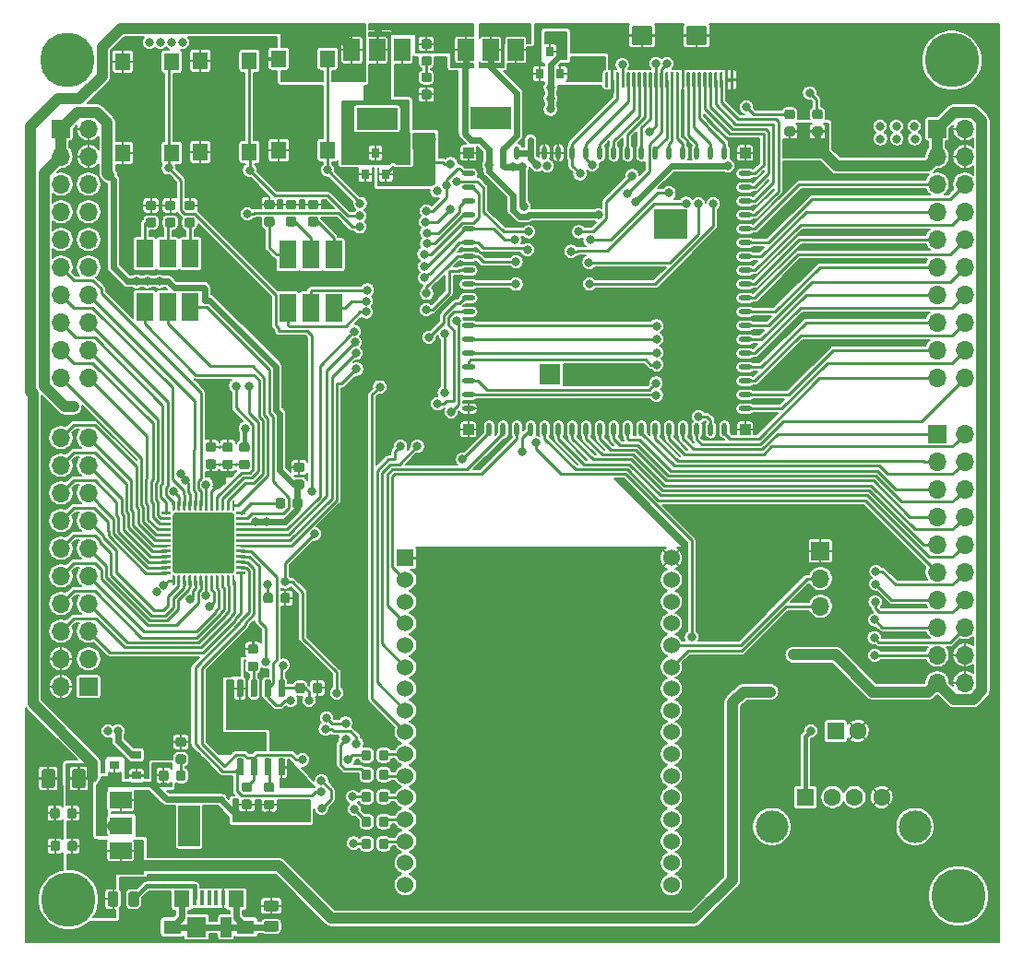
<source format=gbr>
G04 #@! TF.GenerationSoftware,KiCad,Pcbnew,5.1.5-52549c5~86~ubuntu18.04.1*
G04 #@! TF.CreationDate,2020-05-19T23:49:33-05:00*
G04 #@! TF.ProjectId,AICE,41494345-2e6b-4696-9361-645f70636258,rev?*
G04 #@! TF.SameCoordinates,Original*
G04 #@! TF.FileFunction,Copper,L1,Top*
G04 #@! TF.FilePolarity,Positive*
%FSLAX46Y46*%
G04 Gerber Fmt 4.6, Leading zero omitted, Abs format (unit mm)*
G04 Created by KiCad (PCBNEW 5.1.5-52549c5~86~ubuntu18.04.1) date 2020-05-19 23:49:33*
%MOMM*%
%LPD*%
G04 APERTURE LIST*
%ADD10C,1.600000*%
%ADD11R,1.600000X1.600000*%
%ADD12R,0.900000X0.800000*%
%ADD13C,0.100000*%
%ADD14R,1.600000X2.600000*%
%ADD15C,5.000000*%
%ADD16O,1.700000X1.700000*%
%ADD17R,1.700000X1.700000*%
%ADD18C,3.000000*%
%ADD19R,0.450000X1.380000*%
%ADD20R,1.425000X1.550000*%
%ADD21R,1.650000X1.300000*%
%ADD22R,1.800000X1.900000*%
%ADD23R,1.000000X1.900000*%
%ADD24R,1.400000X1.600000*%
%ADD25C,1.524000*%
%ADD26R,1.524000X1.524000*%
%ADD27O,0.500000X1.200000*%
%ADD28O,1.200000X0.500000*%
%ADD29R,1.000000X1.000000*%
%ADD30R,3.020000X2.670000*%
%ADD31R,1.980000X1.980000*%
%ADD32R,2.000000X1.500000*%
%ADD33R,2.000000X3.800000*%
%ADD34R,1.500000X2.000000*%
%ADD35R,3.800000X2.000000*%
%ADD36R,0.800000X0.900000*%
%ADD37C,0.800000*%
%ADD38C,0.250000*%
%ADD39C,0.400000*%
%ADD40C,0.600000*%
%ADD41C,1.000000*%
%ADD42C,0.200000*%
G04 APERTURE END LIST*
D10*
X109700000Y-129300000D03*
D11*
X107700000Y-129300000D03*
D12*
X41510000Y-132450000D03*
X43510000Y-131500000D03*
X43510000Y-133400000D03*
G04 #@! TA.AperFunction,SMDPad,CuDef*
D13*
G36*
X98252351Y-68800361D02*
G01*
X98259632Y-68801441D01*
X98266771Y-68803229D01*
X98273701Y-68805709D01*
X98280355Y-68808856D01*
X98286668Y-68812640D01*
X98292579Y-68817024D01*
X98298033Y-68821967D01*
X98302976Y-68827421D01*
X98307360Y-68833332D01*
X98311144Y-68839645D01*
X98314291Y-68846299D01*
X98316771Y-68853229D01*
X98318559Y-68860368D01*
X98319639Y-68867649D01*
X98320000Y-68875000D01*
X98320000Y-70095000D01*
X98319639Y-70102351D01*
X98318559Y-70109632D01*
X98316771Y-70116771D01*
X98314291Y-70123701D01*
X98311144Y-70130355D01*
X98307360Y-70136668D01*
X98302976Y-70142579D01*
X98298033Y-70148033D01*
X98292579Y-70152976D01*
X98286668Y-70157360D01*
X98280355Y-70161144D01*
X98273701Y-70164291D01*
X98266771Y-70166771D01*
X98259632Y-70168559D01*
X98252351Y-70169639D01*
X98245000Y-70170000D01*
X98095000Y-70170000D01*
X98087649Y-70169639D01*
X98080368Y-70168559D01*
X98073229Y-70166771D01*
X98066299Y-70164291D01*
X98059645Y-70161144D01*
X98053332Y-70157360D01*
X98047421Y-70152976D01*
X98041967Y-70148033D01*
X98037024Y-70142579D01*
X98032640Y-70136668D01*
X98028856Y-70130355D01*
X98025709Y-70123701D01*
X98023229Y-70116771D01*
X98021441Y-70109632D01*
X98020361Y-70102351D01*
X98020000Y-70095000D01*
X98020000Y-68875000D01*
X98020361Y-68867649D01*
X98021441Y-68860368D01*
X98023229Y-68853229D01*
X98025709Y-68846299D01*
X98028856Y-68839645D01*
X98032640Y-68833332D01*
X98037024Y-68827421D01*
X98041967Y-68821967D01*
X98047421Y-68817024D01*
X98053332Y-68812640D01*
X98059645Y-68808856D01*
X98066299Y-68805709D01*
X98073229Y-68803229D01*
X98080368Y-68801441D01*
X98087649Y-68800361D01*
X98095000Y-68800000D01*
X98245000Y-68800000D01*
X98252351Y-68800361D01*
G37*
G04 #@! TD.AperFunction*
G04 #@! TA.AperFunction,SMDPad,CuDef*
G36*
X97752351Y-68800361D02*
G01*
X97759632Y-68801441D01*
X97766771Y-68803229D01*
X97773701Y-68805709D01*
X97780355Y-68808856D01*
X97786668Y-68812640D01*
X97792579Y-68817024D01*
X97798033Y-68821967D01*
X97802976Y-68827421D01*
X97807360Y-68833332D01*
X97811144Y-68839645D01*
X97814291Y-68846299D01*
X97816771Y-68853229D01*
X97818559Y-68860368D01*
X97819639Y-68867649D01*
X97820000Y-68875000D01*
X97820000Y-70095000D01*
X97819639Y-70102351D01*
X97818559Y-70109632D01*
X97816771Y-70116771D01*
X97814291Y-70123701D01*
X97811144Y-70130355D01*
X97807360Y-70136668D01*
X97802976Y-70142579D01*
X97798033Y-70148033D01*
X97792579Y-70152976D01*
X97786668Y-70157360D01*
X97780355Y-70161144D01*
X97773701Y-70164291D01*
X97766771Y-70166771D01*
X97759632Y-70168559D01*
X97752351Y-70169639D01*
X97745000Y-70170000D01*
X97595000Y-70170000D01*
X97587649Y-70169639D01*
X97580368Y-70168559D01*
X97573229Y-70166771D01*
X97566299Y-70164291D01*
X97559645Y-70161144D01*
X97553332Y-70157360D01*
X97547421Y-70152976D01*
X97541967Y-70148033D01*
X97537024Y-70142579D01*
X97532640Y-70136668D01*
X97528856Y-70130355D01*
X97525709Y-70123701D01*
X97523229Y-70116771D01*
X97521441Y-70109632D01*
X97520361Y-70102351D01*
X97520000Y-70095000D01*
X97520000Y-68875000D01*
X97520361Y-68867649D01*
X97521441Y-68860368D01*
X97523229Y-68853229D01*
X97525709Y-68846299D01*
X97528856Y-68839645D01*
X97532640Y-68833332D01*
X97537024Y-68827421D01*
X97541967Y-68821967D01*
X97547421Y-68817024D01*
X97553332Y-68812640D01*
X97559645Y-68808856D01*
X97566299Y-68805709D01*
X97573229Y-68803229D01*
X97580368Y-68801441D01*
X97587649Y-68800361D01*
X97595000Y-68800000D01*
X97745000Y-68800000D01*
X97752351Y-68800361D01*
G37*
G04 #@! TD.AperFunction*
G04 #@! TA.AperFunction,SMDPad,CuDef*
G36*
X97252351Y-68800361D02*
G01*
X97259632Y-68801441D01*
X97266771Y-68803229D01*
X97273701Y-68805709D01*
X97280355Y-68808856D01*
X97286668Y-68812640D01*
X97292579Y-68817024D01*
X97298033Y-68821967D01*
X97302976Y-68827421D01*
X97307360Y-68833332D01*
X97311144Y-68839645D01*
X97314291Y-68846299D01*
X97316771Y-68853229D01*
X97318559Y-68860368D01*
X97319639Y-68867649D01*
X97320000Y-68875000D01*
X97320000Y-70095000D01*
X97319639Y-70102351D01*
X97318559Y-70109632D01*
X97316771Y-70116771D01*
X97314291Y-70123701D01*
X97311144Y-70130355D01*
X97307360Y-70136668D01*
X97302976Y-70142579D01*
X97298033Y-70148033D01*
X97292579Y-70152976D01*
X97286668Y-70157360D01*
X97280355Y-70161144D01*
X97273701Y-70164291D01*
X97266771Y-70166771D01*
X97259632Y-70168559D01*
X97252351Y-70169639D01*
X97245000Y-70170000D01*
X97095000Y-70170000D01*
X97087649Y-70169639D01*
X97080368Y-70168559D01*
X97073229Y-70166771D01*
X97066299Y-70164291D01*
X97059645Y-70161144D01*
X97053332Y-70157360D01*
X97047421Y-70152976D01*
X97041967Y-70148033D01*
X97037024Y-70142579D01*
X97032640Y-70136668D01*
X97028856Y-70130355D01*
X97025709Y-70123701D01*
X97023229Y-70116771D01*
X97021441Y-70109632D01*
X97020361Y-70102351D01*
X97020000Y-70095000D01*
X97020000Y-68875000D01*
X97020361Y-68867649D01*
X97021441Y-68860368D01*
X97023229Y-68853229D01*
X97025709Y-68846299D01*
X97028856Y-68839645D01*
X97032640Y-68833332D01*
X97037024Y-68827421D01*
X97041967Y-68821967D01*
X97047421Y-68817024D01*
X97053332Y-68812640D01*
X97059645Y-68808856D01*
X97066299Y-68805709D01*
X97073229Y-68803229D01*
X97080368Y-68801441D01*
X97087649Y-68800361D01*
X97095000Y-68800000D01*
X97245000Y-68800000D01*
X97252351Y-68800361D01*
G37*
G04 #@! TD.AperFunction*
G04 #@! TA.AperFunction,SMDPad,CuDef*
G36*
X96752351Y-68800361D02*
G01*
X96759632Y-68801441D01*
X96766771Y-68803229D01*
X96773701Y-68805709D01*
X96780355Y-68808856D01*
X96786668Y-68812640D01*
X96792579Y-68817024D01*
X96798033Y-68821967D01*
X96802976Y-68827421D01*
X96807360Y-68833332D01*
X96811144Y-68839645D01*
X96814291Y-68846299D01*
X96816771Y-68853229D01*
X96818559Y-68860368D01*
X96819639Y-68867649D01*
X96820000Y-68875000D01*
X96820000Y-70095000D01*
X96819639Y-70102351D01*
X96818559Y-70109632D01*
X96816771Y-70116771D01*
X96814291Y-70123701D01*
X96811144Y-70130355D01*
X96807360Y-70136668D01*
X96802976Y-70142579D01*
X96798033Y-70148033D01*
X96792579Y-70152976D01*
X96786668Y-70157360D01*
X96780355Y-70161144D01*
X96773701Y-70164291D01*
X96766771Y-70166771D01*
X96759632Y-70168559D01*
X96752351Y-70169639D01*
X96745000Y-70170000D01*
X96595000Y-70170000D01*
X96587649Y-70169639D01*
X96580368Y-70168559D01*
X96573229Y-70166771D01*
X96566299Y-70164291D01*
X96559645Y-70161144D01*
X96553332Y-70157360D01*
X96547421Y-70152976D01*
X96541967Y-70148033D01*
X96537024Y-70142579D01*
X96532640Y-70136668D01*
X96528856Y-70130355D01*
X96525709Y-70123701D01*
X96523229Y-70116771D01*
X96521441Y-70109632D01*
X96520361Y-70102351D01*
X96520000Y-70095000D01*
X96520000Y-68875000D01*
X96520361Y-68867649D01*
X96521441Y-68860368D01*
X96523229Y-68853229D01*
X96525709Y-68846299D01*
X96528856Y-68839645D01*
X96532640Y-68833332D01*
X96537024Y-68827421D01*
X96541967Y-68821967D01*
X96547421Y-68817024D01*
X96553332Y-68812640D01*
X96559645Y-68808856D01*
X96566299Y-68805709D01*
X96573229Y-68803229D01*
X96580368Y-68801441D01*
X96587649Y-68800361D01*
X96595000Y-68800000D01*
X96745000Y-68800000D01*
X96752351Y-68800361D01*
G37*
G04 #@! TD.AperFunction*
G04 #@! TA.AperFunction,SMDPad,CuDef*
G36*
X96252351Y-68800361D02*
G01*
X96259632Y-68801441D01*
X96266771Y-68803229D01*
X96273701Y-68805709D01*
X96280355Y-68808856D01*
X96286668Y-68812640D01*
X96292579Y-68817024D01*
X96298033Y-68821967D01*
X96302976Y-68827421D01*
X96307360Y-68833332D01*
X96311144Y-68839645D01*
X96314291Y-68846299D01*
X96316771Y-68853229D01*
X96318559Y-68860368D01*
X96319639Y-68867649D01*
X96320000Y-68875000D01*
X96320000Y-70095000D01*
X96319639Y-70102351D01*
X96318559Y-70109632D01*
X96316771Y-70116771D01*
X96314291Y-70123701D01*
X96311144Y-70130355D01*
X96307360Y-70136668D01*
X96302976Y-70142579D01*
X96298033Y-70148033D01*
X96292579Y-70152976D01*
X96286668Y-70157360D01*
X96280355Y-70161144D01*
X96273701Y-70164291D01*
X96266771Y-70166771D01*
X96259632Y-70168559D01*
X96252351Y-70169639D01*
X96245000Y-70170000D01*
X96095000Y-70170000D01*
X96087649Y-70169639D01*
X96080368Y-70168559D01*
X96073229Y-70166771D01*
X96066299Y-70164291D01*
X96059645Y-70161144D01*
X96053332Y-70157360D01*
X96047421Y-70152976D01*
X96041967Y-70148033D01*
X96037024Y-70142579D01*
X96032640Y-70136668D01*
X96028856Y-70130355D01*
X96025709Y-70123701D01*
X96023229Y-70116771D01*
X96021441Y-70109632D01*
X96020361Y-70102351D01*
X96020000Y-70095000D01*
X96020000Y-68875000D01*
X96020361Y-68867649D01*
X96021441Y-68860368D01*
X96023229Y-68853229D01*
X96025709Y-68846299D01*
X96028856Y-68839645D01*
X96032640Y-68833332D01*
X96037024Y-68827421D01*
X96041967Y-68821967D01*
X96047421Y-68817024D01*
X96053332Y-68812640D01*
X96059645Y-68808856D01*
X96066299Y-68805709D01*
X96073229Y-68803229D01*
X96080368Y-68801441D01*
X96087649Y-68800361D01*
X96095000Y-68800000D01*
X96245000Y-68800000D01*
X96252351Y-68800361D01*
G37*
G04 #@! TD.AperFunction*
G04 #@! TA.AperFunction,SMDPad,CuDef*
G36*
X95752351Y-68800361D02*
G01*
X95759632Y-68801441D01*
X95766771Y-68803229D01*
X95773701Y-68805709D01*
X95780355Y-68808856D01*
X95786668Y-68812640D01*
X95792579Y-68817024D01*
X95798033Y-68821967D01*
X95802976Y-68827421D01*
X95807360Y-68833332D01*
X95811144Y-68839645D01*
X95814291Y-68846299D01*
X95816771Y-68853229D01*
X95818559Y-68860368D01*
X95819639Y-68867649D01*
X95820000Y-68875000D01*
X95820000Y-70095000D01*
X95819639Y-70102351D01*
X95818559Y-70109632D01*
X95816771Y-70116771D01*
X95814291Y-70123701D01*
X95811144Y-70130355D01*
X95807360Y-70136668D01*
X95802976Y-70142579D01*
X95798033Y-70148033D01*
X95792579Y-70152976D01*
X95786668Y-70157360D01*
X95780355Y-70161144D01*
X95773701Y-70164291D01*
X95766771Y-70166771D01*
X95759632Y-70168559D01*
X95752351Y-70169639D01*
X95745000Y-70170000D01*
X95595000Y-70170000D01*
X95587649Y-70169639D01*
X95580368Y-70168559D01*
X95573229Y-70166771D01*
X95566299Y-70164291D01*
X95559645Y-70161144D01*
X95553332Y-70157360D01*
X95547421Y-70152976D01*
X95541967Y-70148033D01*
X95537024Y-70142579D01*
X95532640Y-70136668D01*
X95528856Y-70130355D01*
X95525709Y-70123701D01*
X95523229Y-70116771D01*
X95521441Y-70109632D01*
X95520361Y-70102351D01*
X95520000Y-70095000D01*
X95520000Y-68875000D01*
X95520361Y-68867649D01*
X95521441Y-68860368D01*
X95523229Y-68853229D01*
X95525709Y-68846299D01*
X95528856Y-68839645D01*
X95532640Y-68833332D01*
X95537024Y-68827421D01*
X95541967Y-68821967D01*
X95547421Y-68817024D01*
X95553332Y-68812640D01*
X95559645Y-68808856D01*
X95566299Y-68805709D01*
X95573229Y-68803229D01*
X95580368Y-68801441D01*
X95587649Y-68800361D01*
X95595000Y-68800000D01*
X95745000Y-68800000D01*
X95752351Y-68800361D01*
G37*
G04 #@! TD.AperFunction*
G04 #@! TA.AperFunction,SMDPad,CuDef*
G36*
X95252351Y-68800361D02*
G01*
X95259632Y-68801441D01*
X95266771Y-68803229D01*
X95273701Y-68805709D01*
X95280355Y-68808856D01*
X95286668Y-68812640D01*
X95292579Y-68817024D01*
X95298033Y-68821967D01*
X95302976Y-68827421D01*
X95307360Y-68833332D01*
X95311144Y-68839645D01*
X95314291Y-68846299D01*
X95316771Y-68853229D01*
X95318559Y-68860368D01*
X95319639Y-68867649D01*
X95320000Y-68875000D01*
X95320000Y-70095000D01*
X95319639Y-70102351D01*
X95318559Y-70109632D01*
X95316771Y-70116771D01*
X95314291Y-70123701D01*
X95311144Y-70130355D01*
X95307360Y-70136668D01*
X95302976Y-70142579D01*
X95298033Y-70148033D01*
X95292579Y-70152976D01*
X95286668Y-70157360D01*
X95280355Y-70161144D01*
X95273701Y-70164291D01*
X95266771Y-70166771D01*
X95259632Y-70168559D01*
X95252351Y-70169639D01*
X95245000Y-70170000D01*
X95095000Y-70170000D01*
X95087649Y-70169639D01*
X95080368Y-70168559D01*
X95073229Y-70166771D01*
X95066299Y-70164291D01*
X95059645Y-70161144D01*
X95053332Y-70157360D01*
X95047421Y-70152976D01*
X95041967Y-70148033D01*
X95037024Y-70142579D01*
X95032640Y-70136668D01*
X95028856Y-70130355D01*
X95025709Y-70123701D01*
X95023229Y-70116771D01*
X95021441Y-70109632D01*
X95020361Y-70102351D01*
X95020000Y-70095000D01*
X95020000Y-68875000D01*
X95020361Y-68867649D01*
X95021441Y-68860368D01*
X95023229Y-68853229D01*
X95025709Y-68846299D01*
X95028856Y-68839645D01*
X95032640Y-68833332D01*
X95037024Y-68827421D01*
X95041967Y-68821967D01*
X95047421Y-68817024D01*
X95053332Y-68812640D01*
X95059645Y-68808856D01*
X95066299Y-68805709D01*
X95073229Y-68803229D01*
X95080368Y-68801441D01*
X95087649Y-68800361D01*
X95095000Y-68800000D01*
X95245000Y-68800000D01*
X95252351Y-68800361D01*
G37*
G04 #@! TD.AperFunction*
G04 #@! TA.AperFunction,SMDPad,CuDef*
G36*
X94752351Y-68800361D02*
G01*
X94759632Y-68801441D01*
X94766771Y-68803229D01*
X94773701Y-68805709D01*
X94780355Y-68808856D01*
X94786668Y-68812640D01*
X94792579Y-68817024D01*
X94798033Y-68821967D01*
X94802976Y-68827421D01*
X94807360Y-68833332D01*
X94811144Y-68839645D01*
X94814291Y-68846299D01*
X94816771Y-68853229D01*
X94818559Y-68860368D01*
X94819639Y-68867649D01*
X94820000Y-68875000D01*
X94820000Y-70095000D01*
X94819639Y-70102351D01*
X94818559Y-70109632D01*
X94816771Y-70116771D01*
X94814291Y-70123701D01*
X94811144Y-70130355D01*
X94807360Y-70136668D01*
X94802976Y-70142579D01*
X94798033Y-70148033D01*
X94792579Y-70152976D01*
X94786668Y-70157360D01*
X94780355Y-70161144D01*
X94773701Y-70164291D01*
X94766771Y-70166771D01*
X94759632Y-70168559D01*
X94752351Y-70169639D01*
X94745000Y-70170000D01*
X94595000Y-70170000D01*
X94587649Y-70169639D01*
X94580368Y-70168559D01*
X94573229Y-70166771D01*
X94566299Y-70164291D01*
X94559645Y-70161144D01*
X94553332Y-70157360D01*
X94547421Y-70152976D01*
X94541967Y-70148033D01*
X94537024Y-70142579D01*
X94532640Y-70136668D01*
X94528856Y-70130355D01*
X94525709Y-70123701D01*
X94523229Y-70116771D01*
X94521441Y-70109632D01*
X94520361Y-70102351D01*
X94520000Y-70095000D01*
X94520000Y-68875000D01*
X94520361Y-68867649D01*
X94521441Y-68860368D01*
X94523229Y-68853229D01*
X94525709Y-68846299D01*
X94528856Y-68839645D01*
X94532640Y-68833332D01*
X94537024Y-68827421D01*
X94541967Y-68821967D01*
X94547421Y-68817024D01*
X94553332Y-68812640D01*
X94559645Y-68808856D01*
X94566299Y-68805709D01*
X94573229Y-68803229D01*
X94580368Y-68801441D01*
X94587649Y-68800361D01*
X94595000Y-68800000D01*
X94745000Y-68800000D01*
X94752351Y-68800361D01*
G37*
G04 #@! TD.AperFunction*
G04 #@! TA.AperFunction,SMDPad,CuDef*
G36*
X94252351Y-68800361D02*
G01*
X94259632Y-68801441D01*
X94266771Y-68803229D01*
X94273701Y-68805709D01*
X94280355Y-68808856D01*
X94286668Y-68812640D01*
X94292579Y-68817024D01*
X94298033Y-68821967D01*
X94302976Y-68827421D01*
X94307360Y-68833332D01*
X94311144Y-68839645D01*
X94314291Y-68846299D01*
X94316771Y-68853229D01*
X94318559Y-68860368D01*
X94319639Y-68867649D01*
X94320000Y-68875000D01*
X94320000Y-70095000D01*
X94319639Y-70102351D01*
X94318559Y-70109632D01*
X94316771Y-70116771D01*
X94314291Y-70123701D01*
X94311144Y-70130355D01*
X94307360Y-70136668D01*
X94302976Y-70142579D01*
X94298033Y-70148033D01*
X94292579Y-70152976D01*
X94286668Y-70157360D01*
X94280355Y-70161144D01*
X94273701Y-70164291D01*
X94266771Y-70166771D01*
X94259632Y-70168559D01*
X94252351Y-70169639D01*
X94245000Y-70170000D01*
X94095000Y-70170000D01*
X94087649Y-70169639D01*
X94080368Y-70168559D01*
X94073229Y-70166771D01*
X94066299Y-70164291D01*
X94059645Y-70161144D01*
X94053332Y-70157360D01*
X94047421Y-70152976D01*
X94041967Y-70148033D01*
X94037024Y-70142579D01*
X94032640Y-70136668D01*
X94028856Y-70130355D01*
X94025709Y-70123701D01*
X94023229Y-70116771D01*
X94021441Y-70109632D01*
X94020361Y-70102351D01*
X94020000Y-70095000D01*
X94020000Y-68875000D01*
X94020361Y-68867649D01*
X94021441Y-68860368D01*
X94023229Y-68853229D01*
X94025709Y-68846299D01*
X94028856Y-68839645D01*
X94032640Y-68833332D01*
X94037024Y-68827421D01*
X94041967Y-68821967D01*
X94047421Y-68817024D01*
X94053332Y-68812640D01*
X94059645Y-68808856D01*
X94066299Y-68805709D01*
X94073229Y-68803229D01*
X94080368Y-68801441D01*
X94087649Y-68800361D01*
X94095000Y-68800000D01*
X94245000Y-68800000D01*
X94252351Y-68800361D01*
G37*
G04 #@! TD.AperFunction*
G04 #@! TA.AperFunction,SMDPad,CuDef*
G36*
X93752351Y-68800361D02*
G01*
X93759632Y-68801441D01*
X93766771Y-68803229D01*
X93773701Y-68805709D01*
X93780355Y-68808856D01*
X93786668Y-68812640D01*
X93792579Y-68817024D01*
X93798033Y-68821967D01*
X93802976Y-68827421D01*
X93807360Y-68833332D01*
X93811144Y-68839645D01*
X93814291Y-68846299D01*
X93816771Y-68853229D01*
X93818559Y-68860368D01*
X93819639Y-68867649D01*
X93820000Y-68875000D01*
X93820000Y-70095000D01*
X93819639Y-70102351D01*
X93818559Y-70109632D01*
X93816771Y-70116771D01*
X93814291Y-70123701D01*
X93811144Y-70130355D01*
X93807360Y-70136668D01*
X93802976Y-70142579D01*
X93798033Y-70148033D01*
X93792579Y-70152976D01*
X93786668Y-70157360D01*
X93780355Y-70161144D01*
X93773701Y-70164291D01*
X93766771Y-70166771D01*
X93759632Y-70168559D01*
X93752351Y-70169639D01*
X93745000Y-70170000D01*
X93595000Y-70170000D01*
X93587649Y-70169639D01*
X93580368Y-70168559D01*
X93573229Y-70166771D01*
X93566299Y-70164291D01*
X93559645Y-70161144D01*
X93553332Y-70157360D01*
X93547421Y-70152976D01*
X93541967Y-70148033D01*
X93537024Y-70142579D01*
X93532640Y-70136668D01*
X93528856Y-70130355D01*
X93525709Y-70123701D01*
X93523229Y-70116771D01*
X93521441Y-70109632D01*
X93520361Y-70102351D01*
X93520000Y-70095000D01*
X93520000Y-68875000D01*
X93520361Y-68867649D01*
X93521441Y-68860368D01*
X93523229Y-68853229D01*
X93525709Y-68846299D01*
X93528856Y-68839645D01*
X93532640Y-68833332D01*
X93537024Y-68827421D01*
X93541967Y-68821967D01*
X93547421Y-68817024D01*
X93553332Y-68812640D01*
X93559645Y-68808856D01*
X93566299Y-68805709D01*
X93573229Y-68803229D01*
X93580368Y-68801441D01*
X93587649Y-68800361D01*
X93595000Y-68800000D01*
X93745000Y-68800000D01*
X93752351Y-68800361D01*
G37*
G04 #@! TD.AperFunction*
G04 #@! TA.AperFunction,SMDPad,CuDef*
G36*
X93252351Y-68800361D02*
G01*
X93259632Y-68801441D01*
X93266771Y-68803229D01*
X93273701Y-68805709D01*
X93280355Y-68808856D01*
X93286668Y-68812640D01*
X93292579Y-68817024D01*
X93298033Y-68821967D01*
X93302976Y-68827421D01*
X93307360Y-68833332D01*
X93311144Y-68839645D01*
X93314291Y-68846299D01*
X93316771Y-68853229D01*
X93318559Y-68860368D01*
X93319639Y-68867649D01*
X93320000Y-68875000D01*
X93320000Y-70095000D01*
X93319639Y-70102351D01*
X93318559Y-70109632D01*
X93316771Y-70116771D01*
X93314291Y-70123701D01*
X93311144Y-70130355D01*
X93307360Y-70136668D01*
X93302976Y-70142579D01*
X93298033Y-70148033D01*
X93292579Y-70152976D01*
X93286668Y-70157360D01*
X93280355Y-70161144D01*
X93273701Y-70164291D01*
X93266771Y-70166771D01*
X93259632Y-70168559D01*
X93252351Y-70169639D01*
X93245000Y-70170000D01*
X93095000Y-70170000D01*
X93087649Y-70169639D01*
X93080368Y-70168559D01*
X93073229Y-70166771D01*
X93066299Y-70164291D01*
X93059645Y-70161144D01*
X93053332Y-70157360D01*
X93047421Y-70152976D01*
X93041967Y-70148033D01*
X93037024Y-70142579D01*
X93032640Y-70136668D01*
X93028856Y-70130355D01*
X93025709Y-70123701D01*
X93023229Y-70116771D01*
X93021441Y-70109632D01*
X93020361Y-70102351D01*
X93020000Y-70095000D01*
X93020000Y-68875000D01*
X93020361Y-68867649D01*
X93021441Y-68860368D01*
X93023229Y-68853229D01*
X93025709Y-68846299D01*
X93028856Y-68839645D01*
X93032640Y-68833332D01*
X93037024Y-68827421D01*
X93041967Y-68821967D01*
X93047421Y-68817024D01*
X93053332Y-68812640D01*
X93059645Y-68808856D01*
X93066299Y-68805709D01*
X93073229Y-68803229D01*
X93080368Y-68801441D01*
X93087649Y-68800361D01*
X93095000Y-68800000D01*
X93245000Y-68800000D01*
X93252351Y-68800361D01*
G37*
G04 #@! TD.AperFunction*
G04 #@! TA.AperFunction,SMDPad,CuDef*
G36*
X92752351Y-68800361D02*
G01*
X92759632Y-68801441D01*
X92766771Y-68803229D01*
X92773701Y-68805709D01*
X92780355Y-68808856D01*
X92786668Y-68812640D01*
X92792579Y-68817024D01*
X92798033Y-68821967D01*
X92802976Y-68827421D01*
X92807360Y-68833332D01*
X92811144Y-68839645D01*
X92814291Y-68846299D01*
X92816771Y-68853229D01*
X92818559Y-68860368D01*
X92819639Y-68867649D01*
X92820000Y-68875000D01*
X92820000Y-70095000D01*
X92819639Y-70102351D01*
X92818559Y-70109632D01*
X92816771Y-70116771D01*
X92814291Y-70123701D01*
X92811144Y-70130355D01*
X92807360Y-70136668D01*
X92802976Y-70142579D01*
X92798033Y-70148033D01*
X92792579Y-70152976D01*
X92786668Y-70157360D01*
X92780355Y-70161144D01*
X92773701Y-70164291D01*
X92766771Y-70166771D01*
X92759632Y-70168559D01*
X92752351Y-70169639D01*
X92745000Y-70170000D01*
X92595000Y-70170000D01*
X92587649Y-70169639D01*
X92580368Y-70168559D01*
X92573229Y-70166771D01*
X92566299Y-70164291D01*
X92559645Y-70161144D01*
X92553332Y-70157360D01*
X92547421Y-70152976D01*
X92541967Y-70148033D01*
X92537024Y-70142579D01*
X92532640Y-70136668D01*
X92528856Y-70130355D01*
X92525709Y-70123701D01*
X92523229Y-70116771D01*
X92521441Y-70109632D01*
X92520361Y-70102351D01*
X92520000Y-70095000D01*
X92520000Y-68875000D01*
X92520361Y-68867649D01*
X92521441Y-68860368D01*
X92523229Y-68853229D01*
X92525709Y-68846299D01*
X92528856Y-68839645D01*
X92532640Y-68833332D01*
X92537024Y-68827421D01*
X92541967Y-68821967D01*
X92547421Y-68817024D01*
X92553332Y-68812640D01*
X92559645Y-68808856D01*
X92566299Y-68805709D01*
X92573229Y-68803229D01*
X92580368Y-68801441D01*
X92587649Y-68800361D01*
X92595000Y-68800000D01*
X92745000Y-68800000D01*
X92752351Y-68800361D01*
G37*
G04 #@! TD.AperFunction*
G04 #@! TA.AperFunction,SMDPad,CuDef*
G36*
X92252351Y-68800361D02*
G01*
X92259632Y-68801441D01*
X92266771Y-68803229D01*
X92273701Y-68805709D01*
X92280355Y-68808856D01*
X92286668Y-68812640D01*
X92292579Y-68817024D01*
X92298033Y-68821967D01*
X92302976Y-68827421D01*
X92307360Y-68833332D01*
X92311144Y-68839645D01*
X92314291Y-68846299D01*
X92316771Y-68853229D01*
X92318559Y-68860368D01*
X92319639Y-68867649D01*
X92320000Y-68875000D01*
X92320000Y-70095000D01*
X92319639Y-70102351D01*
X92318559Y-70109632D01*
X92316771Y-70116771D01*
X92314291Y-70123701D01*
X92311144Y-70130355D01*
X92307360Y-70136668D01*
X92302976Y-70142579D01*
X92298033Y-70148033D01*
X92292579Y-70152976D01*
X92286668Y-70157360D01*
X92280355Y-70161144D01*
X92273701Y-70164291D01*
X92266771Y-70166771D01*
X92259632Y-70168559D01*
X92252351Y-70169639D01*
X92245000Y-70170000D01*
X92095000Y-70170000D01*
X92087649Y-70169639D01*
X92080368Y-70168559D01*
X92073229Y-70166771D01*
X92066299Y-70164291D01*
X92059645Y-70161144D01*
X92053332Y-70157360D01*
X92047421Y-70152976D01*
X92041967Y-70148033D01*
X92037024Y-70142579D01*
X92032640Y-70136668D01*
X92028856Y-70130355D01*
X92025709Y-70123701D01*
X92023229Y-70116771D01*
X92021441Y-70109632D01*
X92020361Y-70102351D01*
X92020000Y-70095000D01*
X92020000Y-68875000D01*
X92020361Y-68867649D01*
X92021441Y-68860368D01*
X92023229Y-68853229D01*
X92025709Y-68846299D01*
X92028856Y-68839645D01*
X92032640Y-68833332D01*
X92037024Y-68827421D01*
X92041967Y-68821967D01*
X92047421Y-68817024D01*
X92053332Y-68812640D01*
X92059645Y-68808856D01*
X92066299Y-68805709D01*
X92073229Y-68803229D01*
X92080368Y-68801441D01*
X92087649Y-68800361D01*
X92095000Y-68800000D01*
X92245000Y-68800000D01*
X92252351Y-68800361D01*
G37*
G04 #@! TD.AperFunction*
G04 #@! TA.AperFunction,SMDPad,CuDef*
G36*
X91752351Y-68800361D02*
G01*
X91759632Y-68801441D01*
X91766771Y-68803229D01*
X91773701Y-68805709D01*
X91780355Y-68808856D01*
X91786668Y-68812640D01*
X91792579Y-68817024D01*
X91798033Y-68821967D01*
X91802976Y-68827421D01*
X91807360Y-68833332D01*
X91811144Y-68839645D01*
X91814291Y-68846299D01*
X91816771Y-68853229D01*
X91818559Y-68860368D01*
X91819639Y-68867649D01*
X91820000Y-68875000D01*
X91820000Y-70095000D01*
X91819639Y-70102351D01*
X91818559Y-70109632D01*
X91816771Y-70116771D01*
X91814291Y-70123701D01*
X91811144Y-70130355D01*
X91807360Y-70136668D01*
X91802976Y-70142579D01*
X91798033Y-70148033D01*
X91792579Y-70152976D01*
X91786668Y-70157360D01*
X91780355Y-70161144D01*
X91773701Y-70164291D01*
X91766771Y-70166771D01*
X91759632Y-70168559D01*
X91752351Y-70169639D01*
X91745000Y-70170000D01*
X91595000Y-70170000D01*
X91587649Y-70169639D01*
X91580368Y-70168559D01*
X91573229Y-70166771D01*
X91566299Y-70164291D01*
X91559645Y-70161144D01*
X91553332Y-70157360D01*
X91547421Y-70152976D01*
X91541967Y-70148033D01*
X91537024Y-70142579D01*
X91532640Y-70136668D01*
X91528856Y-70130355D01*
X91525709Y-70123701D01*
X91523229Y-70116771D01*
X91521441Y-70109632D01*
X91520361Y-70102351D01*
X91520000Y-70095000D01*
X91520000Y-68875000D01*
X91520361Y-68867649D01*
X91521441Y-68860368D01*
X91523229Y-68853229D01*
X91525709Y-68846299D01*
X91528856Y-68839645D01*
X91532640Y-68833332D01*
X91537024Y-68827421D01*
X91541967Y-68821967D01*
X91547421Y-68817024D01*
X91553332Y-68812640D01*
X91559645Y-68808856D01*
X91566299Y-68805709D01*
X91573229Y-68803229D01*
X91580368Y-68801441D01*
X91587649Y-68800361D01*
X91595000Y-68800000D01*
X91745000Y-68800000D01*
X91752351Y-68800361D01*
G37*
G04 #@! TD.AperFunction*
G04 #@! TA.AperFunction,SMDPad,CuDef*
G36*
X91252351Y-68800361D02*
G01*
X91259632Y-68801441D01*
X91266771Y-68803229D01*
X91273701Y-68805709D01*
X91280355Y-68808856D01*
X91286668Y-68812640D01*
X91292579Y-68817024D01*
X91298033Y-68821967D01*
X91302976Y-68827421D01*
X91307360Y-68833332D01*
X91311144Y-68839645D01*
X91314291Y-68846299D01*
X91316771Y-68853229D01*
X91318559Y-68860368D01*
X91319639Y-68867649D01*
X91320000Y-68875000D01*
X91320000Y-70095000D01*
X91319639Y-70102351D01*
X91318559Y-70109632D01*
X91316771Y-70116771D01*
X91314291Y-70123701D01*
X91311144Y-70130355D01*
X91307360Y-70136668D01*
X91302976Y-70142579D01*
X91298033Y-70148033D01*
X91292579Y-70152976D01*
X91286668Y-70157360D01*
X91280355Y-70161144D01*
X91273701Y-70164291D01*
X91266771Y-70166771D01*
X91259632Y-70168559D01*
X91252351Y-70169639D01*
X91245000Y-70170000D01*
X91095000Y-70170000D01*
X91087649Y-70169639D01*
X91080368Y-70168559D01*
X91073229Y-70166771D01*
X91066299Y-70164291D01*
X91059645Y-70161144D01*
X91053332Y-70157360D01*
X91047421Y-70152976D01*
X91041967Y-70148033D01*
X91037024Y-70142579D01*
X91032640Y-70136668D01*
X91028856Y-70130355D01*
X91025709Y-70123701D01*
X91023229Y-70116771D01*
X91021441Y-70109632D01*
X91020361Y-70102351D01*
X91020000Y-70095000D01*
X91020000Y-68875000D01*
X91020361Y-68867649D01*
X91021441Y-68860368D01*
X91023229Y-68853229D01*
X91025709Y-68846299D01*
X91028856Y-68839645D01*
X91032640Y-68833332D01*
X91037024Y-68827421D01*
X91041967Y-68821967D01*
X91047421Y-68817024D01*
X91053332Y-68812640D01*
X91059645Y-68808856D01*
X91066299Y-68805709D01*
X91073229Y-68803229D01*
X91080368Y-68801441D01*
X91087649Y-68800361D01*
X91095000Y-68800000D01*
X91245000Y-68800000D01*
X91252351Y-68800361D01*
G37*
G04 #@! TD.AperFunction*
G04 #@! TA.AperFunction,SMDPad,CuDef*
G36*
X95644280Y-64541205D02*
G01*
X95668572Y-64544808D01*
X95692394Y-64550776D01*
X95715517Y-64559049D01*
X95737718Y-64569549D01*
X95758782Y-64582175D01*
X95778507Y-64596804D01*
X95796704Y-64613296D01*
X95813196Y-64631493D01*
X95827825Y-64651218D01*
X95840451Y-64672282D01*
X95850951Y-64694483D01*
X95859224Y-64717606D01*
X95865192Y-64741428D01*
X95868795Y-64765720D01*
X95870000Y-64790249D01*
X95870000Y-66039751D01*
X95868795Y-66064280D01*
X95865192Y-66088572D01*
X95859224Y-66112394D01*
X95850951Y-66135517D01*
X95840451Y-66157718D01*
X95827825Y-66178782D01*
X95813196Y-66198507D01*
X95796704Y-66216704D01*
X95778507Y-66233196D01*
X95758782Y-66247825D01*
X95737718Y-66260451D01*
X95715517Y-66270951D01*
X95692394Y-66279224D01*
X95668572Y-66285192D01*
X95644280Y-66288795D01*
X95619751Y-66290000D01*
X94220249Y-66290000D01*
X94195720Y-66288795D01*
X94171428Y-66285192D01*
X94147606Y-66279224D01*
X94124483Y-66270951D01*
X94102282Y-66260451D01*
X94081218Y-66247825D01*
X94061493Y-66233196D01*
X94043296Y-66216704D01*
X94026804Y-66198507D01*
X94012175Y-66178782D01*
X93999549Y-66157718D01*
X93989049Y-66135517D01*
X93980776Y-66112394D01*
X93974808Y-66088572D01*
X93971205Y-66064280D01*
X93970000Y-66039751D01*
X93970000Y-64790249D01*
X93971205Y-64765720D01*
X93974808Y-64741428D01*
X93980776Y-64717606D01*
X93989049Y-64694483D01*
X93999549Y-64672282D01*
X94012175Y-64651218D01*
X94026804Y-64631493D01*
X94043296Y-64613296D01*
X94061493Y-64596804D01*
X94081218Y-64582175D01*
X94102282Y-64569549D01*
X94124483Y-64559049D01*
X94147606Y-64550776D01*
X94171428Y-64544808D01*
X94195720Y-64541205D01*
X94220249Y-64540000D01*
X95619751Y-64540000D01*
X95644280Y-64541205D01*
G37*
G04 #@! TD.AperFunction*
G04 #@! TA.AperFunction,SMDPad,CuDef*
G36*
X90644280Y-64541205D02*
G01*
X90668572Y-64544808D01*
X90692394Y-64550776D01*
X90715517Y-64559049D01*
X90737718Y-64569549D01*
X90758782Y-64582175D01*
X90778507Y-64596804D01*
X90796704Y-64613296D01*
X90813196Y-64631493D01*
X90827825Y-64651218D01*
X90840451Y-64672282D01*
X90850951Y-64694483D01*
X90859224Y-64717606D01*
X90865192Y-64741428D01*
X90868795Y-64765720D01*
X90870000Y-64790249D01*
X90870000Y-66039751D01*
X90868795Y-66064280D01*
X90865192Y-66088572D01*
X90859224Y-66112394D01*
X90850951Y-66135517D01*
X90840451Y-66157718D01*
X90827825Y-66178782D01*
X90813196Y-66198507D01*
X90796704Y-66216704D01*
X90778507Y-66233196D01*
X90758782Y-66247825D01*
X90737718Y-66260451D01*
X90715517Y-66270951D01*
X90692394Y-66279224D01*
X90668572Y-66285192D01*
X90644280Y-66288795D01*
X90619751Y-66290000D01*
X89220249Y-66290000D01*
X89195720Y-66288795D01*
X89171428Y-66285192D01*
X89147606Y-66279224D01*
X89124483Y-66270951D01*
X89102282Y-66260451D01*
X89081218Y-66247825D01*
X89061493Y-66233196D01*
X89043296Y-66216704D01*
X89026804Y-66198507D01*
X89012175Y-66178782D01*
X88999549Y-66157718D01*
X88989049Y-66135517D01*
X88980776Y-66112394D01*
X88974808Y-66088572D01*
X88971205Y-66064280D01*
X88970000Y-66039751D01*
X88970000Y-64790249D01*
X88971205Y-64765720D01*
X88974808Y-64741428D01*
X88980776Y-64717606D01*
X88989049Y-64694483D01*
X88999549Y-64672282D01*
X89012175Y-64651218D01*
X89026804Y-64631493D01*
X89043296Y-64613296D01*
X89061493Y-64596804D01*
X89081218Y-64582175D01*
X89102282Y-64569549D01*
X89124483Y-64559049D01*
X89147606Y-64550776D01*
X89171428Y-64544808D01*
X89195720Y-64541205D01*
X89220249Y-64540000D01*
X90619751Y-64540000D01*
X90644280Y-64541205D01*
G37*
G04 #@! TD.AperFunction*
G04 #@! TA.AperFunction,SMDPad,CuDef*
G36*
X90752351Y-68800361D02*
G01*
X90759632Y-68801441D01*
X90766771Y-68803229D01*
X90773701Y-68805709D01*
X90780355Y-68808856D01*
X90786668Y-68812640D01*
X90792579Y-68817024D01*
X90798033Y-68821967D01*
X90802976Y-68827421D01*
X90807360Y-68833332D01*
X90811144Y-68839645D01*
X90814291Y-68846299D01*
X90816771Y-68853229D01*
X90818559Y-68860368D01*
X90819639Y-68867649D01*
X90820000Y-68875000D01*
X90820000Y-70095000D01*
X90819639Y-70102351D01*
X90818559Y-70109632D01*
X90816771Y-70116771D01*
X90814291Y-70123701D01*
X90811144Y-70130355D01*
X90807360Y-70136668D01*
X90802976Y-70142579D01*
X90798033Y-70148033D01*
X90792579Y-70152976D01*
X90786668Y-70157360D01*
X90780355Y-70161144D01*
X90773701Y-70164291D01*
X90766771Y-70166771D01*
X90759632Y-70168559D01*
X90752351Y-70169639D01*
X90745000Y-70170000D01*
X90595000Y-70170000D01*
X90587649Y-70169639D01*
X90580368Y-70168559D01*
X90573229Y-70166771D01*
X90566299Y-70164291D01*
X90559645Y-70161144D01*
X90553332Y-70157360D01*
X90547421Y-70152976D01*
X90541967Y-70148033D01*
X90537024Y-70142579D01*
X90532640Y-70136668D01*
X90528856Y-70130355D01*
X90525709Y-70123701D01*
X90523229Y-70116771D01*
X90521441Y-70109632D01*
X90520361Y-70102351D01*
X90520000Y-70095000D01*
X90520000Y-68875000D01*
X90520361Y-68867649D01*
X90521441Y-68860368D01*
X90523229Y-68853229D01*
X90525709Y-68846299D01*
X90528856Y-68839645D01*
X90532640Y-68833332D01*
X90537024Y-68827421D01*
X90541967Y-68821967D01*
X90547421Y-68817024D01*
X90553332Y-68812640D01*
X90559645Y-68808856D01*
X90566299Y-68805709D01*
X90573229Y-68803229D01*
X90580368Y-68801441D01*
X90587649Y-68800361D01*
X90595000Y-68800000D01*
X90745000Y-68800000D01*
X90752351Y-68800361D01*
G37*
G04 #@! TD.AperFunction*
G04 #@! TA.AperFunction,SMDPad,CuDef*
G36*
X90252351Y-68800361D02*
G01*
X90259632Y-68801441D01*
X90266771Y-68803229D01*
X90273701Y-68805709D01*
X90280355Y-68808856D01*
X90286668Y-68812640D01*
X90292579Y-68817024D01*
X90298033Y-68821967D01*
X90302976Y-68827421D01*
X90307360Y-68833332D01*
X90311144Y-68839645D01*
X90314291Y-68846299D01*
X90316771Y-68853229D01*
X90318559Y-68860368D01*
X90319639Y-68867649D01*
X90320000Y-68875000D01*
X90320000Y-70095000D01*
X90319639Y-70102351D01*
X90318559Y-70109632D01*
X90316771Y-70116771D01*
X90314291Y-70123701D01*
X90311144Y-70130355D01*
X90307360Y-70136668D01*
X90302976Y-70142579D01*
X90298033Y-70148033D01*
X90292579Y-70152976D01*
X90286668Y-70157360D01*
X90280355Y-70161144D01*
X90273701Y-70164291D01*
X90266771Y-70166771D01*
X90259632Y-70168559D01*
X90252351Y-70169639D01*
X90245000Y-70170000D01*
X90095000Y-70170000D01*
X90087649Y-70169639D01*
X90080368Y-70168559D01*
X90073229Y-70166771D01*
X90066299Y-70164291D01*
X90059645Y-70161144D01*
X90053332Y-70157360D01*
X90047421Y-70152976D01*
X90041967Y-70148033D01*
X90037024Y-70142579D01*
X90032640Y-70136668D01*
X90028856Y-70130355D01*
X90025709Y-70123701D01*
X90023229Y-70116771D01*
X90021441Y-70109632D01*
X90020361Y-70102351D01*
X90020000Y-70095000D01*
X90020000Y-68875000D01*
X90020361Y-68867649D01*
X90021441Y-68860368D01*
X90023229Y-68853229D01*
X90025709Y-68846299D01*
X90028856Y-68839645D01*
X90032640Y-68833332D01*
X90037024Y-68827421D01*
X90041967Y-68821967D01*
X90047421Y-68817024D01*
X90053332Y-68812640D01*
X90059645Y-68808856D01*
X90066299Y-68805709D01*
X90073229Y-68803229D01*
X90080368Y-68801441D01*
X90087649Y-68800361D01*
X90095000Y-68800000D01*
X90245000Y-68800000D01*
X90252351Y-68800361D01*
G37*
G04 #@! TD.AperFunction*
G04 #@! TA.AperFunction,SMDPad,CuDef*
G36*
X89752351Y-68800361D02*
G01*
X89759632Y-68801441D01*
X89766771Y-68803229D01*
X89773701Y-68805709D01*
X89780355Y-68808856D01*
X89786668Y-68812640D01*
X89792579Y-68817024D01*
X89798033Y-68821967D01*
X89802976Y-68827421D01*
X89807360Y-68833332D01*
X89811144Y-68839645D01*
X89814291Y-68846299D01*
X89816771Y-68853229D01*
X89818559Y-68860368D01*
X89819639Y-68867649D01*
X89820000Y-68875000D01*
X89820000Y-70095000D01*
X89819639Y-70102351D01*
X89818559Y-70109632D01*
X89816771Y-70116771D01*
X89814291Y-70123701D01*
X89811144Y-70130355D01*
X89807360Y-70136668D01*
X89802976Y-70142579D01*
X89798033Y-70148033D01*
X89792579Y-70152976D01*
X89786668Y-70157360D01*
X89780355Y-70161144D01*
X89773701Y-70164291D01*
X89766771Y-70166771D01*
X89759632Y-70168559D01*
X89752351Y-70169639D01*
X89745000Y-70170000D01*
X89595000Y-70170000D01*
X89587649Y-70169639D01*
X89580368Y-70168559D01*
X89573229Y-70166771D01*
X89566299Y-70164291D01*
X89559645Y-70161144D01*
X89553332Y-70157360D01*
X89547421Y-70152976D01*
X89541967Y-70148033D01*
X89537024Y-70142579D01*
X89532640Y-70136668D01*
X89528856Y-70130355D01*
X89525709Y-70123701D01*
X89523229Y-70116771D01*
X89521441Y-70109632D01*
X89520361Y-70102351D01*
X89520000Y-70095000D01*
X89520000Y-68875000D01*
X89520361Y-68867649D01*
X89521441Y-68860368D01*
X89523229Y-68853229D01*
X89525709Y-68846299D01*
X89528856Y-68839645D01*
X89532640Y-68833332D01*
X89537024Y-68827421D01*
X89541967Y-68821967D01*
X89547421Y-68817024D01*
X89553332Y-68812640D01*
X89559645Y-68808856D01*
X89566299Y-68805709D01*
X89573229Y-68803229D01*
X89580368Y-68801441D01*
X89587649Y-68800361D01*
X89595000Y-68800000D01*
X89745000Y-68800000D01*
X89752351Y-68800361D01*
G37*
G04 #@! TD.AperFunction*
G04 #@! TA.AperFunction,SMDPad,CuDef*
G36*
X89252351Y-68800361D02*
G01*
X89259632Y-68801441D01*
X89266771Y-68803229D01*
X89273701Y-68805709D01*
X89280355Y-68808856D01*
X89286668Y-68812640D01*
X89292579Y-68817024D01*
X89298033Y-68821967D01*
X89302976Y-68827421D01*
X89307360Y-68833332D01*
X89311144Y-68839645D01*
X89314291Y-68846299D01*
X89316771Y-68853229D01*
X89318559Y-68860368D01*
X89319639Y-68867649D01*
X89320000Y-68875000D01*
X89320000Y-70095000D01*
X89319639Y-70102351D01*
X89318559Y-70109632D01*
X89316771Y-70116771D01*
X89314291Y-70123701D01*
X89311144Y-70130355D01*
X89307360Y-70136668D01*
X89302976Y-70142579D01*
X89298033Y-70148033D01*
X89292579Y-70152976D01*
X89286668Y-70157360D01*
X89280355Y-70161144D01*
X89273701Y-70164291D01*
X89266771Y-70166771D01*
X89259632Y-70168559D01*
X89252351Y-70169639D01*
X89245000Y-70170000D01*
X89095000Y-70170000D01*
X89087649Y-70169639D01*
X89080368Y-70168559D01*
X89073229Y-70166771D01*
X89066299Y-70164291D01*
X89059645Y-70161144D01*
X89053332Y-70157360D01*
X89047421Y-70152976D01*
X89041967Y-70148033D01*
X89037024Y-70142579D01*
X89032640Y-70136668D01*
X89028856Y-70130355D01*
X89025709Y-70123701D01*
X89023229Y-70116771D01*
X89021441Y-70109632D01*
X89020361Y-70102351D01*
X89020000Y-70095000D01*
X89020000Y-68875000D01*
X89020361Y-68867649D01*
X89021441Y-68860368D01*
X89023229Y-68853229D01*
X89025709Y-68846299D01*
X89028856Y-68839645D01*
X89032640Y-68833332D01*
X89037024Y-68827421D01*
X89041967Y-68821967D01*
X89047421Y-68817024D01*
X89053332Y-68812640D01*
X89059645Y-68808856D01*
X89066299Y-68805709D01*
X89073229Y-68803229D01*
X89080368Y-68801441D01*
X89087649Y-68800361D01*
X89095000Y-68800000D01*
X89245000Y-68800000D01*
X89252351Y-68800361D01*
G37*
G04 #@! TD.AperFunction*
G04 #@! TA.AperFunction,SMDPad,CuDef*
G36*
X88752351Y-68800361D02*
G01*
X88759632Y-68801441D01*
X88766771Y-68803229D01*
X88773701Y-68805709D01*
X88780355Y-68808856D01*
X88786668Y-68812640D01*
X88792579Y-68817024D01*
X88798033Y-68821967D01*
X88802976Y-68827421D01*
X88807360Y-68833332D01*
X88811144Y-68839645D01*
X88814291Y-68846299D01*
X88816771Y-68853229D01*
X88818559Y-68860368D01*
X88819639Y-68867649D01*
X88820000Y-68875000D01*
X88820000Y-70095000D01*
X88819639Y-70102351D01*
X88818559Y-70109632D01*
X88816771Y-70116771D01*
X88814291Y-70123701D01*
X88811144Y-70130355D01*
X88807360Y-70136668D01*
X88802976Y-70142579D01*
X88798033Y-70148033D01*
X88792579Y-70152976D01*
X88786668Y-70157360D01*
X88780355Y-70161144D01*
X88773701Y-70164291D01*
X88766771Y-70166771D01*
X88759632Y-70168559D01*
X88752351Y-70169639D01*
X88745000Y-70170000D01*
X88595000Y-70170000D01*
X88587649Y-70169639D01*
X88580368Y-70168559D01*
X88573229Y-70166771D01*
X88566299Y-70164291D01*
X88559645Y-70161144D01*
X88553332Y-70157360D01*
X88547421Y-70152976D01*
X88541967Y-70148033D01*
X88537024Y-70142579D01*
X88532640Y-70136668D01*
X88528856Y-70130355D01*
X88525709Y-70123701D01*
X88523229Y-70116771D01*
X88521441Y-70109632D01*
X88520361Y-70102351D01*
X88520000Y-70095000D01*
X88520000Y-68875000D01*
X88520361Y-68867649D01*
X88521441Y-68860368D01*
X88523229Y-68853229D01*
X88525709Y-68846299D01*
X88528856Y-68839645D01*
X88532640Y-68833332D01*
X88537024Y-68827421D01*
X88541967Y-68821967D01*
X88547421Y-68817024D01*
X88553332Y-68812640D01*
X88559645Y-68808856D01*
X88566299Y-68805709D01*
X88573229Y-68803229D01*
X88580368Y-68801441D01*
X88587649Y-68800361D01*
X88595000Y-68800000D01*
X88745000Y-68800000D01*
X88752351Y-68800361D01*
G37*
G04 #@! TD.AperFunction*
G04 #@! TA.AperFunction,SMDPad,CuDef*
G36*
X88252351Y-68800361D02*
G01*
X88259632Y-68801441D01*
X88266771Y-68803229D01*
X88273701Y-68805709D01*
X88280355Y-68808856D01*
X88286668Y-68812640D01*
X88292579Y-68817024D01*
X88298033Y-68821967D01*
X88302976Y-68827421D01*
X88307360Y-68833332D01*
X88311144Y-68839645D01*
X88314291Y-68846299D01*
X88316771Y-68853229D01*
X88318559Y-68860368D01*
X88319639Y-68867649D01*
X88320000Y-68875000D01*
X88320000Y-70095000D01*
X88319639Y-70102351D01*
X88318559Y-70109632D01*
X88316771Y-70116771D01*
X88314291Y-70123701D01*
X88311144Y-70130355D01*
X88307360Y-70136668D01*
X88302976Y-70142579D01*
X88298033Y-70148033D01*
X88292579Y-70152976D01*
X88286668Y-70157360D01*
X88280355Y-70161144D01*
X88273701Y-70164291D01*
X88266771Y-70166771D01*
X88259632Y-70168559D01*
X88252351Y-70169639D01*
X88245000Y-70170000D01*
X88095000Y-70170000D01*
X88087649Y-70169639D01*
X88080368Y-70168559D01*
X88073229Y-70166771D01*
X88066299Y-70164291D01*
X88059645Y-70161144D01*
X88053332Y-70157360D01*
X88047421Y-70152976D01*
X88041967Y-70148033D01*
X88037024Y-70142579D01*
X88032640Y-70136668D01*
X88028856Y-70130355D01*
X88025709Y-70123701D01*
X88023229Y-70116771D01*
X88021441Y-70109632D01*
X88020361Y-70102351D01*
X88020000Y-70095000D01*
X88020000Y-68875000D01*
X88020361Y-68867649D01*
X88021441Y-68860368D01*
X88023229Y-68853229D01*
X88025709Y-68846299D01*
X88028856Y-68839645D01*
X88032640Y-68833332D01*
X88037024Y-68827421D01*
X88041967Y-68821967D01*
X88047421Y-68817024D01*
X88053332Y-68812640D01*
X88059645Y-68808856D01*
X88066299Y-68805709D01*
X88073229Y-68803229D01*
X88080368Y-68801441D01*
X88087649Y-68800361D01*
X88095000Y-68800000D01*
X88245000Y-68800000D01*
X88252351Y-68800361D01*
G37*
G04 #@! TD.AperFunction*
G04 #@! TA.AperFunction,SMDPad,CuDef*
G36*
X87752351Y-68800361D02*
G01*
X87759632Y-68801441D01*
X87766771Y-68803229D01*
X87773701Y-68805709D01*
X87780355Y-68808856D01*
X87786668Y-68812640D01*
X87792579Y-68817024D01*
X87798033Y-68821967D01*
X87802976Y-68827421D01*
X87807360Y-68833332D01*
X87811144Y-68839645D01*
X87814291Y-68846299D01*
X87816771Y-68853229D01*
X87818559Y-68860368D01*
X87819639Y-68867649D01*
X87820000Y-68875000D01*
X87820000Y-70095000D01*
X87819639Y-70102351D01*
X87818559Y-70109632D01*
X87816771Y-70116771D01*
X87814291Y-70123701D01*
X87811144Y-70130355D01*
X87807360Y-70136668D01*
X87802976Y-70142579D01*
X87798033Y-70148033D01*
X87792579Y-70152976D01*
X87786668Y-70157360D01*
X87780355Y-70161144D01*
X87773701Y-70164291D01*
X87766771Y-70166771D01*
X87759632Y-70168559D01*
X87752351Y-70169639D01*
X87745000Y-70170000D01*
X87595000Y-70170000D01*
X87587649Y-70169639D01*
X87580368Y-70168559D01*
X87573229Y-70166771D01*
X87566299Y-70164291D01*
X87559645Y-70161144D01*
X87553332Y-70157360D01*
X87547421Y-70152976D01*
X87541967Y-70148033D01*
X87537024Y-70142579D01*
X87532640Y-70136668D01*
X87528856Y-70130355D01*
X87525709Y-70123701D01*
X87523229Y-70116771D01*
X87521441Y-70109632D01*
X87520361Y-70102351D01*
X87520000Y-70095000D01*
X87520000Y-68875000D01*
X87520361Y-68867649D01*
X87521441Y-68860368D01*
X87523229Y-68853229D01*
X87525709Y-68846299D01*
X87528856Y-68839645D01*
X87532640Y-68833332D01*
X87537024Y-68827421D01*
X87541967Y-68821967D01*
X87547421Y-68817024D01*
X87553332Y-68812640D01*
X87559645Y-68808856D01*
X87566299Y-68805709D01*
X87573229Y-68803229D01*
X87580368Y-68801441D01*
X87587649Y-68800361D01*
X87595000Y-68800000D01*
X87745000Y-68800000D01*
X87752351Y-68800361D01*
G37*
G04 #@! TD.AperFunction*
G04 #@! TA.AperFunction,SMDPad,CuDef*
G36*
X87252351Y-68800361D02*
G01*
X87259632Y-68801441D01*
X87266771Y-68803229D01*
X87273701Y-68805709D01*
X87280355Y-68808856D01*
X87286668Y-68812640D01*
X87292579Y-68817024D01*
X87298033Y-68821967D01*
X87302976Y-68827421D01*
X87307360Y-68833332D01*
X87311144Y-68839645D01*
X87314291Y-68846299D01*
X87316771Y-68853229D01*
X87318559Y-68860368D01*
X87319639Y-68867649D01*
X87320000Y-68875000D01*
X87320000Y-70095000D01*
X87319639Y-70102351D01*
X87318559Y-70109632D01*
X87316771Y-70116771D01*
X87314291Y-70123701D01*
X87311144Y-70130355D01*
X87307360Y-70136668D01*
X87302976Y-70142579D01*
X87298033Y-70148033D01*
X87292579Y-70152976D01*
X87286668Y-70157360D01*
X87280355Y-70161144D01*
X87273701Y-70164291D01*
X87266771Y-70166771D01*
X87259632Y-70168559D01*
X87252351Y-70169639D01*
X87245000Y-70170000D01*
X87095000Y-70170000D01*
X87087649Y-70169639D01*
X87080368Y-70168559D01*
X87073229Y-70166771D01*
X87066299Y-70164291D01*
X87059645Y-70161144D01*
X87053332Y-70157360D01*
X87047421Y-70152976D01*
X87041967Y-70148033D01*
X87037024Y-70142579D01*
X87032640Y-70136668D01*
X87028856Y-70130355D01*
X87025709Y-70123701D01*
X87023229Y-70116771D01*
X87021441Y-70109632D01*
X87020361Y-70102351D01*
X87020000Y-70095000D01*
X87020000Y-68875000D01*
X87020361Y-68867649D01*
X87021441Y-68860368D01*
X87023229Y-68853229D01*
X87025709Y-68846299D01*
X87028856Y-68839645D01*
X87032640Y-68833332D01*
X87037024Y-68827421D01*
X87041967Y-68821967D01*
X87047421Y-68817024D01*
X87053332Y-68812640D01*
X87059645Y-68808856D01*
X87066299Y-68805709D01*
X87073229Y-68803229D01*
X87080368Y-68801441D01*
X87087649Y-68800361D01*
X87095000Y-68800000D01*
X87245000Y-68800000D01*
X87252351Y-68800361D01*
G37*
G04 #@! TD.AperFunction*
G04 #@! TA.AperFunction,SMDPad,CuDef*
G36*
X86752351Y-68800361D02*
G01*
X86759632Y-68801441D01*
X86766771Y-68803229D01*
X86773701Y-68805709D01*
X86780355Y-68808856D01*
X86786668Y-68812640D01*
X86792579Y-68817024D01*
X86798033Y-68821967D01*
X86802976Y-68827421D01*
X86807360Y-68833332D01*
X86811144Y-68839645D01*
X86814291Y-68846299D01*
X86816771Y-68853229D01*
X86818559Y-68860368D01*
X86819639Y-68867649D01*
X86820000Y-68875000D01*
X86820000Y-70095000D01*
X86819639Y-70102351D01*
X86818559Y-70109632D01*
X86816771Y-70116771D01*
X86814291Y-70123701D01*
X86811144Y-70130355D01*
X86807360Y-70136668D01*
X86802976Y-70142579D01*
X86798033Y-70148033D01*
X86792579Y-70152976D01*
X86786668Y-70157360D01*
X86780355Y-70161144D01*
X86773701Y-70164291D01*
X86766771Y-70166771D01*
X86759632Y-70168559D01*
X86752351Y-70169639D01*
X86745000Y-70170000D01*
X86595000Y-70170000D01*
X86587649Y-70169639D01*
X86580368Y-70168559D01*
X86573229Y-70166771D01*
X86566299Y-70164291D01*
X86559645Y-70161144D01*
X86553332Y-70157360D01*
X86547421Y-70152976D01*
X86541967Y-70148033D01*
X86537024Y-70142579D01*
X86532640Y-70136668D01*
X86528856Y-70130355D01*
X86525709Y-70123701D01*
X86523229Y-70116771D01*
X86521441Y-70109632D01*
X86520361Y-70102351D01*
X86520000Y-70095000D01*
X86520000Y-68875000D01*
X86520361Y-68867649D01*
X86521441Y-68860368D01*
X86523229Y-68853229D01*
X86525709Y-68846299D01*
X86528856Y-68839645D01*
X86532640Y-68833332D01*
X86537024Y-68827421D01*
X86541967Y-68821967D01*
X86547421Y-68817024D01*
X86553332Y-68812640D01*
X86559645Y-68808856D01*
X86566299Y-68805709D01*
X86573229Y-68803229D01*
X86580368Y-68801441D01*
X86587649Y-68800361D01*
X86595000Y-68800000D01*
X86745000Y-68800000D01*
X86752351Y-68800361D01*
G37*
G04 #@! TD.AperFunction*
G04 #@! TA.AperFunction,SMDPad,CuDef*
G36*
X55985691Y-80510053D02*
G01*
X56006926Y-80513203D01*
X56027750Y-80518419D01*
X56047962Y-80525651D01*
X56067368Y-80534830D01*
X56085781Y-80545866D01*
X56103024Y-80558654D01*
X56118930Y-80573070D01*
X56133346Y-80588976D01*
X56146134Y-80606219D01*
X56157170Y-80624632D01*
X56166349Y-80644038D01*
X56173581Y-80664250D01*
X56178797Y-80685074D01*
X56181947Y-80706309D01*
X56183000Y-80727750D01*
X56183000Y-81165250D01*
X56181947Y-81186691D01*
X56178797Y-81207926D01*
X56173581Y-81228750D01*
X56166349Y-81248962D01*
X56157170Y-81268368D01*
X56146134Y-81286781D01*
X56133346Y-81304024D01*
X56118930Y-81319930D01*
X56103024Y-81334346D01*
X56085781Y-81347134D01*
X56067368Y-81358170D01*
X56047962Y-81367349D01*
X56027750Y-81374581D01*
X56006926Y-81379797D01*
X55985691Y-81382947D01*
X55964250Y-81384000D01*
X55451750Y-81384000D01*
X55430309Y-81382947D01*
X55409074Y-81379797D01*
X55388250Y-81374581D01*
X55368038Y-81367349D01*
X55348632Y-81358170D01*
X55330219Y-81347134D01*
X55312976Y-81334346D01*
X55297070Y-81319930D01*
X55282654Y-81304024D01*
X55269866Y-81286781D01*
X55258830Y-81268368D01*
X55249651Y-81248962D01*
X55242419Y-81228750D01*
X55237203Y-81207926D01*
X55234053Y-81186691D01*
X55233000Y-81165250D01*
X55233000Y-80727750D01*
X55234053Y-80706309D01*
X55237203Y-80685074D01*
X55242419Y-80664250D01*
X55249651Y-80644038D01*
X55258830Y-80624632D01*
X55269866Y-80606219D01*
X55282654Y-80588976D01*
X55297070Y-80573070D01*
X55312976Y-80558654D01*
X55330219Y-80545866D01*
X55348632Y-80534830D01*
X55368038Y-80525651D01*
X55388250Y-80518419D01*
X55409074Y-80513203D01*
X55430309Y-80510053D01*
X55451750Y-80509000D01*
X55964250Y-80509000D01*
X55985691Y-80510053D01*
G37*
G04 #@! TD.AperFunction*
G04 #@! TA.AperFunction,SMDPad,CuDef*
G36*
X55985691Y-82085053D02*
G01*
X56006926Y-82088203D01*
X56027750Y-82093419D01*
X56047962Y-82100651D01*
X56067368Y-82109830D01*
X56085781Y-82120866D01*
X56103024Y-82133654D01*
X56118930Y-82148070D01*
X56133346Y-82163976D01*
X56146134Y-82181219D01*
X56157170Y-82199632D01*
X56166349Y-82219038D01*
X56173581Y-82239250D01*
X56178797Y-82260074D01*
X56181947Y-82281309D01*
X56183000Y-82302750D01*
X56183000Y-82740250D01*
X56181947Y-82761691D01*
X56178797Y-82782926D01*
X56173581Y-82803750D01*
X56166349Y-82823962D01*
X56157170Y-82843368D01*
X56146134Y-82861781D01*
X56133346Y-82879024D01*
X56118930Y-82894930D01*
X56103024Y-82909346D01*
X56085781Y-82922134D01*
X56067368Y-82933170D01*
X56047962Y-82942349D01*
X56027750Y-82949581D01*
X56006926Y-82954797D01*
X55985691Y-82957947D01*
X55964250Y-82959000D01*
X55451750Y-82959000D01*
X55430309Y-82957947D01*
X55409074Y-82954797D01*
X55388250Y-82949581D01*
X55368038Y-82942349D01*
X55348632Y-82933170D01*
X55330219Y-82922134D01*
X55312976Y-82909346D01*
X55297070Y-82894930D01*
X55282654Y-82879024D01*
X55269866Y-82861781D01*
X55258830Y-82843368D01*
X55249651Y-82823962D01*
X55242419Y-82803750D01*
X55237203Y-82782926D01*
X55234053Y-82761691D01*
X55233000Y-82740250D01*
X55233000Y-82302750D01*
X55234053Y-82281309D01*
X55237203Y-82260074D01*
X55242419Y-82239250D01*
X55249651Y-82219038D01*
X55258830Y-82199632D01*
X55269866Y-82181219D01*
X55282654Y-82163976D01*
X55297070Y-82148070D01*
X55312976Y-82133654D01*
X55330219Y-82120866D01*
X55348632Y-82109830D01*
X55368038Y-82100651D01*
X55388250Y-82093419D01*
X55409074Y-82088203D01*
X55430309Y-82085053D01*
X55451750Y-82084000D01*
X55964250Y-82084000D01*
X55985691Y-82085053D01*
G37*
G04 #@! TD.AperFunction*
G04 #@! TA.AperFunction,SMDPad,CuDef*
G36*
X57975691Y-80495053D02*
G01*
X57996926Y-80498203D01*
X58017750Y-80503419D01*
X58037962Y-80510651D01*
X58057368Y-80519830D01*
X58075781Y-80530866D01*
X58093024Y-80543654D01*
X58108930Y-80558070D01*
X58123346Y-80573976D01*
X58136134Y-80591219D01*
X58147170Y-80609632D01*
X58156349Y-80629038D01*
X58163581Y-80649250D01*
X58168797Y-80670074D01*
X58171947Y-80691309D01*
X58173000Y-80712750D01*
X58173000Y-81150250D01*
X58171947Y-81171691D01*
X58168797Y-81192926D01*
X58163581Y-81213750D01*
X58156349Y-81233962D01*
X58147170Y-81253368D01*
X58136134Y-81271781D01*
X58123346Y-81289024D01*
X58108930Y-81304930D01*
X58093024Y-81319346D01*
X58075781Y-81332134D01*
X58057368Y-81343170D01*
X58037962Y-81352349D01*
X58017750Y-81359581D01*
X57996926Y-81364797D01*
X57975691Y-81367947D01*
X57954250Y-81369000D01*
X57441750Y-81369000D01*
X57420309Y-81367947D01*
X57399074Y-81364797D01*
X57378250Y-81359581D01*
X57358038Y-81352349D01*
X57338632Y-81343170D01*
X57320219Y-81332134D01*
X57302976Y-81319346D01*
X57287070Y-81304930D01*
X57272654Y-81289024D01*
X57259866Y-81271781D01*
X57248830Y-81253368D01*
X57239651Y-81233962D01*
X57232419Y-81213750D01*
X57227203Y-81192926D01*
X57224053Y-81171691D01*
X57223000Y-81150250D01*
X57223000Y-80712750D01*
X57224053Y-80691309D01*
X57227203Y-80670074D01*
X57232419Y-80649250D01*
X57239651Y-80629038D01*
X57248830Y-80609632D01*
X57259866Y-80591219D01*
X57272654Y-80573976D01*
X57287070Y-80558070D01*
X57302976Y-80543654D01*
X57320219Y-80530866D01*
X57338632Y-80519830D01*
X57358038Y-80510651D01*
X57378250Y-80503419D01*
X57399074Y-80498203D01*
X57420309Y-80495053D01*
X57441750Y-80494000D01*
X57954250Y-80494000D01*
X57975691Y-80495053D01*
G37*
G04 #@! TD.AperFunction*
G04 #@! TA.AperFunction,SMDPad,CuDef*
G36*
X57975691Y-82070053D02*
G01*
X57996926Y-82073203D01*
X58017750Y-82078419D01*
X58037962Y-82085651D01*
X58057368Y-82094830D01*
X58075781Y-82105866D01*
X58093024Y-82118654D01*
X58108930Y-82133070D01*
X58123346Y-82148976D01*
X58136134Y-82166219D01*
X58147170Y-82184632D01*
X58156349Y-82204038D01*
X58163581Y-82224250D01*
X58168797Y-82245074D01*
X58171947Y-82266309D01*
X58173000Y-82287750D01*
X58173000Y-82725250D01*
X58171947Y-82746691D01*
X58168797Y-82767926D01*
X58163581Y-82788750D01*
X58156349Y-82808962D01*
X58147170Y-82828368D01*
X58136134Y-82846781D01*
X58123346Y-82864024D01*
X58108930Y-82879930D01*
X58093024Y-82894346D01*
X58075781Y-82907134D01*
X58057368Y-82918170D01*
X58037962Y-82927349D01*
X58017750Y-82934581D01*
X57996926Y-82939797D01*
X57975691Y-82942947D01*
X57954250Y-82944000D01*
X57441750Y-82944000D01*
X57420309Y-82942947D01*
X57399074Y-82939797D01*
X57378250Y-82934581D01*
X57358038Y-82927349D01*
X57338632Y-82918170D01*
X57320219Y-82907134D01*
X57302976Y-82894346D01*
X57287070Y-82879930D01*
X57272654Y-82864024D01*
X57259866Y-82846781D01*
X57248830Y-82828368D01*
X57239651Y-82808962D01*
X57232419Y-82788750D01*
X57227203Y-82767926D01*
X57224053Y-82746691D01*
X57223000Y-82725250D01*
X57223000Y-82287750D01*
X57224053Y-82266309D01*
X57227203Y-82245074D01*
X57232419Y-82224250D01*
X57239651Y-82204038D01*
X57248830Y-82184632D01*
X57259866Y-82166219D01*
X57272654Y-82148976D01*
X57287070Y-82133070D01*
X57302976Y-82118654D01*
X57320219Y-82105866D01*
X57338632Y-82094830D01*
X57358038Y-82085651D01*
X57378250Y-82078419D01*
X57399074Y-82073203D01*
X57420309Y-82070053D01*
X57441750Y-82069000D01*
X57954250Y-82069000D01*
X57975691Y-82070053D01*
G37*
G04 #@! TD.AperFunction*
G04 #@! TA.AperFunction,SMDPad,CuDef*
G36*
X45121691Y-80584053D02*
G01*
X45142926Y-80587203D01*
X45163750Y-80592419D01*
X45183962Y-80599651D01*
X45203368Y-80608830D01*
X45221781Y-80619866D01*
X45239024Y-80632654D01*
X45254930Y-80647070D01*
X45269346Y-80662976D01*
X45282134Y-80680219D01*
X45293170Y-80698632D01*
X45302349Y-80718038D01*
X45309581Y-80738250D01*
X45314797Y-80759074D01*
X45317947Y-80780309D01*
X45319000Y-80801750D01*
X45319000Y-81239250D01*
X45317947Y-81260691D01*
X45314797Y-81281926D01*
X45309581Y-81302750D01*
X45302349Y-81322962D01*
X45293170Y-81342368D01*
X45282134Y-81360781D01*
X45269346Y-81378024D01*
X45254930Y-81393930D01*
X45239024Y-81408346D01*
X45221781Y-81421134D01*
X45203368Y-81432170D01*
X45183962Y-81441349D01*
X45163750Y-81448581D01*
X45142926Y-81453797D01*
X45121691Y-81456947D01*
X45100250Y-81458000D01*
X44587750Y-81458000D01*
X44566309Y-81456947D01*
X44545074Y-81453797D01*
X44524250Y-81448581D01*
X44504038Y-81441349D01*
X44484632Y-81432170D01*
X44466219Y-81421134D01*
X44448976Y-81408346D01*
X44433070Y-81393930D01*
X44418654Y-81378024D01*
X44405866Y-81360781D01*
X44394830Y-81342368D01*
X44385651Y-81322962D01*
X44378419Y-81302750D01*
X44373203Y-81281926D01*
X44370053Y-81260691D01*
X44369000Y-81239250D01*
X44369000Y-80801750D01*
X44370053Y-80780309D01*
X44373203Y-80759074D01*
X44378419Y-80738250D01*
X44385651Y-80718038D01*
X44394830Y-80698632D01*
X44405866Y-80680219D01*
X44418654Y-80662976D01*
X44433070Y-80647070D01*
X44448976Y-80632654D01*
X44466219Y-80619866D01*
X44484632Y-80608830D01*
X44504038Y-80599651D01*
X44524250Y-80592419D01*
X44545074Y-80587203D01*
X44566309Y-80584053D01*
X44587750Y-80583000D01*
X45100250Y-80583000D01*
X45121691Y-80584053D01*
G37*
G04 #@! TD.AperFunction*
G04 #@! TA.AperFunction,SMDPad,CuDef*
G36*
X45121691Y-82159053D02*
G01*
X45142926Y-82162203D01*
X45163750Y-82167419D01*
X45183962Y-82174651D01*
X45203368Y-82183830D01*
X45221781Y-82194866D01*
X45239024Y-82207654D01*
X45254930Y-82222070D01*
X45269346Y-82237976D01*
X45282134Y-82255219D01*
X45293170Y-82273632D01*
X45302349Y-82293038D01*
X45309581Y-82313250D01*
X45314797Y-82334074D01*
X45317947Y-82355309D01*
X45319000Y-82376750D01*
X45319000Y-82814250D01*
X45317947Y-82835691D01*
X45314797Y-82856926D01*
X45309581Y-82877750D01*
X45302349Y-82897962D01*
X45293170Y-82917368D01*
X45282134Y-82935781D01*
X45269346Y-82953024D01*
X45254930Y-82968930D01*
X45239024Y-82983346D01*
X45221781Y-82996134D01*
X45203368Y-83007170D01*
X45183962Y-83016349D01*
X45163750Y-83023581D01*
X45142926Y-83028797D01*
X45121691Y-83031947D01*
X45100250Y-83033000D01*
X44587750Y-83033000D01*
X44566309Y-83031947D01*
X44545074Y-83028797D01*
X44524250Y-83023581D01*
X44504038Y-83016349D01*
X44484632Y-83007170D01*
X44466219Y-82996134D01*
X44448976Y-82983346D01*
X44433070Y-82968930D01*
X44418654Y-82953024D01*
X44405866Y-82935781D01*
X44394830Y-82917368D01*
X44385651Y-82897962D01*
X44378419Y-82877750D01*
X44373203Y-82856926D01*
X44370053Y-82835691D01*
X44369000Y-82814250D01*
X44369000Y-82376750D01*
X44370053Y-82355309D01*
X44373203Y-82334074D01*
X44378419Y-82313250D01*
X44385651Y-82293038D01*
X44394830Y-82273632D01*
X44405866Y-82255219D01*
X44418654Y-82237976D01*
X44433070Y-82222070D01*
X44448976Y-82207654D01*
X44466219Y-82194866D01*
X44484632Y-82183830D01*
X44504038Y-82174651D01*
X44524250Y-82167419D01*
X44545074Y-82162203D01*
X44566309Y-82159053D01*
X44587750Y-82158000D01*
X45100250Y-82158000D01*
X45121691Y-82159053D01*
G37*
G04 #@! TD.AperFunction*
G04 #@! TA.AperFunction,SMDPad,CuDef*
G36*
X46899691Y-80584053D02*
G01*
X46920926Y-80587203D01*
X46941750Y-80592419D01*
X46961962Y-80599651D01*
X46981368Y-80608830D01*
X46999781Y-80619866D01*
X47017024Y-80632654D01*
X47032930Y-80647070D01*
X47047346Y-80662976D01*
X47060134Y-80680219D01*
X47071170Y-80698632D01*
X47080349Y-80718038D01*
X47087581Y-80738250D01*
X47092797Y-80759074D01*
X47095947Y-80780309D01*
X47097000Y-80801750D01*
X47097000Y-81239250D01*
X47095947Y-81260691D01*
X47092797Y-81281926D01*
X47087581Y-81302750D01*
X47080349Y-81322962D01*
X47071170Y-81342368D01*
X47060134Y-81360781D01*
X47047346Y-81378024D01*
X47032930Y-81393930D01*
X47017024Y-81408346D01*
X46999781Y-81421134D01*
X46981368Y-81432170D01*
X46961962Y-81441349D01*
X46941750Y-81448581D01*
X46920926Y-81453797D01*
X46899691Y-81456947D01*
X46878250Y-81458000D01*
X46365750Y-81458000D01*
X46344309Y-81456947D01*
X46323074Y-81453797D01*
X46302250Y-81448581D01*
X46282038Y-81441349D01*
X46262632Y-81432170D01*
X46244219Y-81421134D01*
X46226976Y-81408346D01*
X46211070Y-81393930D01*
X46196654Y-81378024D01*
X46183866Y-81360781D01*
X46172830Y-81342368D01*
X46163651Y-81322962D01*
X46156419Y-81302750D01*
X46151203Y-81281926D01*
X46148053Y-81260691D01*
X46147000Y-81239250D01*
X46147000Y-80801750D01*
X46148053Y-80780309D01*
X46151203Y-80759074D01*
X46156419Y-80738250D01*
X46163651Y-80718038D01*
X46172830Y-80698632D01*
X46183866Y-80680219D01*
X46196654Y-80662976D01*
X46211070Y-80647070D01*
X46226976Y-80632654D01*
X46244219Y-80619866D01*
X46262632Y-80608830D01*
X46282038Y-80599651D01*
X46302250Y-80592419D01*
X46323074Y-80587203D01*
X46344309Y-80584053D01*
X46365750Y-80583000D01*
X46878250Y-80583000D01*
X46899691Y-80584053D01*
G37*
G04 #@! TD.AperFunction*
G04 #@! TA.AperFunction,SMDPad,CuDef*
G36*
X46899691Y-82159053D02*
G01*
X46920926Y-82162203D01*
X46941750Y-82167419D01*
X46961962Y-82174651D01*
X46981368Y-82183830D01*
X46999781Y-82194866D01*
X47017024Y-82207654D01*
X47032930Y-82222070D01*
X47047346Y-82237976D01*
X47060134Y-82255219D01*
X47071170Y-82273632D01*
X47080349Y-82293038D01*
X47087581Y-82313250D01*
X47092797Y-82334074D01*
X47095947Y-82355309D01*
X47097000Y-82376750D01*
X47097000Y-82814250D01*
X47095947Y-82835691D01*
X47092797Y-82856926D01*
X47087581Y-82877750D01*
X47080349Y-82897962D01*
X47071170Y-82917368D01*
X47060134Y-82935781D01*
X47047346Y-82953024D01*
X47032930Y-82968930D01*
X47017024Y-82983346D01*
X46999781Y-82996134D01*
X46981368Y-83007170D01*
X46961962Y-83016349D01*
X46941750Y-83023581D01*
X46920926Y-83028797D01*
X46899691Y-83031947D01*
X46878250Y-83033000D01*
X46365750Y-83033000D01*
X46344309Y-83031947D01*
X46323074Y-83028797D01*
X46302250Y-83023581D01*
X46282038Y-83016349D01*
X46262632Y-83007170D01*
X46244219Y-82996134D01*
X46226976Y-82983346D01*
X46211070Y-82968930D01*
X46196654Y-82953024D01*
X46183866Y-82935781D01*
X46172830Y-82917368D01*
X46163651Y-82897962D01*
X46156419Y-82877750D01*
X46151203Y-82856926D01*
X46148053Y-82835691D01*
X46147000Y-82814250D01*
X46147000Y-82376750D01*
X46148053Y-82355309D01*
X46151203Y-82334074D01*
X46156419Y-82313250D01*
X46163651Y-82293038D01*
X46172830Y-82273632D01*
X46183866Y-82255219D01*
X46196654Y-82237976D01*
X46211070Y-82222070D01*
X46226976Y-82207654D01*
X46244219Y-82194866D01*
X46262632Y-82183830D01*
X46282038Y-82174651D01*
X46302250Y-82167419D01*
X46323074Y-82162203D01*
X46344309Y-82159053D01*
X46365750Y-82158000D01*
X46878250Y-82158000D01*
X46899691Y-82159053D01*
G37*
G04 #@! TD.AperFunction*
G04 #@! TA.AperFunction,SMDPad,CuDef*
G36*
X70399891Y-70392953D02*
G01*
X70421126Y-70396103D01*
X70441950Y-70401319D01*
X70462162Y-70408551D01*
X70481568Y-70417730D01*
X70499981Y-70428766D01*
X70517224Y-70441554D01*
X70533130Y-70455970D01*
X70547546Y-70471876D01*
X70560334Y-70489119D01*
X70571370Y-70507532D01*
X70580549Y-70526938D01*
X70587781Y-70547150D01*
X70592997Y-70567974D01*
X70596147Y-70589209D01*
X70597200Y-70610650D01*
X70597200Y-71048150D01*
X70596147Y-71069591D01*
X70592997Y-71090826D01*
X70587781Y-71111650D01*
X70580549Y-71131862D01*
X70571370Y-71151268D01*
X70560334Y-71169681D01*
X70547546Y-71186924D01*
X70533130Y-71202830D01*
X70517224Y-71217246D01*
X70499981Y-71230034D01*
X70481568Y-71241070D01*
X70462162Y-71250249D01*
X70441950Y-71257481D01*
X70421126Y-71262697D01*
X70399891Y-71265847D01*
X70378450Y-71266900D01*
X69865950Y-71266900D01*
X69844509Y-71265847D01*
X69823274Y-71262697D01*
X69802450Y-71257481D01*
X69782238Y-71250249D01*
X69762832Y-71241070D01*
X69744419Y-71230034D01*
X69727176Y-71217246D01*
X69711270Y-71202830D01*
X69696854Y-71186924D01*
X69684066Y-71169681D01*
X69673030Y-71151268D01*
X69663851Y-71131862D01*
X69656619Y-71111650D01*
X69651403Y-71090826D01*
X69648253Y-71069591D01*
X69647200Y-71048150D01*
X69647200Y-70610650D01*
X69648253Y-70589209D01*
X69651403Y-70567974D01*
X69656619Y-70547150D01*
X69663851Y-70526938D01*
X69673030Y-70507532D01*
X69684066Y-70489119D01*
X69696854Y-70471876D01*
X69711270Y-70455970D01*
X69727176Y-70441554D01*
X69744419Y-70428766D01*
X69762832Y-70417730D01*
X69782238Y-70408551D01*
X69802450Y-70401319D01*
X69823274Y-70396103D01*
X69844509Y-70392953D01*
X69865950Y-70391900D01*
X70378450Y-70391900D01*
X70399891Y-70392953D01*
G37*
G04 #@! TD.AperFunction*
G04 #@! TA.AperFunction,SMDPad,CuDef*
G36*
X70399891Y-68817953D02*
G01*
X70421126Y-68821103D01*
X70441950Y-68826319D01*
X70462162Y-68833551D01*
X70481568Y-68842730D01*
X70499981Y-68853766D01*
X70517224Y-68866554D01*
X70533130Y-68880970D01*
X70547546Y-68896876D01*
X70560334Y-68914119D01*
X70571370Y-68932532D01*
X70580549Y-68951938D01*
X70587781Y-68972150D01*
X70592997Y-68992974D01*
X70596147Y-69014209D01*
X70597200Y-69035650D01*
X70597200Y-69473150D01*
X70596147Y-69494591D01*
X70592997Y-69515826D01*
X70587781Y-69536650D01*
X70580549Y-69556862D01*
X70571370Y-69576268D01*
X70560334Y-69594681D01*
X70547546Y-69611924D01*
X70533130Y-69627830D01*
X70517224Y-69642246D01*
X70499981Y-69655034D01*
X70481568Y-69666070D01*
X70462162Y-69675249D01*
X70441950Y-69682481D01*
X70421126Y-69687697D01*
X70399891Y-69690847D01*
X70378450Y-69691900D01*
X69865950Y-69691900D01*
X69844509Y-69690847D01*
X69823274Y-69687697D01*
X69802450Y-69682481D01*
X69782238Y-69675249D01*
X69762832Y-69666070D01*
X69744419Y-69655034D01*
X69727176Y-69642246D01*
X69711270Y-69627830D01*
X69696854Y-69611924D01*
X69684066Y-69594681D01*
X69673030Y-69576268D01*
X69663851Y-69556862D01*
X69656619Y-69536650D01*
X69651403Y-69515826D01*
X69648253Y-69494591D01*
X69647200Y-69473150D01*
X69647200Y-69035650D01*
X69648253Y-69014209D01*
X69651403Y-68992974D01*
X69656619Y-68972150D01*
X69663851Y-68951938D01*
X69673030Y-68932532D01*
X69684066Y-68914119D01*
X69696854Y-68896876D01*
X69711270Y-68880970D01*
X69727176Y-68866554D01*
X69744419Y-68853766D01*
X69762832Y-68842730D01*
X69782238Y-68833551D01*
X69802450Y-68826319D01*
X69823274Y-68821103D01*
X69844509Y-68817953D01*
X69865950Y-68816900D01*
X70378450Y-68816900D01*
X70399891Y-68817953D01*
G37*
G04 #@! TD.AperFunction*
G04 #@! TA.AperFunction,SMDPad,CuDef*
G36*
X47867691Y-129878553D02*
G01*
X47888926Y-129881703D01*
X47909750Y-129886919D01*
X47929962Y-129894151D01*
X47949368Y-129903330D01*
X47967781Y-129914366D01*
X47985024Y-129927154D01*
X48000930Y-129941570D01*
X48015346Y-129957476D01*
X48028134Y-129974719D01*
X48039170Y-129993132D01*
X48048349Y-130012538D01*
X48055581Y-130032750D01*
X48060797Y-130053574D01*
X48063947Y-130074809D01*
X48065000Y-130096250D01*
X48065000Y-130533750D01*
X48063947Y-130555191D01*
X48060797Y-130576426D01*
X48055581Y-130597250D01*
X48048349Y-130617462D01*
X48039170Y-130636868D01*
X48028134Y-130655281D01*
X48015346Y-130672524D01*
X48000930Y-130688430D01*
X47985024Y-130702846D01*
X47967781Y-130715634D01*
X47949368Y-130726670D01*
X47929962Y-130735849D01*
X47909750Y-130743081D01*
X47888926Y-130748297D01*
X47867691Y-130751447D01*
X47846250Y-130752500D01*
X47333750Y-130752500D01*
X47312309Y-130751447D01*
X47291074Y-130748297D01*
X47270250Y-130743081D01*
X47250038Y-130735849D01*
X47230632Y-130726670D01*
X47212219Y-130715634D01*
X47194976Y-130702846D01*
X47179070Y-130688430D01*
X47164654Y-130672524D01*
X47151866Y-130655281D01*
X47140830Y-130636868D01*
X47131651Y-130617462D01*
X47124419Y-130597250D01*
X47119203Y-130576426D01*
X47116053Y-130555191D01*
X47115000Y-130533750D01*
X47115000Y-130096250D01*
X47116053Y-130074809D01*
X47119203Y-130053574D01*
X47124419Y-130032750D01*
X47131651Y-130012538D01*
X47140830Y-129993132D01*
X47151866Y-129974719D01*
X47164654Y-129957476D01*
X47179070Y-129941570D01*
X47194976Y-129927154D01*
X47212219Y-129914366D01*
X47230632Y-129903330D01*
X47250038Y-129894151D01*
X47270250Y-129886919D01*
X47291074Y-129881703D01*
X47312309Y-129878553D01*
X47333750Y-129877500D01*
X47846250Y-129877500D01*
X47867691Y-129878553D01*
G37*
G04 #@! TD.AperFunction*
G04 #@! TA.AperFunction,SMDPad,CuDef*
G36*
X47867691Y-131453553D02*
G01*
X47888926Y-131456703D01*
X47909750Y-131461919D01*
X47929962Y-131469151D01*
X47949368Y-131478330D01*
X47967781Y-131489366D01*
X47985024Y-131502154D01*
X48000930Y-131516570D01*
X48015346Y-131532476D01*
X48028134Y-131549719D01*
X48039170Y-131568132D01*
X48048349Y-131587538D01*
X48055581Y-131607750D01*
X48060797Y-131628574D01*
X48063947Y-131649809D01*
X48065000Y-131671250D01*
X48065000Y-132108750D01*
X48063947Y-132130191D01*
X48060797Y-132151426D01*
X48055581Y-132172250D01*
X48048349Y-132192462D01*
X48039170Y-132211868D01*
X48028134Y-132230281D01*
X48015346Y-132247524D01*
X48000930Y-132263430D01*
X47985024Y-132277846D01*
X47967781Y-132290634D01*
X47949368Y-132301670D01*
X47929962Y-132310849D01*
X47909750Y-132318081D01*
X47888926Y-132323297D01*
X47867691Y-132326447D01*
X47846250Y-132327500D01*
X47333750Y-132327500D01*
X47312309Y-132326447D01*
X47291074Y-132323297D01*
X47270250Y-132318081D01*
X47250038Y-132310849D01*
X47230632Y-132301670D01*
X47212219Y-132290634D01*
X47194976Y-132277846D01*
X47179070Y-132263430D01*
X47164654Y-132247524D01*
X47151866Y-132230281D01*
X47140830Y-132211868D01*
X47131651Y-132192462D01*
X47124419Y-132172250D01*
X47119203Y-132151426D01*
X47116053Y-132130191D01*
X47115000Y-132108750D01*
X47115000Y-131671250D01*
X47116053Y-131649809D01*
X47119203Y-131628574D01*
X47124419Y-131607750D01*
X47131651Y-131587538D01*
X47140830Y-131568132D01*
X47151866Y-131549719D01*
X47164654Y-131532476D01*
X47179070Y-131516570D01*
X47194976Y-131502154D01*
X47212219Y-131489366D01*
X47230632Y-131478330D01*
X47250038Y-131469151D01*
X47270250Y-131461919D01*
X47291074Y-131456703D01*
X47312309Y-131453553D01*
X47333750Y-131452500D01*
X47846250Y-131452500D01*
X47867691Y-131453553D01*
G37*
G04 #@! TD.AperFunction*
G04 #@! TA.AperFunction,SMDPad,CuDef*
G36*
X103749671Y-73790073D02*
G01*
X103770906Y-73793223D01*
X103791730Y-73798439D01*
X103811942Y-73805671D01*
X103831348Y-73814850D01*
X103849761Y-73825886D01*
X103867004Y-73838674D01*
X103882910Y-73853090D01*
X103897326Y-73868996D01*
X103910114Y-73886239D01*
X103921150Y-73904652D01*
X103930329Y-73924058D01*
X103937561Y-73944270D01*
X103942777Y-73965094D01*
X103945927Y-73986329D01*
X103946980Y-74007770D01*
X103946980Y-74445270D01*
X103945927Y-74466711D01*
X103942777Y-74487946D01*
X103937561Y-74508770D01*
X103930329Y-74528982D01*
X103921150Y-74548388D01*
X103910114Y-74566801D01*
X103897326Y-74584044D01*
X103882910Y-74599950D01*
X103867004Y-74614366D01*
X103849761Y-74627154D01*
X103831348Y-74638190D01*
X103811942Y-74647369D01*
X103791730Y-74654601D01*
X103770906Y-74659817D01*
X103749671Y-74662967D01*
X103728230Y-74664020D01*
X103215730Y-74664020D01*
X103194289Y-74662967D01*
X103173054Y-74659817D01*
X103152230Y-74654601D01*
X103132018Y-74647369D01*
X103112612Y-74638190D01*
X103094199Y-74627154D01*
X103076956Y-74614366D01*
X103061050Y-74599950D01*
X103046634Y-74584044D01*
X103033846Y-74566801D01*
X103022810Y-74548388D01*
X103013631Y-74528982D01*
X103006399Y-74508770D01*
X103001183Y-74487946D01*
X102998033Y-74466711D01*
X102996980Y-74445270D01*
X102996980Y-74007770D01*
X102998033Y-73986329D01*
X103001183Y-73965094D01*
X103006399Y-73944270D01*
X103013631Y-73924058D01*
X103022810Y-73904652D01*
X103033846Y-73886239D01*
X103046634Y-73868996D01*
X103061050Y-73853090D01*
X103076956Y-73838674D01*
X103094199Y-73825886D01*
X103112612Y-73814850D01*
X103132018Y-73805671D01*
X103152230Y-73798439D01*
X103173054Y-73793223D01*
X103194289Y-73790073D01*
X103215730Y-73789020D01*
X103728230Y-73789020D01*
X103749671Y-73790073D01*
G37*
G04 #@! TD.AperFunction*
G04 #@! TA.AperFunction,SMDPad,CuDef*
G36*
X103749671Y-72215073D02*
G01*
X103770906Y-72218223D01*
X103791730Y-72223439D01*
X103811942Y-72230671D01*
X103831348Y-72239850D01*
X103849761Y-72250886D01*
X103867004Y-72263674D01*
X103882910Y-72278090D01*
X103897326Y-72293996D01*
X103910114Y-72311239D01*
X103921150Y-72329652D01*
X103930329Y-72349058D01*
X103937561Y-72369270D01*
X103942777Y-72390094D01*
X103945927Y-72411329D01*
X103946980Y-72432770D01*
X103946980Y-72870270D01*
X103945927Y-72891711D01*
X103942777Y-72912946D01*
X103937561Y-72933770D01*
X103930329Y-72953982D01*
X103921150Y-72973388D01*
X103910114Y-72991801D01*
X103897326Y-73009044D01*
X103882910Y-73024950D01*
X103867004Y-73039366D01*
X103849761Y-73052154D01*
X103831348Y-73063190D01*
X103811942Y-73072369D01*
X103791730Y-73079601D01*
X103770906Y-73084817D01*
X103749671Y-73087967D01*
X103728230Y-73089020D01*
X103215730Y-73089020D01*
X103194289Y-73087967D01*
X103173054Y-73084817D01*
X103152230Y-73079601D01*
X103132018Y-73072369D01*
X103112612Y-73063190D01*
X103094199Y-73052154D01*
X103076956Y-73039366D01*
X103061050Y-73024950D01*
X103046634Y-73009044D01*
X103033846Y-72991801D01*
X103022810Y-72973388D01*
X103013631Y-72953982D01*
X103006399Y-72933770D01*
X103001183Y-72912946D01*
X102998033Y-72891711D01*
X102996980Y-72870270D01*
X102996980Y-72432770D01*
X102998033Y-72411329D01*
X103001183Y-72390094D01*
X103006399Y-72369270D01*
X103013631Y-72349058D01*
X103022810Y-72329652D01*
X103033846Y-72311239D01*
X103046634Y-72293996D01*
X103061050Y-72278090D01*
X103076956Y-72263674D01*
X103094199Y-72250886D01*
X103112612Y-72239850D01*
X103132018Y-72230671D01*
X103152230Y-72223439D01*
X103173054Y-72218223D01*
X103194289Y-72215073D01*
X103215730Y-72214020D01*
X103728230Y-72214020D01*
X103749671Y-72215073D01*
G37*
G04 #@! TD.AperFunction*
G04 #@! TA.AperFunction,SMDPad,CuDef*
G36*
X106289671Y-73790073D02*
G01*
X106310906Y-73793223D01*
X106331730Y-73798439D01*
X106351942Y-73805671D01*
X106371348Y-73814850D01*
X106389761Y-73825886D01*
X106407004Y-73838674D01*
X106422910Y-73853090D01*
X106437326Y-73868996D01*
X106450114Y-73886239D01*
X106461150Y-73904652D01*
X106470329Y-73924058D01*
X106477561Y-73944270D01*
X106482777Y-73965094D01*
X106485927Y-73986329D01*
X106486980Y-74007770D01*
X106486980Y-74445270D01*
X106485927Y-74466711D01*
X106482777Y-74487946D01*
X106477561Y-74508770D01*
X106470329Y-74528982D01*
X106461150Y-74548388D01*
X106450114Y-74566801D01*
X106437326Y-74584044D01*
X106422910Y-74599950D01*
X106407004Y-74614366D01*
X106389761Y-74627154D01*
X106371348Y-74638190D01*
X106351942Y-74647369D01*
X106331730Y-74654601D01*
X106310906Y-74659817D01*
X106289671Y-74662967D01*
X106268230Y-74664020D01*
X105755730Y-74664020D01*
X105734289Y-74662967D01*
X105713054Y-74659817D01*
X105692230Y-74654601D01*
X105672018Y-74647369D01*
X105652612Y-74638190D01*
X105634199Y-74627154D01*
X105616956Y-74614366D01*
X105601050Y-74599950D01*
X105586634Y-74584044D01*
X105573846Y-74566801D01*
X105562810Y-74548388D01*
X105553631Y-74528982D01*
X105546399Y-74508770D01*
X105541183Y-74487946D01*
X105538033Y-74466711D01*
X105536980Y-74445270D01*
X105536980Y-74007770D01*
X105538033Y-73986329D01*
X105541183Y-73965094D01*
X105546399Y-73944270D01*
X105553631Y-73924058D01*
X105562810Y-73904652D01*
X105573846Y-73886239D01*
X105586634Y-73868996D01*
X105601050Y-73853090D01*
X105616956Y-73838674D01*
X105634199Y-73825886D01*
X105652612Y-73814850D01*
X105672018Y-73805671D01*
X105692230Y-73798439D01*
X105713054Y-73793223D01*
X105734289Y-73790073D01*
X105755730Y-73789020D01*
X106268230Y-73789020D01*
X106289671Y-73790073D01*
G37*
G04 #@! TD.AperFunction*
G04 #@! TA.AperFunction,SMDPad,CuDef*
G36*
X106289671Y-72215073D02*
G01*
X106310906Y-72218223D01*
X106331730Y-72223439D01*
X106351942Y-72230671D01*
X106371348Y-72239850D01*
X106389761Y-72250886D01*
X106407004Y-72263674D01*
X106422910Y-72278090D01*
X106437326Y-72293996D01*
X106450114Y-72311239D01*
X106461150Y-72329652D01*
X106470329Y-72349058D01*
X106477561Y-72369270D01*
X106482777Y-72390094D01*
X106485927Y-72411329D01*
X106486980Y-72432770D01*
X106486980Y-72870270D01*
X106485927Y-72891711D01*
X106482777Y-72912946D01*
X106477561Y-72933770D01*
X106470329Y-72953982D01*
X106461150Y-72973388D01*
X106450114Y-72991801D01*
X106437326Y-73009044D01*
X106422910Y-73024950D01*
X106407004Y-73039366D01*
X106389761Y-73052154D01*
X106371348Y-73063190D01*
X106351942Y-73072369D01*
X106331730Y-73079601D01*
X106310906Y-73084817D01*
X106289671Y-73087967D01*
X106268230Y-73089020D01*
X105755730Y-73089020D01*
X105734289Y-73087967D01*
X105713054Y-73084817D01*
X105692230Y-73079601D01*
X105672018Y-73072369D01*
X105652612Y-73063190D01*
X105634199Y-73052154D01*
X105616956Y-73039366D01*
X105601050Y-73024950D01*
X105586634Y-73009044D01*
X105573846Y-72991801D01*
X105562810Y-72973388D01*
X105553631Y-72953982D01*
X105546399Y-72933770D01*
X105541183Y-72912946D01*
X105538033Y-72891711D01*
X105536980Y-72870270D01*
X105536980Y-72432770D01*
X105538033Y-72411329D01*
X105541183Y-72390094D01*
X105546399Y-72369270D01*
X105553631Y-72349058D01*
X105562810Y-72329652D01*
X105573846Y-72311239D01*
X105586634Y-72293996D01*
X105601050Y-72278090D01*
X105616956Y-72263674D01*
X105634199Y-72250886D01*
X105652612Y-72239850D01*
X105672018Y-72230671D01*
X105692230Y-72223439D01*
X105713054Y-72218223D01*
X105734289Y-72215073D01*
X105755730Y-72214020D01*
X106268230Y-72214020D01*
X106289671Y-72215073D01*
G37*
G04 #@! TD.AperFunction*
G04 #@! TA.AperFunction,SMDPad,CuDef*
G36*
X60005691Y-80495053D02*
G01*
X60026926Y-80498203D01*
X60047750Y-80503419D01*
X60067962Y-80510651D01*
X60087368Y-80519830D01*
X60105781Y-80530866D01*
X60123024Y-80543654D01*
X60138930Y-80558070D01*
X60153346Y-80573976D01*
X60166134Y-80591219D01*
X60177170Y-80609632D01*
X60186349Y-80629038D01*
X60193581Y-80649250D01*
X60198797Y-80670074D01*
X60201947Y-80691309D01*
X60203000Y-80712750D01*
X60203000Y-81150250D01*
X60201947Y-81171691D01*
X60198797Y-81192926D01*
X60193581Y-81213750D01*
X60186349Y-81233962D01*
X60177170Y-81253368D01*
X60166134Y-81271781D01*
X60153346Y-81289024D01*
X60138930Y-81304930D01*
X60123024Y-81319346D01*
X60105781Y-81332134D01*
X60087368Y-81343170D01*
X60067962Y-81352349D01*
X60047750Y-81359581D01*
X60026926Y-81364797D01*
X60005691Y-81367947D01*
X59984250Y-81369000D01*
X59471750Y-81369000D01*
X59450309Y-81367947D01*
X59429074Y-81364797D01*
X59408250Y-81359581D01*
X59388038Y-81352349D01*
X59368632Y-81343170D01*
X59350219Y-81332134D01*
X59332976Y-81319346D01*
X59317070Y-81304930D01*
X59302654Y-81289024D01*
X59289866Y-81271781D01*
X59278830Y-81253368D01*
X59269651Y-81233962D01*
X59262419Y-81213750D01*
X59257203Y-81192926D01*
X59254053Y-81171691D01*
X59253000Y-81150250D01*
X59253000Y-80712750D01*
X59254053Y-80691309D01*
X59257203Y-80670074D01*
X59262419Y-80649250D01*
X59269651Y-80629038D01*
X59278830Y-80609632D01*
X59289866Y-80591219D01*
X59302654Y-80573976D01*
X59317070Y-80558070D01*
X59332976Y-80543654D01*
X59350219Y-80530866D01*
X59368632Y-80519830D01*
X59388038Y-80510651D01*
X59408250Y-80503419D01*
X59429074Y-80498203D01*
X59450309Y-80495053D01*
X59471750Y-80494000D01*
X59984250Y-80494000D01*
X60005691Y-80495053D01*
G37*
G04 #@! TD.AperFunction*
G04 #@! TA.AperFunction,SMDPad,CuDef*
G36*
X60005691Y-82070053D02*
G01*
X60026926Y-82073203D01*
X60047750Y-82078419D01*
X60067962Y-82085651D01*
X60087368Y-82094830D01*
X60105781Y-82105866D01*
X60123024Y-82118654D01*
X60138930Y-82133070D01*
X60153346Y-82148976D01*
X60166134Y-82166219D01*
X60177170Y-82184632D01*
X60186349Y-82204038D01*
X60193581Y-82224250D01*
X60198797Y-82245074D01*
X60201947Y-82266309D01*
X60203000Y-82287750D01*
X60203000Y-82725250D01*
X60201947Y-82746691D01*
X60198797Y-82767926D01*
X60193581Y-82788750D01*
X60186349Y-82808962D01*
X60177170Y-82828368D01*
X60166134Y-82846781D01*
X60153346Y-82864024D01*
X60138930Y-82879930D01*
X60123024Y-82894346D01*
X60105781Y-82907134D01*
X60087368Y-82918170D01*
X60067962Y-82927349D01*
X60047750Y-82934581D01*
X60026926Y-82939797D01*
X60005691Y-82942947D01*
X59984250Y-82944000D01*
X59471750Y-82944000D01*
X59450309Y-82942947D01*
X59429074Y-82939797D01*
X59408250Y-82934581D01*
X59388038Y-82927349D01*
X59368632Y-82918170D01*
X59350219Y-82907134D01*
X59332976Y-82894346D01*
X59317070Y-82879930D01*
X59302654Y-82864024D01*
X59289866Y-82846781D01*
X59278830Y-82828368D01*
X59269651Y-82808962D01*
X59262419Y-82788750D01*
X59257203Y-82767926D01*
X59254053Y-82746691D01*
X59253000Y-82725250D01*
X59253000Y-82287750D01*
X59254053Y-82266309D01*
X59257203Y-82245074D01*
X59262419Y-82224250D01*
X59269651Y-82204038D01*
X59278830Y-82184632D01*
X59289866Y-82166219D01*
X59302654Y-82148976D01*
X59317070Y-82133070D01*
X59332976Y-82118654D01*
X59350219Y-82105866D01*
X59368632Y-82094830D01*
X59388038Y-82085651D01*
X59408250Y-82078419D01*
X59429074Y-82073203D01*
X59450309Y-82070053D01*
X59471750Y-82069000D01*
X59984250Y-82069000D01*
X60005691Y-82070053D01*
G37*
G04 #@! TD.AperFunction*
G04 #@! TA.AperFunction,SMDPad,CuDef*
G36*
X64867931Y-139187433D02*
G01*
X64889166Y-139190583D01*
X64909990Y-139195799D01*
X64930202Y-139203031D01*
X64949608Y-139212210D01*
X64968021Y-139223246D01*
X64985264Y-139236034D01*
X65001170Y-139250450D01*
X65015586Y-139266356D01*
X65028374Y-139283599D01*
X65039410Y-139302012D01*
X65048589Y-139321418D01*
X65055821Y-139341630D01*
X65061037Y-139362454D01*
X65064187Y-139383689D01*
X65065240Y-139405130D01*
X65065240Y-139917630D01*
X65064187Y-139939071D01*
X65061037Y-139960306D01*
X65055821Y-139981130D01*
X65048589Y-140001342D01*
X65039410Y-140020748D01*
X65028374Y-140039161D01*
X65015586Y-140056404D01*
X65001170Y-140072310D01*
X64985264Y-140086726D01*
X64968021Y-140099514D01*
X64949608Y-140110550D01*
X64930202Y-140119729D01*
X64909990Y-140126961D01*
X64889166Y-140132177D01*
X64867931Y-140135327D01*
X64846490Y-140136380D01*
X64408990Y-140136380D01*
X64387549Y-140135327D01*
X64366314Y-140132177D01*
X64345490Y-140126961D01*
X64325278Y-140119729D01*
X64305872Y-140110550D01*
X64287459Y-140099514D01*
X64270216Y-140086726D01*
X64254310Y-140072310D01*
X64239894Y-140056404D01*
X64227106Y-140039161D01*
X64216070Y-140020748D01*
X64206891Y-140001342D01*
X64199659Y-139981130D01*
X64194443Y-139960306D01*
X64191293Y-139939071D01*
X64190240Y-139917630D01*
X64190240Y-139405130D01*
X64191293Y-139383689D01*
X64194443Y-139362454D01*
X64199659Y-139341630D01*
X64206891Y-139321418D01*
X64216070Y-139302012D01*
X64227106Y-139283599D01*
X64239894Y-139266356D01*
X64254310Y-139250450D01*
X64270216Y-139236034D01*
X64287459Y-139223246D01*
X64305872Y-139212210D01*
X64325278Y-139203031D01*
X64345490Y-139195799D01*
X64366314Y-139190583D01*
X64387549Y-139187433D01*
X64408990Y-139186380D01*
X64846490Y-139186380D01*
X64867931Y-139187433D01*
G37*
G04 #@! TD.AperFunction*
G04 #@! TA.AperFunction,SMDPad,CuDef*
G36*
X66442931Y-139187433D02*
G01*
X66464166Y-139190583D01*
X66484990Y-139195799D01*
X66505202Y-139203031D01*
X66524608Y-139212210D01*
X66543021Y-139223246D01*
X66560264Y-139236034D01*
X66576170Y-139250450D01*
X66590586Y-139266356D01*
X66603374Y-139283599D01*
X66614410Y-139302012D01*
X66623589Y-139321418D01*
X66630821Y-139341630D01*
X66636037Y-139362454D01*
X66639187Y-139383689D01*
X66640240Y-139405130D01*
X66640240Y-139917630D01*
X66639187Y-139939071D01*
X66636037Y-139960306D01*
X66630821Y-139981130D01*
X66623589Y-140001342D01*
X66614410Y-140020748D01*
X66603374Y-140039161D01*
X66590586Y-140056404D01*
X66576170Y-140072310D01*
X66560264Y-140086726D01*
X66543021Y-140099514D01*
X66524608Y-140110550D01*
X66505202Y-140119729D01*
X66484990Y-140126961D01*
X66464166Y-140132177D01*
X66442931Y-140135327D01*
X66421490Y-140136380D01*
X65983990Y-140136380D01*
X65962549Y-140135327D01*
X65941314Y-140132177D01*
X65920490Y-140126961D01*
X65900278Y-140119729D01*
X65880872Y-140110550D01*
X65862459Y-140099514D01*
X65845216Y-140086726D01*
X65829310Y-140072310D01*
X65814894Y-140056404D01*
X65802106Y-140039161D01*
X65791070Y-140020748D01*
X65781891Y-140001342D01*
X65774659Y-139981130D01*
X65769443Y-139960306D01*
X65766293Y-139939071D01*
X65765240Y-139917630D01*
X65765240Y-139405130D01*
X65766293Y-139383689D01*
X65769443Y-139362454D01*
X65774659Y-139341630D01*
X65781891Y-139321418D01*
X65791070Y-139302012D01*
X65802106Y-139283599D01*
X65814894Y-139266356D01*
X65829310Y-139250450D01*
X65845216Y-139236034D01*
X65862459Y-139223246D01*
X65880872Y-139212210D01*
X65900278Y-139203031D01*
X65920490Y-139195799D01*
X65941314Y-139190583D01*
X65962549Y-139187433D01*
X65983990Y-139186380D01*
X66421490Y-139186380D01*
X66442931Y-139187433D01*
G37*
G04 #@! TD.AperFunction*
G04 #@! TA.AperFunction,SMDPad,CuDef*
G36*
X64867931Y-137155433D02*
G01*
X64889166Y-137158583D01*
X64909990Y-137163799D01*
X64930202Y-137171031D01*
X64949608Y-137180210D01*
X64968021Y-137191246D01*
X64985264Y-137204034D01*
X65001170Y-137218450D01*
X65015586Y-137234356D01*
X65028374Y-137251599D01*
X65039410Y-137270012D01*
X65048589Y-137289418D01*
X65055821Y-137309630D01*
X65061037Y-137330454D01*
X65064187Y-137351689D01*
X65065240Y-137373130D01*
X65065240Y-137885630D01*
X65064187Y-137907071D01*
X65061037Y-137928306D01*
X65055821Y-137949130D01*
X65048589Y-137969342D01*
X65039410Y-137988748D01*
X65028374Y-138007161D01*
X65015586Y-138024404D01*
X65001170Y-138040310D01*
X64985264Y-138054726D01*
X64968021Y-138067514D01*
X64949608Y-138078550D01*
X64930202Y-138087729D01*
X64909990Y-138094961D01*
X64889166Y-138100177D01*
X64867931Y-138103327D01*
X64846490Y-138104380D01*
X64408990Y-138104380D01*
X64387549Y-138103327D01*
X64366314Y-138100177D01*
X64345490Y-138094961D01*
X64325278Y-138087729D01*
X64305872Y-138078550D01*
X64287459Y-138067514D01*
X64270216Y-138054726D01*
X64254310Y-138040310D01*
X64239894Y-138024404D01*
X64227106Y-138007161D01*
X64216070Y-137988748D01*
X64206891Y-137969342D01*
X64199659Y-137949130D01*
X64194443Y-137928306D01*
X64191293Y-137907071D01*
X64190240Y-137885630D01*
X64190240Y-137373130D01*
X64191293Y-137351689D01*
X64194443Y-137330454D01*
X64199659Y-137309630D01*
X64206891Y-137289418D01*
X64216070Y-137270012D01*
X64227106Y-137251599D01*
X64239894Y-137234356D01*
X64254310Y-137218450D01*
X64270216Y-137204034D01*
X64287459Y-137191246D01*
X64305872Y-137180210D01*
X64325278Y-137171031D01*
X64345490Y-137163799D01*
X64366314Y-137158583D01*
X64387549Y-137155433D01*
X64408990Y-137154380D01*
X64846490Y-137154380D01*
X64867931Y-137155433D01*
G37*
G04 #@! TD.AperFunction*
G04 #@! TA.AperFunction,SMDPad,CuDef*
G36*
X66442931Y-137155433D02*
G01*
X66464166Y-137158583D01*
X66484990Y-137163799D01*
X66505202Y-137171031D01*
X66524608Y-137180210D01*
X66543021Y-137191246D01*
X66560264Y-137204034D01*
X66576170Y-137218450D01*
X66590586Y-137234356D01*
X66603374Y-137251599D01*
X66614410Y-137270012D01*
X66623589Y-137289418D01*
X66630821Y-137309630D01*
X66636037Y-137330454D01*
X66639187Y-137351689D01*
X66640240Y-137373130D01*
X66640240Y-137885630D01*
X66639187Y-137907071D01*
X66636037Y-137928306D01*
X66630821Y-137949130D01*
X66623589Y-137969342D01*
X66614410Y-137988748D01*
X66603374Y-138007161D01*
X66590586Y-138024404D01*
X66576170Y-138040310D01*
X66560264Y-138054726D01*
X66543021Y-138067514D01*
X66524608Y-138078550D01*
X66505202Y-138087729D01*
X66484990Y-138094961D01*
X66464166Y-138100177D01*
X66442931Y-138103327D01*
X66421490Y-138104380D01*
X65983990Y-138104380D01*
X65962549Y-138103327D01*
X65941314Y-138100177D01*
X65920490Y-138094961D01*
X65900278Y-138087729D01*
X65880872Y-138078550D01*
X65862459Y-138067514D01*
X65845216Y-138054726D01*
X65829310Y-138040310D01*
X65814894Y-138024404D01*
X65802106Y-138007161D01*
X65791070Y-137988748D01*
X65781891Y-137969342D01*
X65774659Y-137949130D01*
X65769443Y-137928306D01*
X65766293Y-137907071D01*
X65765240Y-137885630D01*
X65765240Y-137373130D01*
X65766293Y-137351689D01*
X65769443Y-137330454D01*
X65774659Y-137309630D01*
X65781891Y-137289418D01*
X65791070Y-137270012D01*
X65802106Y-137251599D01*
X65814894Y-137234356D01*
X65829310Y-137218450D01*
X65845216Y-137204034D01*
X65862459Y-137191246D01*
X65880872Y-137180210D01*
X65900278Y-137171031D01*
X65920490Y-137163799D01*
X65941314Y-137158583D01*
X65962549Y-137155433D01*
X65983990Y-137154380D01*
X66421490Y-137154380D01*
X66442931Y-137155433D01*
G37*
G04 #@! TD.AperFunction*
G04 #@! TA.AperFunction,SMDPad,CuDef*
G36*
X64867931Y-134869433D02*
G01*
X64889166Y-134872583D01*
X64909990Y-134877799D01*
X64930202Y-134885031D01*
X64949608Y-134894210D01*
X64968021Y-134905246D01*
X64985264Y-134918034D01*
X65001170Y-134932450D01*
X65015586Y-134948356D01*
X65028374Y-134965599D01*
X65039410Y-134984012D01*
X65048589Y-135003418D01*
X65055821Y-135023630D01*
X65061037Y-135044454D01*
X65064187Y-135065689D01*
X65065240Y-135087130D01*
X65065240Y-135599630D01*
X65064187Y-135621071D01*
X65061037Y-135642306D01*
X65055821Y-135663130D01*
X65048589Y-135683342D01*
X65039410Y-135702748D01*
X65028374Y-135721161D01*
X65015586Y-135738404D01*
X65001170Y-135754310D01*
X64985264Y-135768726D01*
X64968021Y-135781514D01*
X64949608Y-135792550D01*
X64930202Y-135801729D01*
X64909990Y-135808961D01*
X64889166Y-135814177D01*
X64867931Y-135817327D01*
X64846490Y-135818380D01*
X64408990Y-135818380D01*
X64387549Y-135817327D01*
X64366314Y-135814177D01*
X64345490Y-135808961D01*
X64325278Y-135801729D01*
X64305872Y-135792550D01*
X64287459Y-135781514D01*
X64270216Y-135768726D01*
X64254310Y-135754310D01*
X64239894Y-135738404D01*
X64227106Y-135721161D01*
X64216070Y-135702748D01*
X64206891Y-135683342D01*
X64199659Y-135663130D01*
X64194443Y-135642306D01*
X64191293Y-135621071D01*
X64190240Y-135599630D01*
X64190240Y-135087130D01*
X64191293Y-135065689D01*
X64194443Y-135044454D01*
X64199659Y-135023630D01*
X64206891Y-135003418D01*
X64216070Y-134984012D01*
X64227106Y-134965599D01*
X64239894Y-134948356D01*
X64254310Y-134932450D01*
X64270216Y-134918034D01*
X64287459Y-134905246D01*
X64305872Y-134894210D01*
X64325278Y-134885031D01*
X64345490Y-134877799D01*
X64366314Y-134872583D01*
X64387549Y-134869433D01*
X64408990Y-134868380D01*
X64846490Y-134868380D01*
X64867931Y-134869433D01*
G37*
G04 #@! TD.AperFunction*
G04 #@! TA.AperFunction,SMDPad,CuDef*
G36*
X66442931Y-134869433D02*
G01*
X66464166Y-134872583D01*
X66484990Y-134877799D01*
X66505202Y-134885031D01*
X66524608Y-134894210D01*
X66543021Y-134905246D01*
X66560264Y-134918034D01*
X66576170Y-134932450D01*
X66590586Y-134948356D01*
X66603374Y-134965599D01*
X66614410Y-134984012D01*
X66623589Y-135003418D01*
X66630821Y-135023630D01*
X66636037Y-135044454D01*
X66639187Y-135065689D01*
X66640240Y-135087130D01*
X66640240Y-135599630D01*
X66639187Y-135621071D01*
X66636037Y-135642306D01*
X66630821Y-135663130D01*
X66623589Y-135683342D01*
X66614410Y-135702748D01*
X66603374Y-135721161D01*
X66590586Y-135738404D01*
X66576170Y-135754310D01*
X66560264Y-135768726D01*
X66543021Y-135781514D01*
X66524608Y-135792550D01*
X66505202Y-135801729D01*
X66484990Y-135808961D01*
X66464166Y-135814177D01*
X66442931Y-135817327D01*
X66421490Y-135818380D01*
X65983990Y-135818380D01*
X65962549Y-135817327D01*
X65941314Y-135814177D01*
X65920490Y-135808961D01*
X65900278Y-135801729D01*
X65880872Y-135792550D01*
X65862459Y-135781514D01*
X65845216Y-135768726D01*
X65829310Y-135754310D01*
X65814894Y-135738404D01*
X65802106Y-135721161D01*
X65791070Y-135702748D01*
X65781891Y-135683342D01*
X65774659Y-135663130D01*
X65769443Y-135642306D01*
X65766293Y-135621071D01*
X65765240Y-135599630D01*
X65765240Y-135087130D01*
X65766293Y-135065689D01*
X65769443Y-135044454D01*
X65774659Y-135023630D01*
X65781891Y-135003418D01*
X65791070Y-134984012D01*
X65802106Y-134965599D01*
X65814894Y-134948356D01*
X65829310Y-134932450D01*
X65845216Y-134918034D01*
X65862459Y-134905246D01*
X65880872Y-134894210D01*
X65900278Y-134885031D01*
X65920490Y-134877799D01*
X65941314Y-134872583D01*
X65962549Y-134869433D01*
X65983990Y-134868380D01*
X66421490Y-134868380D01*
X66442931Y-134869433D01*
G37*
G04 #@! TD.AperFunction*
G04 #@! TA.AperFunction,SMDPad,CuDef*
G36*
X64867931Y-132837433D02*
G01*
X64889166Y-132840583D01*
X64909990Y-132845799D01*
X64930202Y-132853031D01*
X64949608Y-132862210D01*
X64968021Y-132873246D01*
X64985264Y-132886034D01*
X65001170Y-132900450D01*
X65015586Y-132916356D01*
X65028374Y-132933599D01*
X65039410Y-132952012D01*
X65048589Y-132971418D01*
X65055821Y-132991630D01*
X65061037Y-133012454D01*
X65064187Y-133033689D01*
X65065240Y-133055130D01*
X65065240Y-133567630D01*
X65064187Y-133589071D01*
X65061037Y-133610306D01*
X65055821Y-133631130D01*
X65048589Y-133651342D01*
X65039410Y-133670748D01*
X65028374Y-133689161D01*
X65015586Y-133706404D01*
X65001170Y-133722310D01*
X64985264Y-133736726D01*
X64968021Y-133749514D01*
X64949608Y-133760550D01*
X64930202Y-133769729D01*
X64909990Y-133776961D01*
X64889166Y-133782177D01*
X64867931Y-133785327D01*
X64846490Y-133786380D01*
X64408990Y-133786380D01*
X64387549Y-133785327D01*
X64366314Y-133782177D01*
X64345490Y-133776961D01*
X64325278Y-133769729D01*
X64305872Y-133760550D01*
X64287459Y-133749514D01*
X64270216Y-133736726D01*
X64254310Y-133722310D01*
X64239894Y-133706404D01*
X64227106Y-133689161D01*
X64216070Y-133670748D01*
X64206891Y-133651342D01*
X64199659Y-133631130D01*
X64194443Y-133610306D01*
X64191293Y-133589071D01*
X64190240Y-133567630D01*
X64190240Y-133055130D01*
X64191293Y-133033689D01*
X64194443Y-133012454D01*
X64199659Y-132991630D01*
X64206891Y-132971418D01*
X64216070Y-132952012D01*
X64227106Y-132933599D01*
X64239894Y-132916356D01*
X64254310Y-132900450D01*
X64270216Y-132886034D01*
X64287459Y-132873246D01*
X64305872Y-132862210D01*
X64325278Y-132853031D01*
X64345490Y-132845799D01*
X64366314Y-132840583D01*
X64387549Y-132837433D01*
X64408990Y-132836380D01*
X64846490Y-132836380D01*
X64867931Y-132837433D01*
G37*
G04 #@! TD.AperFunction*
G04 #@! TA.AperFunction,SMDPad,CuDef*
G36*
X66442931Y-132837433D02*
G01*
X66464166Y-132840583D01*
X66484990Y-132845799D01*
X66505202Y-132853031D01*
X66524608Y-132862210D01*
X66543021Y-132873246D01*
X66560264Y-132886034D01*
X66576170Y-132900450D01*
X66590586Y-132916356D01*
X66603374Y-132933599D01*
X66614410Y-132952012D01*
X66623589Y-132971418D01*
X66630821Y-132991630D01*
X66636037Y-133012454D01*
X66639187Y-133033689D01*
X66640240Y-133055130D01*
X66640240Y-133567630D01*
X66639187Y-133589071D01*
X66636037Y-133610306D01*
X66630821Y-133631130D01*
X66623589Y-133651342D01*
X66614410Y-133670748D01*
X66603374Y-133689161D01*
X66590586Y-133706404D01*
X66576170Y-133722310D01*
X66560264Y-133736726D01*
X66543021Y-133749514D01*
X66524608Y-133760550D01*
X66505202Y-133769729D01*
X66484990Y-133776961D01*
X66464166Y-133782177D01*
X66442931Y-133785327D01*
X66421490Y-133786380D01*
X65983990Y-133786380D01*
X65962549Y-133785327D01*
X65941314Y-133782177D01*
X65920490Y-133776961D01*
X65900278Y-133769729D01*
X65880872Y-133760550D01*
X65862459Y-133749514D01*
X65845216Y-133736726D01*
X65829310Y-133722310D01*
X65814894Y-133706404D01*
X65802106Y-133689161D01*
X65791070Y-133670748D01*
X65781891Y-133651342D01*
X65774659Y-133631130D01*
X65769443Y-133610306D01*
X65766293Y-133589071D01*
X65765240Y-133567630D01*
X65765240Y-133055130D01*
X65766293Y-133033689D01*
X65769443Y-133012454D01*
X65774659Y-132991630D01*
X65781891Y-132971418D01*
X65791070Y-132952012D01*
X65802106Y-132933599D01*
X65814894Y-132916356D01*
X65829310Y-132900450D01*
X65845216Y-132886034D01*
X65862459Y-132873246D01*
X65880872Y-132862210D01*
X65900278Y-132853031D01*
X65920490Y-132845799D01*
X65941314Y-132840583D01*
X65962549Y-132837433D01*
X65983990Y-132836380D01*
X66421490Y-132836380D01*
X66442931Y-132837433D01*
G37*
G04 #@! TD.AperFunction*
G04 #@! TA.AperFunction,SMDPad,CuDef*
G36*
X64867931Y-131059433D02*
G01*
X64889166Y-131062583D01*
X64909990Y-131067799D01*
X64930202Y-131075031D01*
X64949608Y-131084210D01*
X64968021Y-131095246D01*
X64985264Y-131108034D01*
X65001170Y-131122450D01*
X65015586Y-131138356D01*
X65028374Y-131155599D01*
X65039410Y-131174012D01*
X65048589Y-131193418D01*
X65055821Y-131213630D01*
X65061037Y-131234454D01*
X65064187Y-131255689D01*
X65065240Y-131277130D01*
X65065240Y-131789630D01*
X65064187Y-131811071D01*
X65061037Y-131832306D01*
X65055821Y-131853130D01*
X65048589Y-131873342D01*
X65039410Y-131892748D01*
X65028374Y-131911161D01*
X65015586Y-131928404D01*
X65001170Y-131944310D01*
X64985264Y-131958726D01*
X64968021Y-131971514D01*
X64949608Y-131982550D01*
X64930202Y-131991729D01*
X64909990Y-131998961D01*
X64889166Y-132004177D01*
X64867931Y-132007327D01*
X64846490Y-132008380D01*
X64408990Y-132008380D01*
X64387549Y-132007327D01*
X64366314Y-132004177D01*
X64345490Y-131998961D01*
X64325278Y-131991729D01*
X64305872Y-131982550D01*
X64287459Y-131971514D01*
X64270216Y-131958726D01*
X64254310Y-131944310D01*
X64239894Y-131928404D01*
X64227106Y-131911161D01*
X64216070Y-131892748D01*
X64206891Y-131873342D01*
X64199659Y-131853130D01*
X64194443Y-131832306D01*
X64191293Y-131811071D01*
X64190240Y-131789630D01*
X64190240Y-131277130D01*
X64191293Y-131255689D01*
X64194443Y-131234454D01*
X64199659Y-131213630D01*
X64206891Y-131193418D01*
X64216070Y-131174012D01*
X64227106Y-131155599D01*
X64239894Y-131138356D01*
X64254310Y-131122450D01*
X64270216Y-131108034D01*
X64287459Y-131095246D01*
X64305872Y-131084210D01*
X64325278Y-131075031D01*
X64345490Y-131067799D01*
X64366314Y-131062583D01*
X64387549Y-131059433D01*
X64408990Y-131058380D01*
X64846490Y-131058380D01*
X64867931Y-131059433D01*
G37*
G04 #@! TD.AperFunction*
G04 #@! TA.AperFunction,SMDPad,CuDef*
G36*
X66442931Y-131059433D02*
G01*
X66464166Y-131062583D01*
X66484990Y-131067799D01*
X66505202Y-131075031D01*
X66524608Y-131084210D01*
X66543021Y-131095246D01*
X66560264Y-131108034D01*
X66576170Y-131122450D01*
X66590586Y-131138356D01*
X66603374Y-131155599D01*
X66614410Y-131174012D01*
X66623589Y-131193418D01*
X66630821Y-131213630D01*
X66636037Y-131234454D01*
X66639187Y-131255689D01*
X66640240Y-131277130D01*
X66640240Y-131789630D01*
X66639187Y-131811071D01*
X66636037Y-131832306D01*
X66630821Y-131853130D01*
X66623589Y-131873342D01*
X66614410Y-131892748D01*
X66603374Y-131911161D01*
X66590586Y-131928404D01*
X66576170Y-131944310D01*
X66560264Y-131958726D01*
X66543021Y-131971514D01*
X66524608Y-131982550D01*
X66505202Y-131991729D01*
X66484990Y-131998961D01*
X66464166Y-132004177D01*
X66442931Y-132007327D01*
X66421490Y-132008380D01*
X65983990Y-132008380D01*
X65962549Y-132007327D01*
X65941314Y-132004177D01*
X65920490Y-131998961D01*
X65900278Y-131991729D01*
X65880872Y-131982550D01*
X65862459Y-131971514D01*
X65845216Y-131958726D01*
X65829310Y-131944310D01*
X65814894Y-131928404D01*
X65802106Y-131911161D01*
X65791070Y-131892748D01*
X65781891Y-131873342D01*
X65774659Y-131853130D01*
X65769443Y-131832306D01*
X65766293Y-131811071D01*
X65765240Y-131789630D01*
X65765240Y-131277130D01*
X65766293Y-131255689D01*
X65769443Y-131234454D01*
X65774659Y-131213630D01*
X65781891Y-131193418D01*
X65791070Y-131174012D01*
X65802106Y-131155599D01*
X65814894Y-131138356D01*
X65829310Y-131122450D01*
X65845216Y-131108034D01*
X65862459Y-131095246D01*
X65880872Y-131084210D01*
X65900278Y-131075031D01*
X65920490Y-131067799D01*
X65941314Y-131062583D01*
X65962549Y-131059433D01*
X65983990Y-131058380D01*
X66421490Y-131058380D01*
X66442931Y-131059433D01*
G37*
G04 #@! TD.AperFunction*
G04 #@! TA.AperFunction,SMDPad,CuDef*
G36*
X48677691Y-80584053D02*
G01*
X48698926Y-80587203D01*
X48719750Y-80592419D01*
X48739962Y-80599651D01*
X48759368Y-80608830D01*
X48777781Y-80619866D01*
X48795024Y-80632654D01*
X48810930Y-80647070D01*
X48825346Y-80662976D01*
X48838134Y-80680219D01*
X48849170Y-80698632D01*
X48858349Y-80718038D01*
X48865581Y-80738250D01*
X48870797Y-80759074D01*
X48873947Y-80780309D01*
X48875000Y-80801750D01*
X48875000Y-81239250D01*
X48873947Y-81260691D01*
X48870797Y-81281926D01*
X48865581Y-81302750D01*
X48858349Y-81322962D01*
X48849170Y-81342368D01*
X48838134Y-81360781D01*
X48825346Y-81378024D01*
X48810930Y-81393930D01*
X48795024Y-81408346D01*
X48777781Y-81421134D01*
X48759368Y-81432170D01*
X48739962Y-81441349D01*
X48719750Y-81448581D01*
X48698926Y-81453797D01*
X48677691Y-81456947D01*
X48656250Y-81458000D01*
X48143750Y-81458000D01*
X48122309Y-81456947D01*
X48101074Y-81453797D01*
X48080250Y-81448581D01*
X48060038Y-81441349D01*
X48040632Y-81432170D01*
X48022219Y-81421134D01*
X48004976Y-81408346D01*
X47989070Y-81393930D01*
X47974654Y-81378024D01*
X47961866Y-81360781D01*
X47950830Y-81342368D01*
X47941651Y-81322962D01*
X47934419Y-81302750D01*
X47929203Y-81281926D01*
X47926053Y-81260691D01*
X47925000Y-81239250D01*
X47925000Y-80801750D01*
X47926053Y-80780309D01*
X47929203Y-80759074D01*
X47934419Y-80738250D01*
X47941651Y-80718038D01*
X47950830Y-80698632D01*
X47961866Y-80680219D01*
X47974654Y-80662976D01*
X47989070Y-80647070D01*
X48004976Y-80632654D01*
X48022219Y-80619866D01*
X48040632Y-80608830D01*
X48060038Y-80599651D01*
X48080250Y-80592419D01*
X48101074Y-80587203D01*
X48122309Y-80584053D01*
X48143750Y-80583000D01*
X48656250Y-80583000D01*
X48677691Y-80584053D01*
G37*
G04 #@! TD.AperFunction*
G04 #@! TA.AperFunction,SMDPad,CuDef*
G36*
X48677691Y-82159053D02*
G01*
X48698926Y-82162203D01*
X48719750Y-82167419D01*
X48739962Y-82174651D01*
X48759368Y-82183830D01*
X48777781Y-82194866D01*
X48795024Y-82207654D01*
X48810930Y-82222070D01*
X48825346Y-82237976D01*
X48838134Y-82255219D01*
X48849170Y-82273632D01*
X48858349Y-82293038D01*
X48865581Y-82313250D01*
X48870797Y-82334074D01*
X48873947Y-82355309D01*
X48875000Y-82376750D01*
X48875000Y-82814250D01*
X48873947Y-82835691D01*
X48870797Y-82856926D01*
X48865581Y-82877750D01*
X48858349Y-82897962D01*
X48849170Y-82917368D01*
X48838134Y-82935781D01*
X48825346Y-82953024D01*
X48810930Y-82968930D01*
X48795024Y-82983346D01*
X48777781Y-82996134D01*
X48759368Y-83007170D01*
X48739962Y-83016349D01*
X48719750Y-83023581D01*
X48698926Y-83028797D01*
X48677691Y-83031947D01*
X48656250Y-83033000D01*
X48143750Y-83033000D01*
X48122309Y-83031947D01*
X48101074Y-83028797D01*
X48080250Y-83023581D01*
X48060038Y-83016349D01*
X48040632Y-83007170D01*
X48022219Y-82996134D01*
X48004976Y-82983346D01*
X47989070Y-82968930D01*
X47974654Y-82953024D01*
X47961866Y-82935781D01*
X47950830Y-82917368D01*
X47941651Y-82897962D01*
X47934419Y-82877750D01*
X47929203Y-82856926D01*
X47926053Y-82835691D01*
X47925000Y-82814250D01*
X47925000Y-82376750D01*
X47926053Y-82355309D01*
X47929203Y-82334074D01*
X47934419Y-82313250D01*
X47941651Y-82293038D01*
X47950830Y-82273632D01*
X47961866Y-82255219D01*
X47974654Y-82237976D01*
X47989070Y-82222070D01*
X48004976Y-82207654D01*
X48022219Y-82194866D01*
X48040632Y-82183830D01*
X48060038Y-82174651D01*
X48080250Y-82167419D01*
X48101074Y-82162203D01*
X48122309Y-82159053D01*
X48143750Y-82158000D01*
X48656250Y-82158000D01*
X48677691Y-82159053D01*
G37*
G04 #@! TD.AperFunction*
G04 #@! TA.AperFunction,SMDPad,CuDef*
G36*
X53909691Y-135605053D02*
G01*
X53930926Y-135608203D01*
X53951750Y-135613419D01*
X53971962Y-135620651D01*
X53991368Y-135629830D01*
X54009781Y-135640866D01*
X54027024Y-135653654D01*
X54042930Y-135668070D01*
X54057346Y-135683976D01*
X54070134Y-135701219D01*
X54081170Y-135719632D01*
X54090349Y-135739038D01*
X54097581Y-135759250D01*
X54102797Y-135780074D01*
X54105947Y-135801309D01*
X54107000Y-135822750D01*
X54107000Y-136260250D01*
X54105947Y-136281691D01*
X54102797Y-136302926D01*
X54097581Y-136323750D01*
X54090349Y-136343962D01*
X54081170Y-136363368D01*
X54070134Y-136381781D01*
X54057346Y-136399024D01*
X54042930Y-136414930D01*
X54027024Y-136429346D01*
X54009781Y-136442134D01*
X53991368Y-136453170D01*
X53971962Y-136462349D01*
X53951750Y-136469581D01*
X53930926Y-136474797D01*
X53909691Y-136477947D01*
X53888250Y-136479000D01*
X53375750Y-136479000D01*
X53354309Y-136477947D01*
X53333074Y-136474797D01*
X53312250Y-136469581D01*
X53292038Y-136462349D01*
X53272632Y-136453170D01*
X53254219Y-136442134D01*
X53236976Y-136429346D01*
X53221070Y-136414930D01*
X53206654Y-136399024D01*
X53193866Y-136381781D01*
X53182830Y-136363368D01*
X53173651Y-136343962D01*
X53166419Y-136323750D01*
X53161203Y-136302926D01*
X53158053Y-136281691D01*
X53157000Y-136260250D01*
X53157000Y-135822750D01*
X53158053Y-135801309D01*
X53161203Y-135780074D01*
X53166419Y-135759250D01*
X53173651Y-135739038D01*
X53182830Y-135719632D01*
X53193866Y-135701219D01*
X53206654Y-135683976D01*
X53221070Y-135668070D01*
X53236976Y-135653654D01*
X53254219Y-135640866D01*
X53272632Y-135629830D01*
X53292038Y-135620651D01*
X53312250Y-135613419D01*
X53333074Y-135608203D01*
X53354309Y-135605053D01*
X53375750Y-135604000D01*
X53888250Y-135604000D01*
X53909691Y-135605053D01*
G37*
G04 #@! TD.AperFunction*
G04 #@! TA.AperFunction,SMDPad,CuDef*
G36*
X53909691Y-134030053D02*
G01*
X53930926Y-134033203D01*
X53951750Y-134038419D01*
X53971962Y-134045651D01*
X53991368Y-134054830D01*
X54009781Y-134065866D01*
X54027024Y-134078654D01*
X54042930Y-134093070D01*
X54057346Y-134108976D01*
X54070134Y-134126219D01*
X54081170Y-134144632D01*
X54090349Y-134164038D01*
X54097581Y-134184250D01*
X54102797Y-134205074D01*
X54105947Y-134226309D01*
X54107000Y-134247750D01*
X54107000Y-134685250D01*
X54105947Y-134706691D01*
X54102797Y-134727926D01*
X54097581Y-134748750D01*
X54090349Y-134768962D01*
X54081170Y-134788368D01*
X54070134Y-134806781D01*
X54057346Y-134824024D01*
X54042930Y-134839930D01*
X54027024Y-134854346D01*
X54009781Y-134867134D01*
X53991368Y-134878170D01*
X53971962Y-134887349D01*
X53951750Y-134894581D01*
X53930926Y-134899797D01*
X53909691Y-134902947D01*
X53888250Y-134904000D01*
X53375750Y-134904000D01*
X53354309Y-134902947D01*
X53333074Y-134899797D01*
X53312250Y-134894581D01*
X53292038Y-134887349D01*
X53272632Y-134878170D01*
X53254219Y-134867134D01*
X53236976Y-134854346D01*
X53221070Y-134839930D01*
X53206654Y-134824024D01*
X53193866Y-134806781D01*
X53182830Y-134788368D01*
X53173651Y-134768962D01*
X53166419Y-134748750D01*
X53161203Y-134727926D01*
X53158053Y-134706691D01*
X53157000Y-134685250D01*
X53157000Y-134247750D01*
X53158053Y-134226309D01*
X53161203Y-134205074D01*
X53166419Y-134184250D01*
X53173651Y-134164038D01*
X53182830Y-134144632D01*
X53193866Y-134126219D01*
X53206654Y-134108976D01*
X53221070Y-134093070D01*
X53236976Y-134078654D01*
X53254219Y-134065866D01*
X53272632Y-134054830D01*
X53292038Y-134045651D01*
X53312250Y-134038419D01*
X53333074Y-134033203D01*
X53354309Y-134030053D01*
X53375750Y-134029000D01*
X53888250Y-134029000D01*
X53909691Y-134030053D01*
G37*
G04 #@! TD.AperFunction*
G04 #@! TA.AperFunction,SMDPad,CuDef*
G36*
X54479691Y-121340053D02*
G01*
X54500926Y-121343203D01*
X54521750Y-121348419D01*
X54541962Y-121355651D01*
X54561368Y-121364830D01*
X54579781Y-121375866D01*
X54597024Y-121388654D01*
X54612930Y-121403070D01*
X54627346Y-121418976D01*
X54640134Y-121436219D01*
X54651170Y-121454632D01*
X54660349Y-121474038D01*
X54667581Y-121494250D01*
X54672797Y-121515074D01*
X54675947Y-121536309D01*
X54677000Y-121557750D01*
X54677000Y-121995250D01*
X54675947Y-122016691D01*
X54672797Y-122037926D01*
X54667581Y-122058750D01*
X54660349Y-122078962D01*
X54651170Y-122098368D01*
X54640134Y-122116781D01*
X54627346Y-122134024D01*
X54612930Y-122149930D01*
X54597024Y-122164346D01*
X54579781Y-122177134D01*
X54561368Y-122188170D01*
X54541962Y-122197349D01*
X54521750Y-122204581D01*
X54500926Y-122209797D01*
X54479691Y-122212947D01*
X54458250Y-122214000D01*
X53945750Y-122214000D01*
X53924309Y-122212947D01*
X53903074Y-122209797D01*
X53882250Y-122204581D01*
X53862038Y-122197349D01*
X53842632Y-122188170D01*
X53824219Y-122177134D01*
X53806976Y-122164346D01*
X53791070Y-122149930D01*
X53776654Y-122134024D01*
X53763866Y-122116781D01*
X53752830Y-122098368D01*
X53743651Y-122078962D01*
X53736419Y-122058750D01*
X53731203Y-122037926D01*
X53728053Y-122016691D01*
X53727000Y-121995250D01*
X53727000Y-121557750D01*
X53728053Y-121536309D01*
X53731203Y-121515074D01*
X53736419Y-121494250D01*
X53743651Y-121474038D01*
X53752830Y-121454632D01*
X53763866Y-121436219D01*
X53776654Y-121418976D01*
X53791070Y-121403070D01*
X53806976Y-121388654D01*
X53824219Y-121375866D01*
X53842632Y-121364830D01*
X53862038Y-121355651D01*
X53882250Y-121348419D01*
X53903074Y-121343203D01*
X53924309Y-121340053D01*
X53945750Y-121339000D01*
X54458250Y-121339000D01*
X54479691Y-121340053D01*
G37*
G04 #@! TD.AperFunction*
G04 #@! TA.AperFunction,SMDPad,CuDef*
G36*
X54479691Y-122915053D02*
G01*
X54500926Y-122918203D01*
X54521750Y-122923419D01*
X54541962Y-122930651D01*
X54561368Y-122939830D01*
X54579781Y-122950866D01*
X54597024Y-122963654D01*
X54612930Y-122978070D01*
X54627346Y-122993976D01*
X54640134Y-123011219D01*
X54651170Y-123029632D01*
X54660349Y-123049038D01*
X54667581Y-123069250D01*
X54672797Y-123090074D01*
X54675947Y-123111309D01*
X54677000Y-123132750D01*
X54677000Y-123570250D01*
X54675947Y-123591691D01*
X54672797Y-123612926D01*
X54667581Y-123633750D01*
X54660349Y-123653962D01*
X54651170Y-123673368D01*
X54640134Y-123691781D01*
X54627346Y-123709024D01*
X54612930Y-123724930D01*
X54597024Y-123739346D01*
X54579781Y-123752134D01*
X54561368Y-123763170D01*
X54541962Y-123772349D01*
X54521750Y-123779581D01*
X54500926Y-123784797D01*
X54479691Y-123787947D01*
X54458250Y-123789000D01*
X53945750Y-123789000D01*
X53924309Y-123787947D01*
X53903074Y-123784797D01*
X53882250Y-123779581D01*
X53862038Y-123772349D01*
X53842632Y-123763170D01*
X53824219Y-123752134D01*
X53806976Y-123739346D01*
X53791070Y-123724930D01*
X53776654Y-123709024D01*
X53763866Y-123691781D01*
X53752830Y-123673368D01*
X53743651Y-123653962D01*
X53736419Y-123633750D01*
X53731203Y-123612926D01*
X53728053Y-123591691D01*
X53727000Y-123570250D01*
X53727000Y-123132750D01*
X53728053Y-123111309D01*
X53731203Y-123090074D01*
X53736419Y-123069250D01*
X53743651Y-123049038D01*
X53752830Y-123029632D01*
X53763866Y-123011219D01*
X53776654Y-122993976D01*
X53791070Y-122978070D01*
X53806976Y-122963654D01*
X53824219Y-122950866D01*
X53842632Y-122939830D01*
X53862038Y-122930651D01*
X53882250Y-122923419D01*
X53903074Y-122918203D01*
X53924309Y-122915053D01*
X53945750Y-122914000D01*
X54458250Y-122914000D01*
X54479691Y-122915053D01*
G37*
G04 #@! TD.AperFunction*
G04 #@! TA.AperFunction,SMDPad,CuDef*
G36*
X58789631Y-124877593D02*
G01*
X58810866Y-124880743D01*
X58831690Y-124885959D01*
X58851902Y-124893191D01*
X58871308Y-124902370D01*
X58889721Y-124913406D01*
X58906964Y-124926194D01*
X58922870Y-124940610D01*
X58937286Y-124956516D01*
X58950074Y-124973759D01*
X58961110Y-124992172D01*
X58970289Y-125011578D01*
X58977521Y-125031790D01*
X58982737Y-125052614D01*
X58985887Y-125073849D01*
X58986940Y-125095290D01*
X58986940Y-125607790D01*
X58985887Y-125629231D01*
X58982737Y-125650466D01*
X58977521Y-125671290D01*
X58970289Y-125691502D01*
X58961110Y-125710908D01*
X58950074Y-125729321D01*
X58937286Y-125746564D01*
X58922870Y-125762470D01*
X58906964Y-125776886D01*
X58889721Y-125789674D01*
X58871308Y-125800710D01*
X58851902Y-125809889D01*
X58831690Y-125817121D01*
X58810866Y-125822337D01*
X58789631Y-125825487D01*
X58768190Y-125826540D01*
X58330690Y-125826540D01*
X58309249Y-125825487D01*
X58288014Y-125822337D01*
X58267190Y-125817121D01*
X58246978Y-125809889D01*
X58227572Y-125800710D01*
X58209159Y-125789674D01*
X58191916Y-125776886D01*
X58176010Y-125762470D01*
X58161594Y-125746564D01*
X58148806Y-125729321D01*
X58137770Y-125710908D01*
X58128591Y-125691502D01*
X58121359Y-125671290D01*
X58116143Y-125650466D01*
X58112993Y-125629231D01*
X58111940Y-125607790D01*
X58111940Y-125095290D01*
X58112993Y-125073849D01*
X58116143Y-125052614D01*
X58121359Y-125031790D01*
X58128591Y-125011578D01*
X58137770Y-124992172D01*
X58148806Y-124973759D01*
X58161594Y-124956516D01*
X58176010Y-124940610D01*
X58191916Y-124926194D01*
X58209159Y-124913406D01*
X58227572Y-124902370D01*
X58246978Y-124893191D01*
X58267190Y-124885959D01*
X58288014Y-124880743D01*
X58309249Y-124877593D01*
X58330690Y-124876540D01*
X58768190Y-124876540D01*
X58789631Y-124877593D01*
G37*
G04 #@! TD.AperFunction*
G04 #@! TA.AperFunction,SMDPad,CuDef*
G36*
X60364631Y-124877593D02*
G01*
X60385866Y-124880743D01*
X60406690Y-124885959D01*
X60426902Y-124893191D01*
X60446308Y-124902370D01*
X60464721Y-124913406D01*
X60481964Y-124926194D01*
X60497870Y-124940610D01*
X60512286Y-124956516D01*
X60525074Y-124973759D01*
X60536110Y-124992172D01*
X60545289Y-125011578D01*
X60552521Y-125031790D01*
X60557737Y-125052614D01*
X60560887Y-125073849D01*
X60561940Y-125095290D01*
X60561940Y-125607790D01*
X60560887Y-125629231D01*
X60557737Y-125650466D01*
X60552521Y-125671290D01*
X60545289Y-125691502D01*
X60536110Y-125710908D01*
X60525074Y-125729321D01*
X60512286Y-125746564D01*
X60497870Y-125762470D01*
X60481964Y-125776886D01*
X60464721Y-125789674D01*
X60446308Y-125800710D01*
X60426902Y-125809889D01*
X60406690Y-125817121D01*
X60385866Y-125822337D01*
X60364631Y-125825487D01*
X60343190Y-125826540D01*
X59905690Y-125826540D01*
X59884249Y-125825487D01*
X59863014Y-125822337D01*
X59842190Y-125817121D01*
X59821978Y-125809889D01*
X59802572Y-125800710D01*
X59784159Y-125789674D01*
X59766916Y-125776886D01*
X59751010Y-125762470D01*
X59736594Y-125746564D01*
X59723806Y-125729321D01*
X59712770Y-125710908D01*
X59703591Y-125691502D01*
X59696359Y-125671290D01*
X59691143Y-125650466D01*
X59687993Y-125629231D01*
X59686940Y-125607790D01*
X59686940Y-125095290D01*
X59687993Y-125073849D01*
X59691143Y-125052614D01*
X59696359Y-125031790D01*
X59703591Y-125011578D01*
X59712770Y-124992172D01*
X59723806Y-124973759D01*
X59736594Y-124956516D01*
X59751010Y-124940610D01*
X59766916Y-124926194D01*
X59784159Y-124913406D01*
X59802572Y-124902370D01*
X59821978Y-124893191D01*
X59842190Y-124885959D01*
X59863014Y-124880743D01*
X59884249Y-124877593D01*
X59905690Y-124876540D01*
X60343190Y-124876540D01*
X60364631Y-124877593D01*
G37*
G04 #@! TD.AperFunction*
G04 #@! TA.AperFunction,SMDPad,CuDef*
G36*
X55971691Y-135615053D02*
G01*
X55992926Y-135618203D01*
X56013750Y-135623419D01*
X56033962Y-135630651D01*
X56053368Y-135639830D01*
X56071781Y-135650866D01*
X56089024Y-135663654D01*
X56104930Y-135678070D01*
X56119346Y-135693976D01*
X56132134Y-135711219D01*
X56143170Y-135729632D01*
X56152349Y-135749038D01*
X56159581Y-135769250D01*
X56164797Y-135790074D01*
X56167947Y-135811309D01*
X56169000Y-135832750D01*
X56169000Y-136270250D01*
X56167947Y-136291691D01*
X56164797Y-136312926D01*
X56159581Y-136333750D01*
X56152349Y-136353962D01*
X56143170Y-136373368D01*
X56132134Y-136391781D01*
X56119346Y-136409024D01*
X56104930Y-136424930D01*
X56089024Y-136439346D01*
X56071781Y-136452134D01*
X56053368Y-136463170D01*
X56033962Y-136472349D01*
X56013750Y-136479581D01*
X55992926Y-136484797D01*
X55971691Y-136487947D01*
X55950250Y-136489000D01*
X55437750Y-136489000D01*
X55416309Y-136487947D01*
X55395074Y-136484797D01*
X55374250Y-136479581D01*
X55354038Y-136472349D01*
X55334632Y-136463170D01*
X55316219Y-136452134D01*
X55298976Y-136439346D01*
X55283070Y-136424930D01*
X55268654Y-136409024D01*
X55255866Y-136391781D01*
X55244830Y-136373368D01*
X55235651Y-136353962D01*
X55228419Y-136333750D01*
X55223203Y-136312926D01*
X55220053Y-136291691D01*
X55219000Y-136270250D01*
X55219000Y-135832750D01*
X55220053Y-135811309D01*
X55223203Y-135790074D01*
X55228419Y-135769250D01*
X55235651Y-135749038D01*
X55244830Y-135729632D01*
X55255866Y-135711219D01*
X55268654Y-135693976D01*
X55283070Y-135678070D01*
X55298976Y-135663654D01*
X55316219Y-135650866D01*
X55334632Y-135639830D01*
X55354038Y-135630651D01*
X55374250Y-135623419D01*
X55395074Y-135618203D01*
X55416309Y-135615053D01*
X55437750Y-135614000D01*
X55950250Y-135614000D01*
X55971691Y-135615053D01*
G37*
G04 #@! TD.AperFunction*
G04 #@! TA.AperFunction,SMDPad,CuDef*
G36*
X55971691Y-134040053D02*
G01*
X55992926Y-134043203D01*
X56013750Y-134048419D01*
X56033962Y-134055651D01*
X56053368Y-134064830D01*
X56071781Y-134075866D01*
X56089024Y-134088654D01*
X56104930Y-134103070D01*
X56119346Y-134118976D01*
X56132134Y-134136219D01*
X56143170Y-134154632D01*
X56152349Y-134174038D01*
X56159581Y-134194250D01*
X56164797Y-134215074D01*
X56167947Y-134236309D01*
X56169000Y-134257750D01*
X56169000Y-134695250D01*
X56167947Y-134716691D01*
X56164797Y-134737926D01*
X56159581Y-134758750D01*
X56152349Y-134778962D01*
X56143170Y-134798368D01*
X56132134Y-134816781D01*
X56119346Y-134834024D01*
X56104930Y-134849930D01*
X56089024Y-134864346D01*
X56071781Y-134877134D01*
X56053368Y-134888170D01*
X56033962Y-134897349D01*
X56013750Y-134904581D01*
X55992926Y-134909797D01*
X55971691Y-134912947D01*
X55950250Y-134914000D01*
X55437750Y-134914000D01*
X55416309Y-134912947D01*
X55395074Y-134909797D01*
X55374250Y-134904581D01*
X55354038Y-134897349D01*
X55334632Y-134888170D01*
X55316219Y-134877134D01*
X55298976Y-134864346D01*
X55283070Y-134849930D01*
X55268654Y-134834024D01*
X55255866Y-134816781D01*
X55244830Y-134798368D01*
X55235651Y-134778962D01*
X55228419Y-134758750D01*
X55223203Y-134737926D01*
X55220053Y-134716691D01*
X55219000Y-134695250D01*
X55219000Y-134257750D01*
X55220053Y-134236309D01*
X55223203Y-134215074D01*
X55228419Y-134194250D01*
X55235651Y-134174038D01*
X55244830Y-134154632D01*
X55255866Y-134136219D01*
X55268654Y-134118976D01*
X55283070Y-134103070D01*
X55298976Y-134088654D01*
X55316219Y-134075866D01*
X55334632Y-134064830D01*
X55354038Y-134055651D01*
X55374250Y-134048419D01*
X55395074Y-134043203D01*
X55416309Y-134040053D01*
X55437750Y-134039000D01*
X55950250Y-134039000D01*
X55971691Y-134040053D01*
G37*
G04 #@! TD.AperFunction*
G04 #@! TA.AperFunction,SMDPad,CuDef*
G36*
X53697691Y-104381053D02*
G01*
X53718926Y-104384203D01*
X53739750Y-104389419D01*
X53759962Y-104396651D01*
X53779368Y-104405830D01*
X53797781Y-104416866D01*
X53815024Y-104429654D01*
X53830930Y-104444070D01*
X53845346Y-104459976D01*
X53858134Y-104477219D01*
X53869170Y-104495632D01*
X53878349Y-104515038D01*
X53885581Y-104535250D01*
X53890797Y-104556074D01*
X53893947Y-104577309D01*
X53895000Y-104598750D01*
X53895000Y-105036250D01*
X53893947Y-105057691D01*
X53890797Y-105078926D01*
X53885581Y-105099750D01*
X53878349Y-105119962D01*
X53869170Y-105139368D01*
X53858134Y-105157781D01*
X53845346Y-105175024D01*
X53830930Y-105190930D01*
X53815024Y-105205346D01*
X53797781Y-105218134D01*
X53779368Y-105229170D01*
X53759962Y-105238349D01*
X53739750Y-105245581D01*
X53718926Y-105250797D01*
X53697691Y-105253947D01*
X53676250Y-105255000D01*
X53163750Y-105255000D01*
X53142309Y-105253947D01*
X53121074Y-105250797D01*
X53100250Y-105245581D01*
X53080038Y-105238349D01*
X53060632Y-105229170D01*
X53042219Y-105218134D01*
X53024976Y-105205346D01*
X53009070Y-105190930D01*
X52994654Y-105175024D01*
X52981866Y-105157781D01*
X52970830Y-105139368D01*
X52961651Y-105119962D01*
X52954419Y-105099750D01*
X52949203Y-105078926D01*
X52946053Y-105057691D01*
X52945000Y-105036250D01*
X52945000Y-104598750D01*
X52946053Y-104577309D01*
X52949203Y-104556074D01*
X52954419Y-104535250D01*
X52961651Y-104515038D01*
X52970830Y-104495632D01*
X52981866Y-104477219D01*
X52994654Y-104459976D01*
X53009070Y-104444070D01*
X53024976Y-104429654D01*
X53042219Y-104416866D01*
X53060632Y-104405830D01*
X53080038Y-104396651D01*
X53100250Y-104389419D01*
X53121074Y-104384203D01*
X53142309Y-104381053D01*
X53163750Y-104380000D01*
X53676250Y-104380000D01*
X53697691Y-104381053D01*
G37*
G04 #@! TD.AperFunction*
G04 #@! TA.AperFunction,SMDPad,CuDef*
G36*
X53697691Y-102806053D02*
G01*
X53718926Y-102809203D01*
X53739750Y-102814419D01*
X53759962Y-102821651D01*
X53779368Y-102830830D01*
X53797781Y-102841866D01*
X53815024Y-102854654D01*
X53830930Y-102869070D01*
X53845346Y-102884976D01*
X53858134Y-102902219D01*
X53869170Y-102920632D01*
X53878349Y-102940038D01*
X53885581Y-102960250D01*
X53890797Y-102981074D01*
X53893947Y-103002309D01*
X53895000Y-103023750D01*
X53895000Y-103461250D01*
X53893947Y-103482691D01*
X53890797Y-103503926D01*
X53885581Y-103524750D01*
X53878349Y-103544962D01*
X53869170Y-103564368D01*
X53858134Y-103582781D01*
X53845346Y-103600024D01*
X53830930Y-103615930D01*
X53815024Y-103630346D01*
X53797781Y-103643134D01*
X53779368Y-103654170D01*
X53759962Y-103663349D01*
X53739750Y-103670581D01*
X53718926Y-103675797D01*
X53697691Y-103678947D01*
X53676250Y-103680000D01*
X53163750Y-103680000D01*
X53142309Y-103678947D01*
X53121074Y-103675797D01*
X53100250Y-103670581D01*
X53080038Y-103663349D01*
X53060632Y-103654170D01*
X53042219Y-103643134D01*
X53024976Y-103630346D01*
X53009070Y-103615930D01*
X52994654Y-103600024D01*
X52981866Y-103582781D01*
X52970830Y-103564368D01*
X52961651Y-103544962D01*
X52954419Y-103524750D01*
X52949203Y-103503926D01*
X52946053Y-103482691D01*
X52945000Y-103461250D01*
X52945000Y-103023750D01*
X52946053Y-103002309D01*
X52949203Y-102981074D01*
X52954419Y-102960250D01*
X52961651Y-102940038D01*
X52970830Y-102920632D01*
X52981866Y-102902219D01*
X52994654Y-102884976D01*
X53009070Y-102869070D01*
X53024976Y-102854654D01*
X53042219Y-102841866D01*
X53060632Y-102830830D01*
X53080038Y-102821651D01*
X53100250Y-102814419D01*
X53121074Y-102809203D01*
X53142309Y-102806053D01*
X53163750Y-102805000D01*
X53676250Y-102805000D01*
X53697691Y-102806053D01*
G37*
G04 #@! TD.AperFunction*
G04 #@! TA.AperFunction,SMDPad,CuDef*
G36*
X56360142Y-144876174D02*
G01*
X56383803Y-144879684D01*
X56407007Y-144885496D01*
X56429529Y-144893554D01*
X56451153Y-144903782D01*
X56471670Y-144916079D01*
X56490883Y-144930329D01*
X56508607Y-144946393D01*
X56524671Y-144964117D01*
X56538921Y-144983330D01*
X56551218Y-145003847D01*
X56561446Y-145025471D01*
X56569504Y-145047993D01*
X56575316Y-145071197D01*
X56578826Y-145094858D01*
X56580000Y-145118750D01*
X56580000Y-145606250D01*
X56578826Y-145630142D01*
X56575316Y-145653803D01*
X56569504Y-145677007D01*
X56561446Y-145699529D01*
X56551218Y-145721153D01*
X56538921Y-145741670D01*
X56524671Y-145760883D01*
X56508607Y-145778607D01*
X56490883Y-145794671D01*
X56471670Y-145808921D01*
X56451153Y-145821218D01*
X56429529Y-145831446D01*
X56407007Y-145839504D01*
X56383803Y-145845316D01*
X56360142Y-145848826D01*
X56336250Y-145850000D01*
X55423750Y-145850000D01*
X55399858Y-145848826D01*
X55376197Y-145845316D01*
X55352993Y-145839504D01*
X55330471Y-145831446D01*
X55308847Y-145821218D01*
X55288330Y-145808921D01*
X55269117Y-145794671D01*
X55251393Y-145778607D01*
X55235329Y-145760883D01*
X55221079Y-145741670D01*
X55208782Y-145721153D01*
X55198554Y-145699529D01*
X55190496Y-145677007D01*
X55184684Y-145653803D01*
X55181174Y-145630142D01*
X55180000Y-145606250D01*
X55180000Y-145118750D01*
X55181174Y-145094858D01*
X55184684Y-145071197D01*
X55190496Y-145047993D01*
X55198554Y-145025471D01*
X55208782Y-145003847D01*
X55221079Y-144983330D01*
X55235329Y-144964117D01*
X55251393Y-144946393D01*
X55269117Y-144930329D01*
X55288330Y-144916079D01*
X55308847Y-144903782D01*
X55330471Y-144893554D01*
X55352993Y-144885496D01*
X55376197Y-144879684D01*
X55399858Y-144876174D01*
X55423750Y-144875000D01*
X56336250Y-144875000D01*
X56360142Y-144876174D01*
G37*
G04 #@! TD.AperFunction*
G04 #@! TA.AperFunction,SMDPad,CuDef*
G36*
X56360142Y-146751174D02*
G01*
X56383803Y-146754684D01*
X56407007Y-146760496D01*
X56429529Y-146768554D01*
X56451153Y-146778782D01*
X56471670Y-146791079D01*
X56490883Y-146805329D01*
X56508607Y-146821393D01*
X56524671Y-146839117D01*
X56538921Y-146858330D01*
X56551218Y-146878847D01*
X56561446Y-146900471D01*
X56569504Y-146922993D01*
X56575316Y-146946197D01*
X56578826Y-146969858D01*
X56580000Y-146993750D01*
X56580000Y-147481250D01*
X56578826Y-147505142D01*
X56575316Y-147528803D01*
X56569504Y-147552007D01*
X56561446Y-147574529D01*
X56551218Y-147596153D01*
X56538921Y-147616670D01*
X56524671Y-147635883D01*
X56508607Y-147653607D01*
X56490883Y-147669671D01*
X56471670Y-147683921D01*
X56451153Y-147696218D01*
X56429529Y-147706446D01*
X56407007Y-147714504D01*
X56383803Y-147720316D01*
X56360142Y-147723826D01*
X56336250Y-147725000D01*
X55423750Y-147725000D01*
X55399858Y-147723826D01*
X55376197Y-147720316D01*
X55352993Y-147714504D01*
X55330471Y-147706446D01*
X55308847Y-147696218D01*
X55288330Y-147683921D01*
X55269117Y-147669671D01*
X55251393Y-147653607D01*
X55235329Y-147635883D01*
X55221079Y-147616670D01*
X55208782Y-147596153D01*
X55198554Y-147574529D01*
X55190496Y-147552007D01*
X55184684Y-147528803D01*
X55181174Y-147505142D01*
X55180000Y-147481250D01*
X55180000Y-146993750D01*
X55181174Y-146969858D01*
X55184684Y-146946197D01*
X55190496Y-146922993D01*
X55198554Y-146900471D01*
X55208782Y-146878847D01*
X55221079Y-146858330D01*
X55235329Y-146839117D01*
X55251393Y-146821393D01*
X55269117Y-146805329D01*
X55288330Y-146791079D01*
X55308847Y-146778782D01*
X55330471Y-146768554D01*
X55352993Y-146760496D01*
X55376197Y-146754684D01*
X55399858Y-146751174D01*
X55423750Y-146750000D01*
X56336250Y-146750000D01*
X56360142Y-146751174D01*
G37*
G04 #@! TD.AperFunction*
G04 #@! TA.AperFunction,SMDPad,CuDef*
G36*
X41650142Y-144041174D02*
G01*
X41673803Y-144044684D01*
X41697007Y-144050496D01*
X41719529Y-144058554D01*
X41741153Y-144068782D01*
X41761670Y-144081079D01*
X41780883Y-144095329D01*
X41798607Y-144111393D01*
X41814671Y-144129117D01*
X41828921Y-144148330D01*
X41841218Y-144168847D01*
X41851446Y-144190471D01*
X41859504Y-144212993D01*
X41865316Y-144236197D01*
X41868826Y-144259858D01*
X41870000Y-144283750D01*
X41870000Y-145196250D01*
X41868826Y-145220142D01*
X41865316Y-145243803D01*
X41859504Y-145267007D01*
X41851446Y-145289529D01*
X41841218Y-145311153D01*
X41828921Y-145331670D01*
X41814671Y-145350883D01*
X41798607Y-145368607D01*
X41780883Y-145384671D01*
X41761670Y-145398921D01*
X41741153Y-145411218D01*
X41719529Y-145421446D01*
X41697007Y-145429504D01*
X41673803Y-145435316D01*
X41650142Y-145438826D01*
X41626250Y-145440000D01*
X41138750Y-145440000D01*
X41114858Y-145438826D01*
X41091197Y-145435316D01*
X41067993Y-145429504D01*
X41045471Y-145421446D01*
X41023847Y-145411218D01*
X41003330Y-145398921D01*
X40984117Y-145384671D01*
X40966393Y-145368607D01*
X40950329Y-145350883D01*
X40936079Y-145331670D01*
X40923782Y-145311153D01*
X40913554Y-145289529D01*
X40905496Y-145267007D01*
X40899684Y-145243803D01*
X40896174Y-145220142D01*
X40895000Y-145196250D01*
X40895000Y-144283750D01*
X40896174Y-144259858D01*
X40899684Y-144236197D01*
X40905496Y-144212993D01*
X40913554Y-144190471D01*
X40923782Y-144168847D01*
X40936079Y-144148330D01*
X40950329Y-144129117D01*
X40966393Y-144111393D01*
X40984117Y-144095329D01*
X41003330Y-144081079D01*
X41023847Y-144068782D01*
X41045471Y-144058554D01*
X41067993Y-144050496D01*
X41091197Y-144044684D01*
X41114858Y-144041174D01*
X41138750Y-144040000D01*
X41626250Y-144040000D01*
X41650142Y-144041174D01*
G37*
G04 #@! TD.AperFunction*
G04 #@! TA.AperFunction,SMDPad,CuDef*
G36*
X43525142Y-144041174D02*
G01*
X43548803Y-144044684D01*
X43572007Y-144050496D01*
X43594529Y-144058554D01*
X43616153Y-144068782D01*
X43636670Y-144081079D01*
X43655883Y-144095329D01*
X43673607Y-144111393D01*
X43689671Y-144129117D01*
X43703921Y-144148330D01*
X43716218Y-144168847D01*
X43726446Y-144190471D01*
X43734504Y-144212993D01*
X43740316Y-144236197D01*
X43743826Y-144259858D01*
X43745000Y-144283750D01*
X43745000Y-145196250D01*
X43743826Y-145220142D01*
X43740316Y-145243803D01*
X43734504Y-145267007D01*
X43726446Y-145289529D01*
X43716218Y-145311153D01*
X43703921Y-145331670D01*
X43689671Y-145350883D01*
X43673607Y-145368607D01*
X43655883Y-145384671D01*
X43636670Y-145398921D01*
X43616153Y-145411218D01*
X43594529Y-145421446D01*
X43572007Y-145429504D01*
X43548803Y-145435316D01*
X43525142Y-145438826D01*
X43501250Y-145440000D01*
X43013750Y-145440000D01*
X42989858Y-145438826D01*
X42966197Y-145435316D01*
X42942993Y-145429504D01*
X42920471Y-145421446D01*
X42898847Y-145411218D01*
X42878330Y-145398921D01*
X42859117Y-145384671D01*
X42841393Y-145368607D01*
X42825329Y-145350883D01*
X42811079Y-145331670D01*
X42798782Y-145311153D01*
X42788554Y-145289529D01*
X42780496Y-145267007D01*
X42774684Y-145243803D01*
X42771174Y-145220142D01*
X42770000Y-145196250D01*
X42770000Y-144283750D01*
X42771174Y-144259858D01*
X42774684Y-144236197D01*
X42780496Y-144212993D01*
X42788554Y-144190471D01*
X42798782Y-144168847D01*
X42811079Y-144148330D01*
X42825329Y-144129117D01*
X42841393Y-144111393D01*
X42859117Y-144095329D01*
X42878330Y-144081079D01*
X42898847Y-144068782D01*
X42920471Y-144058554D01*
X42942993Y-144050496D01*
X42966197Y-144044684D01*
X42989858Y-144041174D01*
X43013750Y-144040000D01*
X43501250Y-144040000D01*
X43525142Y-144041174D01*
G37*
G04 #@! TD.AperFunction*
G04 #@! TA.AperFunction,SMDPad,CuDef*
G36*
X70407091Y-65750773D02*
G01*
X70428326Y-65753923D01*
X70449150Y-65759139D01*
X70469362Y-65766371D01*
X70488768Y-65775550D01*
X70507181Y-65786586D01*
X70524424Y-65799374D01*
X70540330Y-65813790D01*
X70554746Y-65829696D01*
X70567534Y-65846939D01*
X70578570Y-65865352D01*
X70587749Y-65884758D01*
X70594981Y-65904970D01*
X70600197Y-65925794D01*
X70603347Y-65947029D01*
X70604400Y-65968470D01*
X70604400Y-66405970D01*
X70603347Y-66427411D01*
X70600197Y-66448646D01*
X70594981Y-66469470D01*
X70587749Y-66489682D01*
X70578570Y-66509088D01*
X70567534Y-66527501D01*
X70554746Y-66544744D01*
X70540330Y-66560650D01*
X70524424Y-66575066D01*
X70507181Y-66587854D01*
X70488768Y-66598890D01*
X70469362Y-66608069D01*
X70449150Y-66615301D01*
X70428326Y-66620517D01*
X70407091Y-66623667D01*
X70385650Y-66624720D01*
X69873150Y-66624720D01*
X69851709Y-66623667D01*
X69830474Y-66620517D01*
X69809650Y-66615301D01*
X69789438Y-66608069D01*
X69770032Y-66598890D01*
X69751619Y-66587854D01*
X69734376Y-66575066D01*
X69718470Y-66560650D01*
X69704054Y-66544744D01*
X69691266Y-66527501D01*
X69680230Y-66509088D01*
X69671051Y-66489682D01*
X69663819Y-66469470D01*
X69658603Y-66448646D01*
X69655453Y-66427411D01*
X69654400Y-66405970D01*
X69654400Y-65968470D01*
X69655453Y-65947029D01*
X69658603Y-65925794D01*
X69663819Y-65904970D01*
X69671051Y-65884758D01*
X69680230Y-65865352D01*
X69691266Y-65846939D01*
X69704054Y-65829696D01*
X69718470Y-65813790D01*
X69734376Y-65799374D01*
X69751619Y-65786586D01*
X69770032Y-65775550D01*
X69789438Y-65766371D01*
X69809650Y-65759139D01*
X69830474Y-65753923D01*
X69851709Y-65750773D01*
X69873150Y-65749720D01*
X70385650Y-65749720D01*
X70407091Y-65750773D01*
G37*
G04 #@! TD.AperFunction*
G04 #@! TA.AperFunction,SMDPad,CuDef*
G36*
X70407091Y-67325773D02*
G01*
X70428326Y-67328923D01*
X70449150Y-67334139D01*
X70469362Y-67341371D01*
X70488768Y-67350550D01*
X70507181Y-67361586D01*
X70524424Y-67374374D01*
X70540330Y-67388790D01*
X70554746Y-67404696D01*
X70567534Y-67421939D01*
X70578570Y-67440352D01*
X70587749Y-67459758D01*
X70594981Y-67479970D01*
X70600197Y-67500794D01*
X70603347Y-67522029D01*
X70604400Y-67543470D01*
X70604400Y-67980970D01*
X70603347Y-68002411D01*
X70600197Y-68023646D01*
X70594981Y-68044470D01*
X70587749Y-68064682D01*
X70578570Y-68084088D01*
X70567534Y-68102501D01*
X70554746Y-68119744D01*
X70540330Y-68135650D01*
X70524424Y-68150066D01*
X70507181Y-68162854D01*
X70488768Y-68173890D01*
X70469362Y-68183069D01*
X70449150Y-68190301D01*
X70428326Y-68195517D01*
X70407091Y-68198667D01*
X70385650Y-68199720D01*
X69873150Y-68199720D01*
X69851709Y-68198667D01*
X69830474Y-68195517D01*
X69809650Y-68190301D01*
X69789438Y-68183069D01*
X69770032Y-68173890D01*
X69751619Y-68162854D01*
X69734376Y-68150066D01*
X69718470Y-68135650D01*
X69704054Y-68119744D01*
X69691266Y-68102501D01*
X69680230Y-68084088D01*
X69671051Y-68064682D01*
X69663819Y-68044470D01*
X69658603Y-68023646D01*
X69655453Y-68002411D01*
X69654400Y-67980970D01*
X69654400Y-67543470D01*
X69655453Y-67522029D01*
X69658603Y-67500794D01*
X69663819Y-67479970D01*
X69671051Y-67459758D01*
X69680230Y-67440352D01*
X69691266Y-67421939D01*
X69704054Y-67404696D01*
X69718470Y-67388790D01*
X69734376Y-67374374D01*
X69751619Y-67361586D01*
X69770032Y-67350550D01*
X69789438Y-67341371D01*
X69809650Y-67334139D01*
X69830474Y-67328923D01*
X69851709Y-67325773D01*
X69873150Y-67324720D01*
X70385650Y-67324720D01*
X70407091Y-67325773D01*
G37*
G04 #@! TD.AperFunction*
G04 #@! TA.AperFunction,SMDPad,CuDef*
G36*
X46250191Y-132916053D02*
G01*
X46271426Y-132919203D01*
X46292250Y-132924419D01*
X46312462Y-132931651D01*
X46331868Y-132940830D01*
X46350281Y-132951866D01*
X46367524Y-132964654D01*
X46383430Y-132979070D01*
X46397846Y-132994976D01*
X46410634Y-133012219D01*
X46421670Y-133030632D01*
X46430849Y-133050038D01*
X46438081Y-133070250D01*
X46443297Y-133091074D01*
X46446447Y-133112309D01*
X46447500Y-133133750D01*
X46447500Y-133646250D01*
X46446447Y-133667691D01*
X46443297Y-133688926D01*
X46438081Y-133709750D01*
X46430849Y-133729962D01*
X46421670Y-133749368D01*
X46410634Y-133767781D01*
X46397846Y-133785024D01*
X46383430Y-133800930D01*
X46367524Y-133815346D01*
X46350281Y-133828134D01*
X46331868Y-133839170D01*
X46312462Y-133848349D01*
X46292250Y-133855581D01*
X46271426Y-133860797D01*
X46250191Y-133863947D01*
X46228750Y-133865000D01*
X45791250Y-133865000D01*
X45769809Y-133863947D01*
X45748574Y-133860797D01*
X45727750Y-133855581D01*
X45707538Y-133848349D01*
X45688132Y-133839170D01*
X45669719Y-133828134D01*
X45652476Y-133815346D01*
X45636570Y-133800930D01*
X45622154Y-133785024D01*
X45609366Y-133767781D01*
X45598330Y-133749368D01*
X45589151Y-133729962D01*
X45581919Y-133709750D01*
X45576703Y-133688926D01*
X45573553Y-133667691D01*
X45572500Y-133646250D01*
X45572500Y-133133750D01*
X45573553Y-133112309D01*
X45576703Y-133091074D01*
X45581919Y-133070250D01*
X45589151Y-133050038D01*
X45598330Y-133030632D01*
X45609366Y-133012219D01*
X45622154Y-132994976D01*
X45636570Y-132979070D01*
X45652476Y-132964654D01*
X45669719Y-132951866D01*
X45688132Y-132940830D01*
X45707538Y-132931651D01*
X45727750Y-132924419D01*
X45748574Y-132919203D01*
X45769809Y-132916053D01*
X45791250Y-132915000D01*
X46228750Y-132915000D01*
X46250191Y-132916053D01*
G37*
G04 #@! TD.AperFunction*
G04 #@! TA.AperFunction,SMDPad,CuDef*
G36*
X47825191Y-132916053D02*
G01*
X47846426Y-132919203D01*
X47867250Y-132924419D01*
X47887462Y-132931651D01*
X47906868Y-132940830D01*
X47925281Y-132951866D01*
X47942524Y-132964654D01*
X47958430Y-132979070D01*
X47972846Y-132994976D01*
X47985634Y-133012219D01*
X47996670Y-133030632D01*
X48005849Y-133050038D01*
X48013081Y-133070250D01*
X48018297Y-133091074D01*
X48021447Y-133112309D01*
X48022500Y-133133750D01*
X48022500Y-133646250D01*
X48021447Y-133667691D01*
X48018297Y-133688926D01*
X48013081Y-133709750D01*
X48005849Y-133729962D01*
X47996670Y-133749368D01*
X47985634Y-133767781D01*
X47972846Y-133785024D01*
X47958430Y-133800930D01*
X47942524Y-133815346D01*
X47925281Y-133828134D01*
X47906868Y-133839170D01*
X47887462Y-133848349D01*
X47867250Y-133855581D01*
X47846426Y-133860797D01*
X47825191Y-133863947D01*
X47803750Y-133865000D01*
X47366250Y-133865000D01*
X47344809Y-133863947D01*
X47323574Y-133860797D01*
X47302750Y-133855581D01*
X47282538Y-133848349D01*
X47263132Y-133839170D01*
X47244719Y-133828134D01*
X47227476Y-133815346D01*
X47211570Y-133800930D01*
X47197154Y-133785024D01*
X47184366Y-133767781D01*
X47173330Y-133749368D01*
X47164151Y-133729962D01*
X47156919Y-133709750D01*
X47151703Y-133688926D01*
X47148553Y-133667691D01*
X47147500Y-133646250D01*
X47147500Y-133133750D01*
X47148553Y-133112309D01*
X47151703Y-133091074D01*
X47156919Y-133070250D01*
X47164151Y-133050038D01*
X47173330Y-133030632D01*
X47184366Y-133012219D01*
X47197154Y-132994976D01*
X47211570Y-132979070D01*
X47227476Y-132964654D01*
X47244719Y-132951866D01*
X47263132Y-132940830D01*
X47282538Y-132931651D01*
X47302750Y-132924419D01*
X47323574Y-132919203D01*
X47344809Y-132916053D01*
X47366250Y-132915000D01*
X47803750Y-132915000D01*
X47825191Y-132916053D01*
G37*
G04 #@! TD.AperFunction*
G04 #@! TA.AperFunction,SMDPad,CuDef*
G36*
X55840691Y-116620053D02*
G01*
X55861926Y-116623203D01*
X55882750Y-116628419D01*
X55902962Y-116635651D01*
X55922368Y-116644830D01*
X55940781Y-116655866D01*
X55958024Y-116668654D01*
X55973930Y-116683070D01*
X55988346Y-116698976D01*
X56001134Y-116716219D01*
X56012170Y-116734632D01*
X56021349Y-116754038D01*
X56028581Y-116774250D01*
X56033797Y-116795074D01*
X56036947Y-116816309D01*
X56038000Y-116837750D01*
X56038000Y-117350250D01*
X56036947Y-117371691D01*
X56033797Y-117392926D01*
X56028581Y-117413750D01*
X56021349Y-117433962D01*
X56012170Y-117453368D01*
X56001134Y-117471781D01*
X55988346Y-117489024D01*
X55973930Y-117504930D01*
X55958024Y-117519346D01*
X55940781Y-117532134D01*
X55922368Y-117543170D01*
X55902962Y-117552349D01*
X55882750Y-117559581D01*
X55861926Y-117564797D01*
X55840691Y-117567947D01*
X55819250Y-117569000D01*
X55381750Y-117569000D01*
X55360309Y-117567947D01*
X55339074Y-117564797D01*
X55318250Y-117559581D01*
X55298038Y-117552349D01*
X55278632Y-117543170D01*
X55260219Y-117532134D01*
X55242976Y-117519346D01*
X55227070Y-117504930D01*
X55212654Y-117489024D01*
X55199866Y-117471781D01*
X55188830Y-117453368D01*
X55179651Y-117433962D01*
X55172419Y-117413750D01*
X55167203Y-117392926D01*
X55164053Y-117371691D01*
X55163000Y-117350250D01*
X55163000Y-116837750D01*
X55164053Y-116816309D01*
X55167203Y-116795074D01*
X55172419Y-116774250D01*
X55179651Y-116754038D01*
X55188830Y-116734632D01*
X55199866Y-116716219D01*
X55212654Y-116698976D01*
X55227070Y-116683070D01*
X55242976Y-116668654D01*
X55260219Y-116655866D01*
X55278632Y-116644830D01*
X55298038Y-116635651D01*
X55318250Y-116628419D01*
X55339074Y-116623203D01*
X55360309Y-116620053D01*
X55381750Y-116619000D01*
X55819250Y-116619000D01*
X55840691Y-116620053D01*
G37*
G04 #@! TD.AperFunction*
G04 #@! TA.AperFunction,SMDPad,CuDef*
G36*
X57415691Y-116620053D02*
G01*
X57436926Y-116623203D01*
X57457750Y-116628419D01*
X57477962Y-116635651D01*
X57497368Y-116644830D01*
X57515781Y-116655866D01*
X57533024Y-116668654D01*
X57548930Y-116683070D01*
X57563346Y-116698976D01*
X57576134Y-116716219D01*
X57587170Y-116734632D01*
X57596349Y-116754038D01*
X57603581Y-116774250D01*
X57608797Y-116795074D01*
X57611947Y-116816309D01*
X57613000Y-116837750D01*
X57613000Y-117350250D01*
X57611947Y-117371691D01*
X57608797Y-117392926D01*
X57603581Y-117413750D01*
X57596349Y-117433962D01*
X57587170Y-117453368D01*
X57576134Y-117471781D01*
X57563346Y-117489024D01*
X57548930Y-117504930D01*
X57533024Y-117519346D01*
X57515781Y-117532134D01*
X57497368Y-117543170D01*
X57477962Y-117552349D01*
X57457750Y-117559581D01*
X57436926Y-117564797D01*
X57415691Y-117567947D01*
X57394250Y-117569000D01*
X56956750Y-117569000D01*
X56935309Y-117567947D01*
X56914074Y-117564797D01*
X56893250Y-117559581D01*
X56873038Y-117552349D01*
X56853632Y-117543170D01*
X56835219Y-117532134D01*
X56817976Y-117519346D01*
X56802070Y-117504930D01*
X56787654Y-117489024D01*
X56774866Y-117471781D01*
X56763830Y-117453368D01*
X56754651Y-117433962D01*
X56747419Y-117413750D01*
X56742203Y-117392926D01*
X56739053Y-117371691D01*
X56738000Y-117350250D01*
X56738000Y-116837750D01*
X56739053Y-116816309D01*
X56742203Y-116795074D01*
X56747419Y-116774250D01*
X56754651Y-116754038D01*
X56763830Y-116734632D01*
X56774866Y-116716219D01*
X56787654Y-116698976D01*
X56802070Y-116683070D01*
X56817976Y-116668654D01*
X56835219Y-116655866D01*
X56853632Y-116644830D01*
X56873038Y-116635651D01*
X56893250Y-116628419D01*
X56914074Y-116623203D01*
X56935309Y-116620053D01*
X56956750Y-116619000D01*
X57394250Y-116619000D01*
X57415691Y-116620053D01*
G37*
G04 #@! TD.AperFunction*
G04 #@! TA.AperFunction,SMDPad,CuDef*
G36*
X58529691Y-107902053D02*
G01*
X58550926Y-107905203D01*
X58571750Y-107910419D01*
X58591962Y-107917651D01*
X58611368Y-107926830D01*
X58629781Y-107937866D01*
X58647024Y-107950654D01*
X58662930Y-107965070D01*
X58677346Y-107980976D01*
X58690134Y-107998219D01*
X58701170Y-108016632D01*
X58710349Y-108036038D01*
X58717581Y-108056250D01*
X58722797Y-108077074D01*
X58725947Y-108098309D01*
X58727000Y-108119750D01*
X58727000Y-108632250D01*
X58725947Y-108653691D01*
X58722797Y-108674926D01*
X58717581Y-108695750D01*
X58710349Y-108715962D01*
X58701170Y-108735368D01*
X58690134Y-108753781D01*
X58677346Y-108771024D01*
X58662930Y-108786930D01*
X58647024Y-108801346D01*
X58629781Y-108814134D01*
X58611368Y-108825170D01*
X58591962Y-108834349D01*
X58571750Y-108841581D01*
X58550926Y-108846797D01*
X58529691Y-108849947D01*
X58508250Y-108851000D01*
X58070750Y-108851000D01*
X58049309Y-108849947D01*
X58028074Y-108846797D01*
X58007250Y-108841581D01*
X57987038Y-108834349D01*
X57967632Y-108825170D01*
X57949219Y-108814134D01*
X57931976Y-108801346D01*
X57916070Y-108786930D01*
X57901654Y-108771024D01*
X57888866Y-108753781D01*
X57877830Y-108735368D01*
X57868651Y-108715962D01*
X57861419Y-108695750D01*
X57856203Y-108674926D01*
X57853053Y-108653691D01*
X57852000Y-108632250D01*
X57852000Y-108119750D01*
X57853053Y-108098309D01*
X57856203Y-108077074D01*
X57861419Y-108056250D01*
X57868651Y-108036038D01*
X57877830Y-108016632D01*
X57888866Y-107998219D01*
X57901654Y-107980976D01*
X57916070Y-107965070D01*
X57931976Y-107950654D01*
X57949219Y-107937866D01*
X57967632Y-107926830D01*
X57987038Y-107917651D01*
X58007250Y-107910419D01*
X58028074Y-107905203D01*
X58049309Y-107902053D01*
X58070750Y-107901000D01*
X58508250Y-107901000D01*
X58529691Y-107902053D01*
G37*
G04 #@! TD.AperFunction*
G04 #@! TA.AperFunction,SMDPad,CuDef*
G36*
X56954691Y-107902053D02*
G01*
X56975926Y-107905203D01*
X56996750Y-107910419D01*
X57016962Y-107917651D01*
X57036368Y-107926830D01*
X57054781Y-107937866D01*
X57072024Y-107950654D01*
X57087930Y-107965070D01*
X57102346Y-107980976D01*
X57115134Y-107998219D01*
X57126170Y-108016632D01*
X57135349Y-108036038D01*
X57142581Y-108056250D01*
X57147797Y-108077074D01*
X57150947Y-108098309D01*
X57152000Y-108119750D01*
X57152000Y-108632250D01*
X57150947Y-108653691D01*
X57147797Y-108674926D01*
X57142581Y-108695750D01*
X57135349Y-108715962D01*
X57126170Y-108735368D01*
X57115134Y-108753781D01*
X57102346Y-108771024D01*
X57087930Y-108786930D01*
X57072024Y-108801346D01*
X57054781Y-108814134D01*
X57036368Y-108825170D01*
X57016962Y-108834349D01*
X56996750Y-108841581D01*
X56975926Y-108846797D01*
X56954691Y-108849947D01*
X56933250Y-108851000D01*
X56495750Y-108851000D01*
X56474309Y-108849947D01*
X56453074Y-108846797D01*
X56432250Y-108841581D01*
X56412038Y-108834349D01*
X56392632Y-108825170D01*
X56374219Y-108814134D01*
X56356976Y-108801346D01*
X56341070Y-108786930D01*
X56326654Y-108771024D01*
X56313866Y-108753781D01*
X56302830Y-108735368D01*
X56293651Y-108715962D01*
X56286419Y-108695750D01*
X56281203Y-108674926D01*
X56278053Y-108653691D01*
X56277000Y-108632250D01*
X56277000Y-108119750D01*
X56278053Y-108098309D01*
X56281203Y-108077074D01*
X56286419Y-108056250D01*
X56293651Y-108036038D01*
X56302830Y-108016632D01*
X56313866Y-107998219D01*
X56326654Y-107980976D01*
X56341070Y-107965070D01*
X56356976Y-107950654D01*
X56374219Y-107937866D01*
X56392632Y-107926830D01*
X56412038Y-107917651D01*
X56432250Y-107910419D01*
X56453074Y-107905203D01*
X56474309Y-107902053D01*
X56495750Y-107901000D01*
X56933250Y-107901000D01*
X56954691Y-107902053D01*
G37*
G04 #@! TD.AperFunction*
G04 #@! TA.AperFunction,SMDPad,CuDef*
G36*
X36292691Y-139386053D02*
G01*
X36313926Y-139389203D01*
X36334750Y-139394419D01*
X36354962Y-139401651D01*
X36374368Y-139410830D01*
X36392781Y-139421866D01*
X36410024Y-139434654D01*
X36425930Y-139449070D01*
X36440346Y-139464976D01*
X36453134Y-139482219D01*
X36464170Y-139500632D01*
X36473349Y-139520038D01*
X36480581Y-139540250D01*
X36485797Y-139561074D01*
X36488947Y-139582309D01*
X36490000Y-139603750D01*
X36490000Y-140116250D01*
X36488947Y-140137691D01*
X36485797Y-140158926D01*
X36480581Y-140179750D01*
X36473349Y-140199962D01*
X36464170Y-140219368D01*
X36453134Y-140237781D01*
X36440346Y-140255024D01*
X36425930Y-140270930D01*
X36410024Y-140285346D01*
X36392781Y-140298134D01*
X36374368Y-140309170D01*
X36354962Y-140318349D01*
X36334750Y-140325581D01*
X36313926Y-140330797D01*
X36292691Y-140333947D01*
X36271250Y-140335000D01*
X35833750Y-140335000D01*
X35812309Y-140333947D01*
X35791074Y-140330797D01*
X35770250Y-140325581D01*
X35750038Y-140318349D01*
X35730632Y-140309170D01*
X35712219Y-140298134D01*
X35694976Y-140285346D01*
X35679070Y-140270930D01*
X35664654Y-140255024D01*
X35651866Y-140237781D01*
X35640830Y-140219368D01*
X35631651Y-140199962D01*
X35624419Y-140179750D01*
X35619203Y-140158926D01*
X35616053Y-140137691D01*
X35615000Y-140116250D01*
X35615000Y-139603750D01*
X35616053Y-139582309D01*
X35619203Y-139561074D01*
X35624419Y-139540250D01*
X35631651Y-139520038D01*
X35640830Y-139500632D01*
X35651866Y-139482219D01*
X35664654Y-139464976D01*
X35679070Y-139449070D01*
X35694976Y-139434654D01*
X35712219Y-139421866D01*
X35730632Y-139410830D01*
X35750038Y-139401651D01*
X35770250Y-139394419D01*
X35791074Y-139389203D01*
X35812309Y-139386053D01*
X35833750Y-139385000D01*
X36271250Y-139385000D01*
X36292691Y-139386053D01*
G37*
G04 #@! TD.AperFunction*
G04 #@! TA.AperFunction,SMDPad,CuDef*
G36*
X37867691Y-139386053D02*
G01*
X37888926Y-139389203D01*
X37909750Y-139394419D01*
X37929962Y-139401651D01*
X37949368Y-139410830D01*
X37967781Y-139421866D01*
X37985024Y-139434654D01*
X38000930Y-139449070D01*
X38015346Y-139464976D01*
X38028134Y-139482219D01*
X38039170Y-139500632D01*
X38048349Y-139520038D01*
X38055581Y-139540250D01*
X38060797Y-139561074D01*
X38063947Y-139582309D01*
X38065000Y-139603750D01*
X38065000Y-140116250D01*
X38063947Y-140137691D01*
X38060797Y-140158926D01*
X38055581Y-140179750D01*
X38048349Y-140199962D01*
X38039170Y-140219368D01*
X38028134Y-140237781D01*
X38015346Y-140255024D01*
X38000930Y-140270930D01*
X37985024Y-140285346D01*
X37967781Y-140298134D01*
X37949368Y-140309170D01*
X37929962Y-140318349D01*
X37909750Y-140325581D01*
X37888926Y-140330797D01*
X37867691Y-140333947D01*
X37846250Y-140335000D01*
X37408750Y-140335000D01*
X37387309Y-140333947D01*
X37366074Y-140330797D01*
X37345250Y-140325581D01*
X37325038Y-140318349D01*
X37305632Y-140309170D01*
X37287219Y-140298134D01*
X37269976Y-140285346D01*
X37254070Y-140270930D01*
X37239654Y-140255024D01*
X37226866Y-140237781D01*
X37215830Y-140219368D01*
X37206651Y-140199962D01*
X37199419Y-140179750D01*
X37194203Y-140158926D01*
X37191053Y-140137691D01*
X37190000Y-140116250D01*
X37190000Y-139603750D01*
X37191053Y-139582309D01*
X37194203Y-139561074D01*
X37199419Y-139540250D01*
X37206651Y-139520038D01*
X37215830Y-139500632D01*
X37226866Y-139482219D01*
X37239654Y-139464976D01*
X37254070Y-139449070D01*
X37269976Y-139434654D01*
X37287219Y-139421866D01*
X37305632Y-139410830D01*
X37325038Y-139401651D01*
X37345250Y-139394419D01*
X37366074Y-139389203D01*
X37387309Y-139386053D01*
X37408750Y-139385000D01*
X37846250Y-139385000D01*
X37867691Y-139386053D01*
G37*
G04 #@! TD.AperFunction*
G04 #@! TA.AperFunction,SMDPad,CuDef*
G36*
X36267691Y-136386053D02*
G01*
X36288926Y-136389203D01*
X36309750Y-136394419D01*
X36329962Y-136401651D01*
X36349368Y-136410830D01*
X36367781Y-136421866D01*
X36385024Y-136434654D01*
X36400930Y-136449070D01*
X36415346Y-136464976D01*
X36428134Y-136482219D01*
X36439170Y-136500632D01*
X36448349Y-136520038D01*
X36455581Y-136540250D01*
X36460797Y-136561074D01*
X36463947Y-136582309D01*
X36465000Y-136603750D01*
X36465000Y-137116250D01*
X36463947Y-137137691D01*
X36460797Y-137158926D01*
X36455581Y-137179750D01*
X36448349Y-137199962D01*
X36439170Y-137219368D01*
X36428134Y-137237781D01*
X36415346Y-137255024D01*
X36400930Y-137270930D01*
X36385024Y-137285346D01*
X36367781Y-137298134D01*
X36349368Y-137309170D01*
X36329962Y-137318349D01*
X36309750Y-137325581D01*
X36288926Y-137330797D01*
X36267691Y-137333947D01*
X36246250Y-137335000D01*
X35808750Y-137335000D01*
X35787309Y-137333947D01*
X35766074Y-137330797D01*
X35745250Y-137325581D01*
X35725038Y-137318349D01*
X35705632Y-137309170D01*
X35687219Y-137298134D01*
X35669976Y-137285346D01*
X35654070Y-137270930D01*
X35639654Y-137255024D01*
X35626866Y-137237781D01*
X35615830Y-137219368D01*
X35606651Y-137199962D01*
X35599419Y-137179750D01*
X35594203Y-137158926D01*
X35591053Y-137137691D01*
X35590000Y-137116250D01*
X35590000Y-136603750D01*
X35591053Y-136582309D01*
X35594203Y-136561074D01*
X35599419Y-136540250D01*
X35606651Y-136520038D01*
X35615830Y-136500632D01*
X35626866Y-136482219D01*
X35639654Y-136464976D01*
X35654070Y-136449070D01*
X35669976Y-136434654D01*
X35687219Y-136421866D01*
X35705632Y-136410830D01*
X35725038Y-136401651D01*
X35745250Y-136394419D01*
X35766074Y-136389203D01*
X35787309Y-136386053D01*
X35808750Y-136385000D01*
X36246250Y-136385000D01*
X36267691Y-136386053D01*
G37*
G04 #@! TD.AperFunction*
G04 #@! TA.AperFunction,SMDPad,CuDef*
G36*
X37842691Y-136386053D02*
G01*
X37863926Y-136389203D01*
X37884750Y-136394419D01*
X37904962Y-136401651D01*
X37924368Y-136410830D01*
X37942781Y-136421866D01*
X37960024Y-136434654D01*
X37975930Y-136449070D01*
X37990346Y-136464976D01*
X38003134Y-136482219D01*
X38014170Y-136500632D01*
X38023349Y-136520038D01*
X38030581Y-136540250D01*
X38035797Y-136561074D01*
X38038947Y-136582309D01*
X38040000Y-136603750D01*
X38040000Y-137116250D01*
X38038947Y-137137691D01*
X38035797Y-137158926D01*
X38030581Y-137179750D01*
X38023349Y-137199962D01*
X38014170Y-137219368D01*
X38003134Y-137237781D01*
X37990346Y-137255024D01*
X37975930Y-137270930D01*
X37960024Y-137285346D01*
X37942781Y-137298134D01*
X37924368Y-137309170D01*
X37904962Y-137318349D01*
X37884750Y-137325581D01*
X37863926Y-137330797D01*
X37842691Y-137333947D01*
X37821250Y-137335000D01*
X37383750Y-137335000D01*
X37362309Y-137333947D01*
X37341074Y-137330797D01*
X37320250Y-137325581D01*
X37300038Y-137318349D01*
X37280632Y-137309170D01*
X37262219Y-137298134D01*
X37244976Y-137285346D01*
X37229070Y-137270930D01*
X37214654Y-137255024D01*
X37201866Y-137237781D01*
X37190830Y-137219368D01*
X37181651Y-137199962D01*
X37174419Y-137179750D01*
X37169203Y-137158926D01*
X37166053Y-137137691D01*
X37165000Y-137116250D01*
X37165000Y-136603750D01*
X37166053Y-136582309D01*
X37169203Y-136561074D01*
X37174419Y-136540250D01*
X37181651Y-136520038D01*
X37190830Y-136500632D01*
X37201866Y-136482219D01*
X37214654Y-136464976D01*
X37229070Y-136449070D01*
X37244976Y-136434654D01*
X37262219Y-136421866D01*
X37280632Y-136410830D01*
X37300038Y-136401651D01*
X37320250Y-136394419D01*
X37341074Y-136389203D01*
X37362309Y-136386053D01*
X37383750Y-136385000D01*
X37821250Y-136385000D01*
X37842691Y-136386053D01*
G37*
G04 #@! TD.AperFunction*
G04 #@! TA.AperFunction,SMDPad,CuDef*
G36*
X35827004Y-132786204D02*
G01*
X35851273Y-132789804D01*
X35875071Y-132795765D01*
X35898171Y-132804030D01*
X35920349Y-132814520D01*
X35941393Y-132827133D01*
X35961098Y-132841747D01*
X35979277Y-132858223D01*
X35995753Y-132876402D01*
X36010367Y-132896107D01*
X36022980Y-132917151D01*
X36033470Y-132939329D01*
X36041735Y-132962429D01*
X36047696Y-132986227D01*
X36051296Y-133010496D01*
X36052500Y-133035000D01*
X36052500Y-134285000D01*
X36051296Y-134309504D01*
X36047696Y-134333773D01*
X36041735Y-134357571D01*
X36033470Y-134380671D01*
X36022980Y-134402849D01*
X36010367Y-134423893D01*
X35995753Y-134443598D01*
X35979277Y-134461777D01*
X35961098Y-134478253D01*
X35941393Y-134492867D01*
X35920349Y-134505480D01*
X35898171Y-134515970D01*
X35875071Y-134524235D01*
X35851273Y-134530196D01*
X35827004Y-134533796D01*
X35802500Y-134535000D01*
X35052500Y-134535000D01*
X35027996Y-134533796D01*
X35003727Y-134530196D01*
X34979929Y-134524235D01*
X34956829Y-134515970D01*
X34934651Y-134505480D01*
X34913607Y-134492867D01*
X34893902Y-134478253D01*
X34875723Y-134461777D01*
X34859247Y-134443598D01*
X34844633Y-134423893D01*
X34832020Y-134402849D01*
X34821530Y-134380671D01*
X34813265Y-134357571D01*
X34807304Y-134333773D01*
X34803704Y-134309504D01*
X34802500Y-134285000D01*
X34802500Y-133035000D01*
X34803704Y-133010496D01*
X34807304Y-132986227D01*
X34813265Y-132962429D01*
X34821530Y-132939329D01*
X34832020Y-132917151D01*
X34844633Y-132896107D01*
X34859247Y-132876402D01*
X34875723Y-132858223D01*
X34893902Y-132841747D01*
X34913607Y-132827133D01*
X34934651Y-132814520D01*
X34956829Y-132804030D01*
X34979929Y-132795765D01*
X35003727Y-132789804D01*
X35027996Y-132786204D01*
X35052500Y-132785000D01*
X35802500Y-132785000D01*
X35827004Y-132786204D01*
G37*
G04 #@! TD.AperFunction*
G04 #@! TA.AperFunction,SMDPad,CuDef*
G36*
X38627004Y-132786204D02*
G01*
X38651273Y-132789804D01*
X38675071Y-132795765D01*
X38698171Y-132804030D01*
X38720349Y-132814520D01*
X38741393Y-132827133D01*
X38761098Y-132841747D01*
X38779277Y-132858223D01*
X38795753Y-132876402D01*
X38810367Y-132896107D01*
X38822980Y-132917151D01*
X38833470Y-132939329D01*
X38841735Y-132962429D01*
X38847696Y-132986227D01*
X38851296Y-133010496D01*
X38852500Y-133035000D01*
X38852500Y-134285000D01*
X38851296Y-134309504D01*
X38847696Y-134333773D01*
X38841735Y-134357571D01*
X38833470Y-134380671D01*
X38822980Y-134402849D01*
X38810367Y-134423893D01*
X38795753Y-134443598D01*
X38779277Y-134461777D01*
X38761098Y-134478253D01*
X38741393Y-134492867D01*
X38720349Y-134505480D01*
X38698171Y-134515970D01*
X38675071Y-134524235D01*
X38651273Y-134530196D01*
X38627004Y-134533796D01*
X38602500Y-134535000D01*
X37852500Y-134535000D01*
X37827996Y-134533796D01*
X37803727Y-134530196D01*
X37779929Y-134524235D01*
X37756829Y-134515970D01*
X37734651Y-134505480D01*
X37713607Y-134492867D01*
X37693902Y-134478253D01*
X37675723Y-134461777D01*
X37659247Y-134443598D01*
X37644633Y-134423893D01*
X37632020Y-134402849D01*
X37621530Y-134380671D01*
X37613265Y-134357571D01*
X37607304Y-134333773D01*
X37603704Y-134309504D01*
X37602500Y-134285000D01*
X37602500Y-133035000D01*
X37603704Y-133010496D01*
X37607304Y-132986227D01*
X37613265Y-132962429D01*
X37621530Y-132939329D01*
X37632020Y-132917151D01*
X37644633Y-132896107D01*
X37659247Y-132876402D01*
X37675723Y-132858223D01*
X37693902Y-132841747D01*
X37713607Y-132827133D01*
X37734651Y-132814520D01*
X37756829Y-132804030D01*
X37779929Y-132795765D01*
X37803727Y-132789804D01*
X37827996Y-132786204D01*
X37852500Y-132785000D01*
X38602500Y-132785000D01*
X38627004Y-132786204D01*
G37*
G04 #@! TD.AperFunction*
G04 #@! TA.AperFunction,SMDPad,CuDef*
G36*
X52167691Y-102791053D02*
G01*
X52188926Y-102794203D01*
X52209750Y-102799419D01*
X52229962Y-102806651D01*
X52249368Y-102815830D01*
X52267781Y-102826866D01*
X52285024Y-102839654D01*
X52300930Y-102854070D01*
X52315346Y-102869976D01*
X52328134Y-102887219D01*
X52339170Y-102905632D01*
X52348349Y-102925038D01*
X52355581Y-102945250D01*
X52360797Y-102966074D01*
X52363947Y-102987309D01*
X52365000Y-103008750D01*
X52365000Y-103446250D01*
X52363947Y-103467691D01*
X52360797Y-103488926D01*
X52355581Y-103509750D01*
X52348349Y-103529962D01*
X52339170Y-103549368D01*
X52328134Y-103567781D01*
X52315346Y-103585024D01*
X52300930Y-103600930D01*
X52285024Y-103615346D01*
X52267781Y-103628134D01*
X52249368Y-103639170D01*
X52229962Y-103648349D01*
X52209750Y-103655581D01*
X52188926Y-103660797D01*
X52167691Y-103663947D01*
X52146250Y-103665000D01*
X51633750Y-103665000D01*
X51612309Y-103663947D01*
X51591074Y-103660797D01*
X51570250Y-103655581D01*
X51550038Y-103648349D01*
X51530632Y-103639170D01*
X51512219Y-103628134D01*
X51494976Y-103615346D01*
X51479070Y-103600930D01*
X51464654Y-103585024D01*
X51451866Y-103567781D01*
X51440830Y-103549368D01*
X51431651Y-103529962D01*
X51424419Y-103509750D01*
X51419203Y-103488926D01*
X51416053Y-103467691D01*
X51415000Y-103446250D01*
X51415000Y-103008750D01*
X51416053Y-102987309D01*
X51419203Y-102966074D01*
X51424419Y-102945250D01*
X51431651Y-102925038D01*
X51440830Y-102905632D01*
X51451866Y-102887219D01*
X51464654Y-102869976D01*
X51479070Y-102854070D01*
X51494976Y-102839654D01*
X51512219Y-102826866D01*
X51530632Y-102815830D01*
X51550038Y-102806651D01*
X51570250Y-102799419D01*
X51591074Y-102794203D01*
X51612309Y-102791053D01*
X51633750Y-102790000D01*
X52146250Y-102790000D01*
X52167691Y-102791053D01*
G37*
G04 #@! TD.AperFunction*
G04 #@! TA.AperFunction,SMDPad,CuDef*
G36*
X52167691Y-104366053D02*
G01*
X52188926Y-104369203D01*
X52209750Y-104374419D01*
X52229962Y-104381651D01*
X52249368Y-104390830D01*
X52267781Y-104401866D01*
X52285024Y-104414654D01*
X52300930Y-104429070D01*
X52315346Y-104444976D01*
X52328134Y-104462219D01*
X52339170Y-104480632D01*
X52348349Y-104500038D01*
X52355581Y-104520250D01*
X52360797Y-104541074D01*
X52363947Y-104562309D01*
X52365000Y-104583750D01*
X52365000Y-105021250D01*
X52363947Y-105042691D01*
X52360797Y-105063926D01*
X52355581Y-105084750D01*
X52348349Y-105104962D01*
X52339170Y-105124368D01*
X52328134Y-105142781D01*
X52315346Y-105160024D01*
X52300930Y-105175930D01*
X52285024Y-105190346D01*
X52267781Y-105203134D01*
X52249368Y-105214170D01*
X52229962Y-105223349D01*
X52209750Y-105230581D01*
X52188926Y-105235797D01*
X52167691Y-105238947D01*
X52146250Y-105240000D01*
X51633750Y-105240000D01*
X51612309Y-105238947D01*
X51591074Y-105235797D01*
X51570250Y-105230581D01*
X51550038Y-105223349D01*
X51530632Y-105214170D01*
X51512219Y-105203134D01*
X51494976Y-105190346D01*
X51479070Y-105175930D01*
X51464654Y-105160024D01*
X51451866Y-105142781D01*
X51440830Y-105124368D01*
X51431651Y-105104962D01*
X51424419Y-105084750D01*
X51419203Y-105063926D01*
X51416053Y-105042691D01*
X51415000Y-105021250D01*
X51415000Y-104583750D01*
X51416053Y-104562309D01*
X51419203Y-104541074D01*
X51424419Y-104520250D01*
X51431651Y-104500038D01*
X51440830Y-104480632D01*
X51451866Y-104462219D01*
X51464654Y-104444976D01*
X51479070Y-104429070D01*
X51494976Y-104414654D01*
X51512219Y-104401866D01*
X51530632Y-104390830D01*
X51550038Y-104381651D01*
X51570250Y-104374419D01*
X51591074Y-104369203D01*
X51612309Y-104366053D01*
X51633750Y-104365000D01*
X52146250Y-104365000D01*
X52167691Y-104366053D01*
G37*
G04 #@! TD.AperFunction*
G04 #@! TA.AperFunction,SMDPad,CuDef*
G36*
X50617691Y-102786053D02*
G01*
X50638926Y-102789203D01*
X50659750Y-102794419D01*
X50679962Y-102801651D01*
X50699368Y-102810830D01*
X50717781Y-102821866D01*
X50735024Y-102834654D01*
X50750930Y-102849070D01*
X50765346Y-102864976D01*
X50778134Y-102882219D01*
X50789170Y-102900632D01*
X50798349Y-102920038D01*
X50805581Y-102940250D01*
X50810797Y-102961074D01*
X50813947Y-102982309D01*
X50815000Y-103003750D01*
X50815000Y-103441250D01*
X50813947Y-103462691D01*
X50810797Y-103483926D01*
X50805581Y-103504750D01*
X50798349Y-103524962D01*
X50789170Y-103544368D01*
X50778134Y-103562781D01*
X50765346Y-103580024D01*
X50750930Y-103595930D01*
X50735024Y-103610346D01*
X50717781Y-103623134D01*
X50699368Y-103634170D01*
X50679962Y-103643349D01*
X50659750Y-103650581D01*
X50638926Y-103655797D01*
X50617691Y-103658947D01*
X50596250Y-103660000D01*
X50083750Y-103660000D01*
X50062309Y-103658947D01*
X50041074Y-103655797D01*
X50020250Y-103650581D01*
X50000038Y-103643349D01*
X49980632Y-103634170D01*
X49962219Y-103623134D01*
X49944976Y-103610346D01*
X49929070Y-103595930D01*
X49914654Y-103580024D01*
X49901866Y-103562781D01*
X49890830Y-103544368D01*
X49881651Y-103524962D01*
X49874419Y-103504750D01*
X49869203Y-103483926D01*
X49866053Y-103462691D01*
X49865000Y-103441250D01*
X49865000Y-103003750D01*
X49866053Y-102982309D01*
X49869203Y-102961074D01*
X49874419Y-102940250D01*
X49881651Y-102920038D01*
X49890830Y-102900632D01*
X49901866Y-102882219D01*
X49914654Y-102864976D01*
X49929070Y-102849070D01*
X49944976Y-102834654D01*
X49962219Y-102821866D01*
X49980632Y-102810830D01*
X50000038Y-102801651D01*
X50020250Y-102794419D01*
X50041074Y-102789203D01*
X50062309Y-102786053D01*
X50083750Y-102785000D01*
X50596250Y-102785000D01*
X50617691Y-102786053D01*
G37*
G04 #@! TD.AperFunction*
G04 #@! TA.AperFunction,SMDPad,CuDef*
G36*
X50617691Y-104361053D02*
G01*
X50638926Y-104364203D01*
X50659750Y-104369419D01*
X50679962Y-104376651D01*
X50699368Y-104385830D01*
X50717781Y-104396866D01*
X50735024Y-104409654D01*
X50750930Y-104424070D01*
X50765346Y-104439976D01*
X50778134Y-104457219D01*
X50789170Y-104475632D01*
X50798349Y-104495038D01*
X50805581Y-104515250D01*
X50810797Y-104536074D01*
X50813947Y-104557309D01*
X50815000Y-104578750D01*
X50815000Y-105016250D01*
X50813947Y-105037691D01*
X50810797Y-105058926D01*
X50805581Y-105079750D01*
X50798349Y-105099962D01*
X50789170Y-105119368D01*
X50778134Y-105137781D01*
X50765346Y-105155024D01*
X50750930Y-105170930D01*
X50735024Y-105185346D01*
X50717781Y-105198134D01*
X50699368Y-105209170D01*
X50679962Y-105218349D01*
X50659750Y-105225581D01*
X50638926Y-105230797D01*
X50617691Y-105233947D01*
X50596250Y-105235000D01*
X50083750Y-105235000D01*
X50062309Y-105233947D01*
X50041074Y-105230797D01*
X50020250Y-105225581D01*
X50000038Y-105218349D01*
X49980632Y-105209170D01*
X49962219Y-105198134D01*
X49944976Y-105185346D01*
X49929070Y-105170930D01*
X49914654Y-105155024D01*
X49901866Y-105137781D01*
X49890830Y-105119368D01*
X49881651Y-105099962D01*
X49874419Y-105079750D01*
X49869203Y-105058926D01*
X49866053Y-105037691D01*
X49865000Y-105016250D01*
X49865000Y-104578750D01*
X49866053Y-104557309D01*
X49869203Y-104536074D01*
X49874419Y-104515250D01*
X49881651Y-104495038D01*
X49890830Y-104475632D01*
X49901866Y-104457219D01*
X49914654Y-104439976D01*
X49929070Y-104424070D01*
X49944976Y-104409654D01*
X49962219Y-104396866D01*
X49980632Y-104385830D01*
X50000038Y-104376651D01*
X50020250Y-104369419D01*
X50041074Y-104364203D01*
X50062309Y-104361053D01*
X50083750Y-104360000D01*
X50596250Y-104360000D01*
X50617691Y-104361053D01*
G37*
G04 #@! TD.AperFunction*
G04 #@! TA.AperFunction,SMDPad,CuDef*
G36*
X58709691Y-104637053D02*
G01*
X58730926Y-104640203D01*
X58751750Y-104645419D01*
X58771962Y-104652651D01*
X58791368Y-104661830D01*
X58809781Y-104672866D01*
X58827024Y-104685654D01*
X58842930Y-104700070D01*
X58857346Y-104715976D01*
X58870134Y-104733219D01*
X58881170Y-104751632D01*
X58890349Y-104771038D01*
X58897581Y-104791250D01*
X58902797Y-104812074D01*
X58905947Y-104833309D01*
X58907000Y-104854750D01*
X58907000Y-105292250D01*
X58905947Y-105313691D01*
X58902797Y-105334926D01*
X58897581Y-105355750D01*
X58890349Y-105375962D01*
X58881170Y-105395368D01*
X58870134Y-105413781D01*
X58857346Y-105431024D01*
X58842930Y-105446930D01*
X58827024Y-105461346D01*
X58809781Y-105474134D01*
X58791368Y-105485170D01*
X58771962Y-105494349D01*
X58751750Y-105501581D01*
X58730926Y-105506797D01*
X58709691Y-105509947D01*
X58688250Y-105511000D01*
X58175750Y-105511000D01*
X58154309Y-105509947D01*
X58133074Y-105506797D01*
X58112250Y-105501581D01*
X58092038Y-105494349D01*
X58072632Y-105485170D01*
X58054219Y-105474134D01*
X58036976Y-105461346D01*
X58021070Y-105446930D01*
X58006654Y-105431024D01*
X57993866Y-105413781D01*
X57982830Y-105395368D01*
X57973651Y-105375962D01*
X57966419Y-105355750D01*
X57961203Y-105334926D01*
X57958053Y-105313691D01*
X57957000Y-105292250D01*
X57957000Y-104854750D01*
X57958053Y-104833309D01*
X57961203Y-104812074D01*
X57966419Y-104791250D01*
X57973651Y-104771038D01*
X57982830Y-104751632D01*
X57993866Y-104733219D01*
X58006654Y-104715976D01*
X58021070Y-104700070D01*
X58036976Y-104685654D01*
X58054219Y-104672866D01*
X58072632Y-104661830D01*
X58092038Y-104652651D01*
X58112250Y-104645419D01*
X58133074Y-104640203D01*
X58154309Y-104637053D01*
X58175750Y-104636000D01*
X58688250Y-104636000D01*
X58709691Y-104637053D01*
G37*
G04 #@! TD.AperFunction*
G04 #@! TA.AperFunction,SMDPad,CuDef*
G36*
X58709691Y-106212053D02*
G01*
X58730926Y-106215203D01*
X58751750Y-106220419D01*
X58771962Y-106227651D01*
X58791368Y-106236830D01*
X58809781Y-106247866D01*
X58827024Y-106260654D01*
X58842930Y-106275070D01*
X58857346Y-106290976D01*
X58870134Y-106308219D01*
X58881170Y-106326632D01*
X58890349Y-106346038D01*
X58897581Y-106366250D01*
X58902797Y-106387074D01*
X58905947Y-106408309D01*
X58907000Y-106429750D01*
X58907000Y-106867250D01*
X58905947Y-106888691D01*
X58902797Y-106909926D01*
X58897581Y-106930750D01*
X58890349Y-106950962D01*
X58881170Y-106970368D01*
X58870134Y-106988781D01*
X58857346Y-107006024D01*
X58842930Y-107021930D01*
X58827024Y-107036346D01*
X58809781Y-107049134D01*
X58791368Y-107060170D01*
X58771962Y-107069349D01*
X58751750Y-107076581D01*
X58730926Y-107081797D01*
X58709691Y-107084947D01*
X58688250Y-107086000D01*
X58175750Y-107086000D01*
X58154309Y-107084947D01*
X58133074Y-107081797D01*
X58112250Y-107076581D01*
X58092038Y-107069349D01*
X58072632Y-107060170D01*
X58054219Y-107049134D01*
X58036976Y-107036346D01*
X58021070Y-107021930D01*
X58006654Y-107006024D01*
X57993866Y-106988781D01*
X57982830Y-106970368D01*
X57973651Y-106950962D01*
X57966419Y-106930750D01*
X57961203Y-106909926D01*
X57958053Y-106888691D01*
X57957000Y-106867250D01*
X57957000Y-106429750D01*
X57958053Y-106408309D01*
X57961203Y-106387074D01*
X57966419Y-106366250D01*
X57973651Y-106346038D01*
X57982830Y-106326632D01*
X57993866Y-106308219D01*
X58006654Y-106290976D01*
X58021070Y-106275070D01*
X58036976Y-106260654D01*
X58054219Y-106247866D01*
X58072632Y-106236830D01*
X58092038Y-106227651D01*
X58112250Y-106220419D01*
X58133074Y-106215203D01*
X58154309Y-106212053D01*
X58175750Y-106211000D01*
X58688250Y-106211000D01*
X58709691Y-106212053D01*
G37*
G04 #@! TD.AperFunction*
D14*
X48468000Y-85454000D03*
X46368000Y-85454000D03*
X44268000Y-85454000D03*
X48468000Y-90354000D03*
X46368000Y-90354000D03*
X44268000Y-90354000D03*
X57400000Y-90450000D03*
X59500000Y-90450000D03*
X61600000Y-90450000D03*
X57400000Y-85550000D03*
X59500000Y-85550000D03*
X61600000Y-85550000D03*
D15*
X37280000Y-144800000D03*
X37166000Y-67652000D03*
X118950000Y-144450000D03*
X118350000Y-67690000D03*
D16*
X36576000Y-102362000D03*
X39116000Y-102362000D03*
X36576000Y-104902000D03*
X39116000Y-104902000D03*
X36576000Y-107442000D03*
X39116000Y-107442000D03*
X36576000Y-109982000D03*
X39116000Y-109982000D03*
X36576000Y-112522000D03*
X39116000Y-112522000D03*
X36576000Y-115062000D03*
X39116000Y-115062000D03*
X36576000Y-117602000D03*
X39116000Y-117602000D03*
X36576000Y-120142000D03*
X39116000Y-120142000D03*
X36576000Y-122682000D03*
X39116000Y-122682000D03*
X36576000Y-125222000D03*
D17*
X39116000Y-125222000D03*
X36576000Y-74000000D03*
D16*
X39116000Y-74000000D03*
X36576000Y-76540000D03*
X39116000Y-76540000D03*
X36576000Y-79080000D03*
X39116000Y-79080000D03*
X36576000Y-81620000D03*
X39116000Y-81620000D03*
X36576000Y-84160000D03*
X39116000Y-84160000D03*
X36576000Y-86700000D03*
X39116000Y-86700000D03*
X36576000Y-89240000D03*
X39116000Y-89240000D03*
X36576000Y-91780000D03*
X39116000Y-91780000D03*
X36576000Y-94320000D03*
X39116000Y-94320000D03*
X36576000Y-96860000D03*
X39116000Y-96860000D03*
X106280000Y-117840000D03*
X106280000Y-115300000D03*
D17*
X106280000Y-112760000D03*
D10*
X111900000Y-135380000D03*
X109400000Y-135380000D03*
X107400000Y-135380000D03*
D11*
X104900000Y-135380000D03*
D18*
X101830000Y-138090000D03*
X114970000Y-138090000D03*
D19*
X48880000Y-144640000D03*
X49530000Y-144640000D03*
X50180000Y-144640000D03*
X50830000Y-144640000D03*
X51480000Y-144640000D03*
D20*
X47692500Y-144725000D03*
X52667500Y-144725000D03*
D21*
X46805000Y-147300000D03*
X53555000Y-147300000D03*
D22*
X49030000Y-147300000D03*
D23*
X51730000Y-147300000D03*
G04 #@! TA.AperFunction,SMDPad,CuDef*
D13*
G36*
X46607626Y-114655301D02*
G01*
X46613693Y-114656201D01*
X46619643Y-114657691D01*
X46625418Y-114659758D01*
X46630962Y-114662380D01*
X46636223Y-114665533D01*
X46641150Y-114669187D01*
X46645694Y-114673306D01*
X46649813Y-114677850D01*
X46653467Y-114682777D01*
X46656620Y-114688038D01*
X46659242Y-114693582D01*
X46661309Y-114699357D01*
X46662799Y-114705307D01*
X46663699Y-114711374D01*
X46664000Y-114717500D01*
X46664000Y-114842500D01*
X46663699Y-114848626D01*
X46662799Y-114854693D01*
X46661309Y-114860643D01*
X46659242Y-114866418D01*
X46656620Y-114871962D01*
X46653467Y-114877223D01*
X46649813Y-114882150D01*
X46645694Y-114886694D01*
X46641150Y-114890813D01*
X46636223Y-114894467D01*
X46630962Y-114897620D01*
X46625418Y-114900242D01*
X46619643Y-114902309D01*
X46613693Y-114903799D01*
X46607626Y-114904699D01*
X46601500Y-114905000D01*
X45851500Y-114905000D01*
X45845374Y-114904699D01*
X45839307Y-114903799D01*
X45833357Y-114902309D01*
X45827582Y-114900242D01*
X45822038Y-114897620D01*
X45816777Y-114894467D01*
X45811850Y-114890813D01*
X45807306Y-114886694D01*
X45803187Y-114882150D01*
X45799533Y-114877223D01*
X45796380Y-114871962D01*
X45793758Y-114866418D01*
X45791691Y-114860643D01*
X45790201Y-114854693D01*
X45789301Y-114848626D01*
X45789000Y-114842500D01*
X45789000Y-114717500D01*
X45789301Y-114711374D01*
X45790201Y-114705307D01*
X45791691Y-114699357D01*
X45793758Y-114693582D01*
X45796380Y-114688038D01*
X45799533Y-114682777D01*
X45803187Y-114677850D01*
X45807306Y-114673306D01*
X45811850Y-114669187D01*
X45816777Y-114665533D01*
X45822038Y-114662380D01*
X45827582Y-114659758D01*
X45833357Y-114657691D01*
X45839307Y-114656201D01*
X45845374Y-114655301D01*
X45851500Y-114655000D01*
X46601500Y-114655000D01*
X46607626Y-114655301D01*
G37*
G04 #@! TD.AperFunction*
G04 #@! TA.AperFunction,SMDPad,CuDef*
G36*
X46607626Y-114155301D02*
G01*
X46613693Y-114156201D01*
X46619643Y-114157691D01*
X46625418Y-114159758D01*
X46630962Y-114162380D01*
X46636223Y-114165533D01*
X46641150Y-114169187D01*
X46645694Y-114173306D01*
X46649813Y-114177850D01*
X46653467Y-114182777D01*
X46656620Y-114188038D01*
X46659242Y-114193582D01*
X46661309Y-114199357D01*
X46662799Y-114205307D01*
X46663699Y-114211374D01*
X46664000Y-114217500D01*
X46664000Y-114342500D01*
X46663699Y-114348626D01*
X46662799Y-114354693D01*
X46661309Y-114360643D01*
X46659242Y-114366418D01*
X46656620Y-114371962D01*
X46653467Y-114377223D01*
X46649813Y-114382150D01*
X46645694Y-114386694D01*
X46641150Y-114390813D01*
X46636223Y-114394467D01*
X46630962Y-114397620D01*
X46625418Y-114400242D01*
X46619643Y-114402309D01*
X46613693Y-114403799D01*
X46607626Y-114404699D01*
X46601500Y-114405000D01*
X45851500Y-114405000D01*
X45845374Y-114404699D01*
X45839307Y-114403799D01*
X45833357Y-114402309D01*
X45827582Y-114400242D01*
X45822038Y-114397620D01*
X45816777Y-114394467D01*
X45811850Y-114390813D01*
X45807306Y-114386694D01*
X45803187Y-114382150D01*
X45799533Y-114377223D01*
X45796380Y-114371962D01*
X45793758Y-114366418D01*
X45791691Y-114360643D01*
X45790201Y-114354693D01*
X45789301Y-114348626D01*
X45789000Y-114342500D01*
X45789000Y-114217500D01*
X45789301Y-114211374D01*
X45790201Y-114205307D01*
X45791691Y-114199357D01*
X45793758Y-114193582D01*
X45796380Y-114188038D01*
X45799533Y-114182777D01*
X45803187Y-114177850D01*
X45807306Y-114173306D01*
X45811850Y-114169187D01*
X45816777Y-114165533D01*
X45822038Y-114162380D01*
X45827582Y-114159758D01*
X45833357Y-114157691D01*
X45839307Y-114156201D01*
X45845374Y-114155301D01*
X45851500Y-114155000D01*
X46601500Y-114155000D01*
X46607626Y-114155301D01*
G37*
G04 #@! TD.AperFunction*
G04 #@! TA.AperFunction,SMDPad,CuDef*
G36*
X46607626Y-113655301D02*
G01*
X46613693Y-113656201D01*
X46619643Y-113657691D01*
X46625418Y-113659758D01*
X46630962Y-113662380D01*
X46636223Y-113665533D01*
X46641150Y-113669187D01*
X46645694Y-113673306D01*
X46649813Y-113677850D01*
X46653467Y-113682777D01*
X46656620Y-113688038D01*
X46659242Y-113693582D01*
X46661309Y-113699357D01*
X46662799Y-113705307D01*
X46663699Y-113711374D01*
X46664000Y-113717500D01*
X46664000Y-113842500D01*
X46663699Y-113848626D01*
X46662799Y-113854693D01*
X46661309Y-113860643D01*
X46659242Y-113866418D01*
X46656620Y-113871962D01*
X46653467Y-113877223D01*
X46649813Y-113882150D01*
X46645694Y-113886694D01*
X46641150Y-113890813D01*
X46636223Y-113894467D01*
X46630962Y-113897620D01*
X46625418Y-113900242D01*
X46619643Y-113902309D01*
X46613693Y-113903799D01*
X46607626Y-113904699D01*
X46601500Y-113905000D01*
X45851500Y-113905000D01*
X45845374Y-113904699D01*
X45839307Y-113903799D01*
X45833357Y-113902309D01*
X45827582Y-113900242D01*
X45822038Y-113897620D01*
X45816777Y-113894467D01*
X45811850Y-113890813D01*
X45807306Y-113886694D01*
X45803187Y-113882150D01*
X45799533Y-113877223D01*
X45796380Y-113871962D01*
X45793758Y-113866418D01*
X45791691Y-113860643D01*
X45790201Y-113854693D01*
X45789301Y-113848626D01*
X45789000Y-113842500D01*
X45789000Y-113717500D01*
X45789301Y-113711374D01*
X45790201Y-113705307D01*
X45791691Y-113699357D01*
X45793758Y-113693582D01*
X45796380Y-113688038D01*
X45799533Y-113682777D01*
X45803187Y-113677850D01*
X45807306Y-113673306D01*
X45811850Y-113669187D01*
X45816777Y-113665533D01*
X45822038Y-113662380D01*
X45827582Y-113659758D01*
X45833357Y-113657691D01*
X45839307Y-113656201D01*
X45845374Y-113655301D01*
X45851500Y-113655000D01*
X46601500Y-113655000D01*
X46607626Y-113655301D01*
G37*
G04 #@! TD.AperFunction*
G04 #@! TA.AperFunction,SMDPad,CuDef*
G36*
X46607626Y-113155301D02*
G01*
X46613693Y-113156201D01*
X46619643Y-113157691D01*
X46625418Y-113159758D01*
X46630962Y-113162380D01*
X46636223Y-113165533D01*
X46641150Y-113169187D01*
X46645694Y-113173306D01*
X46649813Y-113177850D01*
X46653467Y-113182777D01*
X46656620Y-113188038D01*
X46659242Y-113193582D01*
X46661309Y-113199357D01*
X46662799Y-113205307D01*
X46663699Y-113211374D01*
X46664000Y-113217500D01*
X46664000Y-113342500D01*
X46663699Y-113348626D01*
X46662799Y-113354693D01*
X46661309Y-113360643D01*
X46659242Y-113366418D01*
X46656620Y-113371962D01*
X46653467Y-113377223D01*
X46649813Y-113382150D01*
X46645694Y-113386694D01*
X46641150Y-113390813D01*
X46636223Y-113394467D01*
X46630962Y-113397620D01*
X46625418Y-113400242D01*
X46619643Y-113402309D01*
X46613693Y-113403799D01*
X46607626Y-113404699D01*
X46601500Y-113405000D01*
X45851500Y-113405000D01*
X45845374Y-113404699D01*
X45839307Y-113403799D01*
X45833357Y-113402309D01*
X45827582Y-113400242D01*
X45822038Y-113397620D01*
X45816777Y-113394467D01*
X45811850Y-113390813D01*
X45807306Y-113386694D01*
X45803187Y-113382150D01*
X45799533Y-113377223D01*
X45796380Y-113371962D01*
X45793758Y-113366418D01*
X45791691Y-113360643D01*
X45790201Y-113354693D01*
X45789301Y-113348626D01*
X45789000Y-113342500D01*
X45789000Y-113217500D01*
X45789301Y-113211374D01*
X45790201Y-113205307D01*
X45791691Y-113199357D01*
X45793758Y-113193582D01*
X45796380Y-113188038D01*
X45799533Y-113182777D01*
X45803187Y-113177850D01*
X45807306Y-113173306D01*
X45811850Y-113169187D01*
X45816777Y-113165533D01*
X45822038Y-113162380D01*
X45827582Y-113159758D01*
X45833357Y-113157691D01*
X45839307Y-113156201D01*
X45845374Y-113155301D01*
X45851500Y-113155000D01*
X46601500Y-113155000D01*
X46607626Y-113155301D01*
G37*
G04 #@! TD.AperFunction*
G04 #@! TA.AperFunction,SMDPad,CuDef*
G36*
X46607626Y-112655301D02*
G01*
X46613693Y-112656201D01*
X46619643Y-112657691D01*
X46625418Y-112659758D01*
X46630962Y-112662380D01*
X46636223Y-112665533D01*
X46641150Y-112669187D01*
X46645694Y-112673306D01*
X46649813Y-112677850D01*
X46653467Y-112682777D01*
X46656620Y-112688038D01*
X46659242Y-112693582D01*
X46661309Y-112699357D01*
X46662799Y-112705307D01*
X46663699Y-112711374D01*
X46664000Y-112717500D01*
X46664000Y-112842500D01*
X46663699Y-112848626D01*
X46662799Y-112854693D01*
X46661309Y-112860643D01*
X46659242Y-112866418D01*
X46656620Y-112871962D01*
X46653467Y-112877223D01*
X46649813Y-112882150D01*
X46645694Y-112886694D01*
X46641150Y-112890813D01*
X46636223Y-112894467D01*
X46630962Y-112897620D01*
X46625418Y-112900242D01*
X46619643Y-112902309D01*
X46613693Y-112903799D01*
X46607626Y-112904699D01*
X46601500Y-112905000D01*
X45851500Y-112905000D01*
X45845374Y-112904699D01*
X45839307Y-112903799D01*
X45833357Y-112902309D01*
X45827582Y-112900242D01*
X45822038Y-112897620D01*
X45816777Y-112894467D01*
X45811850Y-112890813D01*
X45807306Y-112886694D01*
X45803187Y-112882150D01*
X45799533Y-112877223D01*
X45796380Y-112871962D01*
X45793758Y-112866418D01*
X45791691Y-112860643D01*
X45790201Y-112854693D01*
X45789301Y-112848626D01*
X45789000Y-112842500D01*
X45789000Y-112717500D01*
X45789301Y-112711374D01*
X45790201Y-112705307D01*
X45791691Y-112699357D01*
X45793758Y-112693582D01*
X45796380Y-112688038D01*
X45799533Y-112682777D01*
X45803187Y-112677850D01*
X45807306Y-112673306D01*
X45811850Y-112669187D01*
X45816777Y-112665533D01*
X45822038Y-112662380D01*
X45827582Y-112659758D01*
X45833357Y-112657691D01*
X45839307Y-112656201D01*
X45845374Y-112655301D01*
X45851500Y-112655000D01*
X46601500Y-112655000D01*
X46607626Y-112655301D01*
G37*
G04 #@! TD.AperFunction*
G04 #@! TA.AperFunction,SMDPad,CuDef*
G36*
X46607626Y-112155301D02*
G01*
X46613693Y-112156201D01*
X46619643Y-112157691D01*
X46625418Y-112159758D01*
X46630962Y-112162380D01*
X46636223Y-112165533D01*
X46641150Y-112169187D01*
X46645694Y-112173306D01*
X46649813Y-112177850D01*
X46653467Y-112182777D01*
X46656620Y-112188038D01*
X46659242Y-112193582D01*
X46661309Y-112199357D01*
X46662799Y-112205307D01*
X46663699Y-112211374D01*
X46664000Y-112217500D01*
X46664000Y-112342500D01*
X46663699Y-112348626D01*
X46662799Y-112354693D01*
X46661309Y-112360643D01*
X46659242Y-112366418D01*
X46656620Y-112371962D01*
X46653467Y-112377223D01*
X46649813Y-112382150D01*
X46645694Y-112386694D01*
X46641150Y-112390813D01*
X46636223Y-112394467D01*
X46630962Y-112397620D01*
X46625418Y-112400242D01*
X46619643Y-112402309D01*
X46613693Y-112403799D01*
X46607626Y-112404699D01*
X46601500Y-112405000D01*
X45851500Y-112405000D01*
X45845374Y-112404699D01*
X45839307Y-112403799D01*
X45833357Y-112402309D01*
X45827582Y-112400242D01*
X45822038Y-112397620D01*
X45816777Y-112394467D01*
X45811850Y-112390813D01*
X45807306Y-112386694D01*
X45803187Y-112382150D01*
X45799533Y-112377223D01*
X45796380Y-112371962D01*
X45793758Y-112366418D01*
X45791691Y-112360643D01*
X45790201Y-112354693D01*
X45789301Y-112348626D01*
X45789000Y-112342500D01*
X45789000Y-112217500D01*
X45789301Y-112211374D01*
X45790201Y-112205307D01*
X45791691Y-112199357D01*
X45793758Y-112193582D01*
X45796380Y-112188038D01*
X45799533Y-112182777D01*
X45803187Y-112177850D01*
X45807306Y-112173306D01*
X45811850Y-112169187D01*
X45816777Y-112165533D01*
X45822038Y-112162380D01*
X45827582Y-112159758D01*
X45833357Y-112157691D01*
X45839307Y-112156201D01*
X45845374Y-112155301D01*
X45851500Y-112155000D01*
X46601500Y-112155000D01*
X46607626Y-112155301D01*
G37*
G04 #@! TD.AperFunction*
G04 #@! TA.AperFunction,SMDPad,CuDef*
G36*
X46607626Y-111655301D02*
G01*
X46613693Y-111656201D01*
X46619643Y-111657691D01*
X46625418Y-111659758D01*
X46630962Y-111662380D01*
X46636223Y-111665533D01*
X46641150Y-111669187D01*
X46645694Y-111673306D01*
X46649813Y-111677850D01*
X46653467Y-111682777D01*
X46656620Y-111688038D01*
X46659242Y-111693582D01*
X46661309Y-111699357D01*
X46662799Y-111705307D01*
X46663699Y-111711374D01*
X46664000Y-111717500D01*
X46664000Y-111842500D01*
X46663699Y-111848626D01*
X46662799Y-111854693D01*
X46661309Y-111860643D01*
X46659242Y-111866418D01*
X46656620Y-111871962D01*
X46653467Y-111877223D01*
X46649813Y-111882150D01*
X46645694Y-111886694D01*
X46641150Y-111890813D01*
X46636223Y-111894467D01*
X46630962Y-111897620D01*
X46625418Y-111900242D01*
X46619643Y-111902309D01*
X46613693Y-111903799D01*
X46607626Y-111904699D01*
X46601500Y-111905000D01*
X45851500Y-111905000D01*
X45845374Y-111904699D01*
X45839307Y-111903799D01*
X45833357Y-111902309D01*
X45827582Y-111900242D01*
X45822038Y-111897620D01*
X45816777Y-111894467D01*
X45811850Y-111890813D01*
X45807306Y-111886694D01*
X45803187Y-111882150D01*
X45799533Y-111877223D01*
X45796380Y-111871962D01*
X45793758Y-111866418D01*
X45791691Y-111860643D01*
X45790201Y-111854693D01*
X45789301Y-111848626D01*
X45789000Y-111842500D01*
X45789000Y-111717500D01*
X45789301Y-111711374D01*
X45790201Y-111705307D01*
X45791691Y-111699357D01*
X45793758Y-111693582D01*
X45796380Y-111688038D01*
X45799533Y-111682777D01*
X45803187Y-111677850D01*
X45807306Y-111673306D01*
X45811850Y-111669187D01*
X45816777Y-111665533D01*
X45822038Y-111662380D01*
X45827582Y-111659758D01*
X45833357Y-111657691D01*
X45839307Y-111656201D01*
X45845374Y-111655301D01*
X45851500Y-111655000D01*
X46601500Y-111655000D01*
X46607626Y-111655301D01*
G37*
G04 #@! TD.AperFunction*
G04 #@! TA.AperFunction,SMDPad,CuDef*
G36*
X46607626Y-111155301D02*
G01*
X46613693Y-111156201D01*
X46619643Y-111157691D01*
X46625418Y-111159758D01*
X46630962Y-111162380D01*
X46636223Y-111165533D01*
X46641150Y-111169187D01*
X46645694Y-111173306D01*
X46649813Y-111177850D01*
X46653467Y-111182777D01*
X46656620Y-111188038D01*
X46659242Y-111193582D01*
X46661309Y-111199357D01*
X46662799Y-111205307D01*
X46663699Y-111211374D01*
X46664000Y-111217500D01*
X46664000Y-111342500D01*
X46663699Y-111348626D01*
X46662799Y-111354693D01*
X46661309Y-111360643D01*
X46659242Y-111366418D01*
X46656620Y-111371962D01*
X46653467Y-111377223D01*
X46649813Y-111382150D01*
X46645694Y-111386694D01*
X46641150Y-111390813D01*
X46636223Y-111394467D01*
X46630962Y-111397620D01*
X46625418Y-111400242D01*
X46619643Y-111402309D01*
X46613693Y-111403799D01*
X46607626Y-111404699D01*
X46601500Y-111405000D01*
X45851500Y-111405000D01*
X45845374Y-111404699D01*
X45839307Y-111403799D01*
X45833357Y-111402309D01*
X45827582Y-111400242D01*
X45822038Y-111397620D01*
X45816777Y-111394467D01*
X45811850Y-111390813D01*
X45807306Y-111386694D01*
X45803187Y-111382150D01*
X45799533Y-111377223D01*
X45796380Y-111371962D01*
X45793758Y-111366418D01*
X45791691Y-111360643D01*
X45790201Y-111354693D01*
X45789301Y-111348626D01*
X45789000Y-111342500D01*
X45789000Y-111217500D01*
X45789301Y-111211374D01*
X45790201Y-111205307D01*
X45791691Y-111199357D01*
X45793758Y-111193582D01*
X45796380Y-111188038D01*
X45799533Y-111182777D01*
X45803187Y-111177850D01*
X45807306Y-111173306D01*
X45811850Y-111169187D01*
X45816777Y-111165533D01*
X45822038Y-111162380D01*
X45827582Y-111159758D01*
X45833357Y-111157691D01*
X45839307Y-111156201D01*
X45845374Y-111155301D01*
X45851500Y-111155000D01*
X46601500Y-111155000D01*
X46607626Y-111155301D01*
G37*
G04 #@! TD.AperFunction*
G04 #@! TA.AperFunction,SMDPad,CuDef*
G36*
X46607626Y-110655301D02*
G01*
X46613693Y-110656201D01*
X46619643Y-110657691D01*
X46625418Y-110659758D01*
X46630962Y-110662380D01*
X46636223Y-110665533D01*
X46641150Y-110669187D01*
X46645694Y-110673306D01*
X46649813Y-110677850D01*
X46653467Y-110682777D01*
X46656620Y-110688038D01*
X46659242Y-110693582D01*
X46661309Y-110699357D01*
X46662799Y-110705307D01*
X46663699Y-110711374D01*
X46664000Y-110717500D01*
X46664000Y-110842500D01*
X46663699Y-110848626D01*
X46662799Y-110854693D01*
X46661309Y-110860643D01*
X46659242Y-110866418D01*
X46656620Y-110871962D01*
X46653467Y-110877223D01*
X46649813Y-110882150D01*
X46645694Y-110886694D01*
X46641150Y-110890813D01*
X46636223Y-110894467D01*
X46630962Y-110897620D01*
X46625418Y-110900242D01*
X46619643Y-110902309D01*
X46613693Y-110903799D01*
X46607626Y-110904699D01*
X46601500Y-110905000D01*
X45851500Y-110905000D01*
X45845374Y-110904699D01*
X45839307Y-110903799D01*
X45833357Y-110902309D01*
X45827582Y-110900242D01*
X45822038Y-110897620D01*
X45816777Y-110894467D01*
X45811850Y-110890813D01*
X45807306Y-110886694D01*
X45803187Y-110882150D01*
X45799533Y-110877223D01*
X45796380Y-110871962D01*
X45793758Y-110866418D01*
X45791691Y-110860643D01*
X45790201Y-110854693D01*
X45789301Y-110848626D01*
X45789000Y-110842500D01*
X45789000Y-110717500D01*
X45789301Y-110711374D01*
X45790201Y-110705307D01*
X45791691Y-110699357D01*
X45793758Y-110693582D01*
X45796380Y-110688038D01*
X45799533Y-110682777D01*
X45803187Y-110677850D01*
X45807306Y-110673306D01*
X45811850Y-110669187D01*
X45816777Y-110665533D01*
X45822038Y-110662380D01*
X45827582Y-110659758D01*
X45833357Y-110657691D01*
X45839307Y-110656201D01*
X45845374Y-110655301D01*
X45851500Y-110655000D01*
X46601500Y-110655000D01*
X46607626Y-110655301D01*
G37*
G04 #@! TD.AperFunction*
G04 #@! TA.AperFunction,SMDPad,CuDef*
G36*
X46607626Y-110155301D02*
G01*
X46613693Y-110156201D01*
X46619643Y-110157691D01*
X46625418Y-110159758D01*
X46630962Y-110162380D01*
X46636223Y-110165533D01*
X46641150Y-110169187D01*
X46645694Y-110173306D01*
X46649813Y-110177850D01*
X46653467Y-110182777D01*
X46656620Y-110188038D01*
X46659242Y-110193582D01*
X46661309Y-110199357D01*
X46662799Y-110205307D01*
X46663699Y-110211374D01*
X46664000Y-110217500D01*
X46664000Y-110342500D01*
X46663699Y-110348626D01*
X46662799Y-110354693D01*
X46661309Y-110360643D01*
X46659242Y-110366418D01*
X46656620Y-110371962D01*
X46653467Y-110377223D01*
X46649813Y-110382150D01*
X46645694Y-110386694D01*
X46641150Y-110390813D01*
X46636223Y-110394467D01*
X46630962Y-110397620D01*
X46625418Y-110400242D01*
X46619643Y-110402309D01*
X46613693Y-110403799D01*
X46607626Y-110404699D01*
X46601500Y-110405000D01*
X45851500Y-110405000D01*
X45845374Y-110404699D01*
X45839307Y-110403799D01*
X45833357Y-110402309D01*
X45827582Y-110400242D01*
X45822038Y-110397620D01*
X45816777Y-110394467D01*
X45811850Y-110390813D01*
X45807306Y-110386694D01*
X45803187Y-110382150D01*
X45799533Y-110377223D01*
X45796380Y-110371962D01*
X45793758Y-110366418D01*
X45791691Y-110360643D01*
X45790201Y-110354693D01*
X45789301Y-110348626D01*
X45789000Y-110342500D01*
X45789000Y-110217500D01*
X45789301Y-110211374D01*
X45790201Y-110205307D01*
X45791691Y-110199357D01*
X45793758Y-110193582D01*
X45796380Y-110188038D01*
X45799533Y-110182777D01*
X45803187Y-110177850D01*
X45807306Y-110173306D01*
X45811850Y-110169187D01*
X45816777Y-110165533D01*
X45822038Y-110162380D01*
X45827582Y-110159758D01*
X45833357Y-110157691D01*
X45839307Y-110156201D01*
X45845374Y-110155301D01*
X45851500Y-110155000D01*
X46601500Y-110155000D01*
X46607626Y-110155301D01*
G37*
G04 #@! TD.AperFunction*
G04 #@! TA.AperFunction,SMDPad,CuDef*
G36*
X46607626Y-109655301D02*
G01*
X46613693Y-109656201D01*
X46619643Y-109657691D01*
X46625418Y-109659758D01*
X46630962Y-109662380D01*
X46636223Y-109665533D01*
X46641150Y-109669187D01*
X46645694Y-109673306D01*
X46649813Y-109677850D01*
X46653467Y-109682777D01*
X46656620Y-109688038D01*
X46659242Y-109693582D01*
X46661309Y-109699357D01*
X46662799Y-109705307D01*
X46663699Y-109711374D01*
X46664000Y-109717500D01*
X46664000Y-109842500D01*
X46663699Y-109848626D01*
X46662799Y-109854693D01*
X46661309Y-109860643D01*
X46659242Y-109866418D01*
X46656620Y-109871962D01*
X46653467Y-109877223D01*
X46649813Y-109882150D01*
X46645694Y-109886694D01*
X46641150Y-109890813D01*
X46636223Y-109894467D01*
X46630962Y-109897620D01*
X46625418Y-109900242D01*
X46619643Y-109902309D01*
X46613693Y-109903799D01*
X46607626Y-109904699D01*
X46601500Y-109905000D01*
X45851500Y-109905000D01*
X45845374Y-109904699D01*
X45839307Y-109903799D01*
X45833357Y-109902309D01*
X45827582Y-109900242D01*
X45822038Y-109897620D01*
X45816777Y-109894467D01*
X45811850Y-109890813D01*
X45807306Y-109886694D01*
X45803187Y-109882150D01*
X45799533Y-109877223D01*
X45796380Y-109871962D01*
X45793758Y-109866418D01*
X45791691Y-109860643D01*
X45790201Y-109854693D01*
X45789301Y-109848626D01*
X45789000Y-109842500D01*
X45789000Y-109717500D01*
X45789301Y-109711374D01*
X45790201Y-109705307D01*
X45791691Y-109699357D01*
X45793758Y-109693582D01*
X45796380Y-109688038D01*
X45799533Y-109682777D01*
X45803187Y-109677850D01*
X45807306Y-109673306D01*
X45811850Y-109669187D01*
X45816777Y-109665533D01*
X45822038Y-109662380D01*
X45827582Y-109659758D01*
X45833357Y-109657691D01*
X45839307Y-109656201D01*
X45845374Y-109655301D01*
X45851500Y-109655000D01*
X46601500Y-109655000D01*
X46607626Y-109655301D01*
G37*
G04 #@! TD.AperFunction*
G04 #@! TA.AperFunction,SMDPad,CuDef*
G36*
X46607626Y-109155301D02*
G01*
X46613693Y-109156201D01*
X46619643Y-109157691D01*
X46625418Y-109159758D01*
X46630962Y-109162380D01*
X46636223Y-109165533D01*
X46641150Y-109169187D01*
X46645694Y-109173306D01*
X46649813Y-109177850D01*
X46653467Y-109182777D01*
X46656620Y-109188038D01*
X46659242Y-109193582D01*
X46661309Y-109199357D01*
X46662799Y-109205307D01*
X46663699Y-109211374D01*
X46664000Y-109217500D01*
X46664000Y-109342500D01*
X46663699Y-109348626D01*
X46662799Y-109354693D01*
X46661309Y-109360643D01*
X46659242Y-109366418D01*
X46656620Y-109371962D01*
X46653467Y-109377223D01*
X46649813Y-109382150D01*
X46645694Y-109386694D01*
X46641150Y-109390813D01*
X46636223Y-109394467D01*
X46630962Y-109397620D01*
X46625418Y-109400242D01*
X46619643Y-109402309D01*
X46613693Y-109403799D01*
X46607626Y-109404699D01*
X46601500Y-109405000D01*
X45851500Y-109405000D01*
X45845374Y-109404699D01*
X45839307Y-109403799D01*
X45833357Y-109402309D01*
X45827582Y-109400242D01*
X45822038Y-109397620D01*
X45816777Y-109394467D01*
X45811850Y-109390813D01*
X45807306Y-109386694D01*
X45803187Y-109382150D01*
X45799533Y-109377223D01*
X45796380Y-109371962D01*
X45793758Y-109366418D01*
X45791691Y-109360643D01*
X45790201Y-109354693D01*
X45789301Y-109348626D01*
X45789000Y-109342500D01*
X45789000Y-109217500D01*
X45789301Y-109211374D01*
X45790201Y-109205307D01*
X45791691Y-109199357D01*
X45793758Y-109193582D01*
X45796380Y-109188038D01*
X45799533Y-109182777D01*
X45803187Y-109177850D01*
X45807306Y-109173306D01*
X45811850Y-109169187D01*
X45816777Y-109165533D01*
X45822038Y-109162380D01*
X45827582Y-109159758D01*
X45833357Y-109157691D01*
X45839307Y-109156201D01*
X45845374Y-109155301D01*
X45851500Y-109155000D01*
X46601500Y-109155000D01*
X46607626Y-109155301D01*
G37*
G04 #@! TD.AperFunction*
G04 #@! TA.AperFunction,SMDPad,CuDef*
G36*
X46982626Y-108155301D02*
G01*
X46988693Y-108156201D01*
X46994643Y-108157691D01*
X47000418Y-108159758D01*
X47005962Y-108162380D01*
X47011223Y-108165533D01*
X47016150Y-108169187D01*
X47020694Y-108173306D01*
X47024813Y-108177850D01*
X47028467Y-108182777D01*
X47031620Y-108188038D01*
X47034242Y-108193582D01*
X47036309Y-108199357D01*
X47037799Y-108205307D01*
X47038699Y-108211374D01*
X47039000Y-108217500D01*
X47039000Y-108967500D01*
X47038699Y-108973626D01*
X47037799Y-108979693D01*
X47036309Y-108985643D01*
X47034242Y-108991418D01*
X47031620Y-108996962D01*
X47028467Y-109002223D01*
X47024813Y-109007150D01*
X47020694Y-109011694D01*
X47016150Y-109015813D01*
X47011223Y-109019467D01*
X47005962Y-109022620D01*
X47000418Y-109025242D01*
X46994643Y-109027309D01*
X46988693Y-109028799D01*
X46982626Y-109029699D01*
X46976500Y-109030000D01*
X46851500Y-109030000D01*
X46845374Y-109029699D01*
X46839307Y-109028799D01*
X46833357Y-109027309D01*
X46827582Y-109025242D01*
X46822038Y-109022620D01*
X46816777Y-109019467D01*
X46811850Y-109015813D01*
X46807306Y-109011694D01*
X46803187Y-109007150D01*
X46799533Y-109002223D01*
X46796380Y-108996962D01*
X46793758Y-108991418D01*
X46791691Y-108985643D01*
X46790201Y-108979693D01*
X46789301Y-108973626D01*
X46789000Y-108967500D01*
X46789000Y-108217500D01*
X46789301Y-108211374D01*
X46790201Y-108205307D01*
X46791691Y-108199357D01*
X46793758Y-108193582D01*
X46796380Y-108188038D01*
X46799533Y-108182777D01*
X46803187Y-108177850D01*
X46807306Y-108173306D01*
X46811850Y-108169187D01*
X46816777Y-108165533D01*
X46822038Y-108162380D01*
X46827582Y-108159758D01*
X46833357Y-108157691D01*
X46839307Y-108156201D01*
X46845374Y-108155301D01*
X46851500Y-108155000D01*
X46976500Y-108155000D01*
X46982626Y-108155301D01*
G37*
G04 #@! TD.AperFunction*
G04 #@! TA.AperFunction,SMDPad,CuDef*
G36*
X47482626Y-108155301D02*
G01*
X47488693Y-108156201D01*
X47494643Y-108157691D01*
X47500418Y-108159758D01*
X47505962Y-108162380D01*
X47511223Y-108165533D01*
X47516150Y-108169187D01*
X47520694Y-108173306D01*
X47524813Y-108177850D01*
X47528467Y-108182777D01*
X47531620Y-108188038D01*
X47534242Y-108193582D01*
X47536309Y-108199357D01*
X47537799Y-108205307D01*
X47538699Y-108211374D01*
X47539000Y-108217500D01*
X47539000Y-108967500D01*
X47538699Y-108973626D01*
X47537799Y-108979693D01*
X47536309Y-108985643D01*
X47534242Y-108991418D01*
X47531620Y-108996962D01*
X47528467Y-109002223D01*
X47524813Y-109007150D01*
X47520694Y-109011694D01*
X47516150Y-109015813D01*
X47511223Y-109019467D01*
X47505962Y-109022620D01*
X47500418Y-109025242D01*
X47494643Y-109027309D01*
X47488693Y-109028799D01*
X47482626Y-109029699D01*
X47476500Y-109030000D01*
X47351500Y-109030000D01*
X47345374Y-109029699D01*
X47339307Y-109028799D01*
X47333357Y-109027309D01*
X47327582Y-109025242D01*
X47322038Y-109022620D01*
X47316777Y-109019467D01*
X47311850Y-109015813D01*
X47307306Y-109011694D01*
X47303187Y-109007150D01*
X47299533Y-109002223D01*
X47296380Y-108996962D01*
X47293758Y-108991418D01*
X47291691Y-108985643D01*
X47290201Y-108979693D01*
X47289301Y-108973626D01*
X47289000Y-108967500D01*
X47289000Y-108217500D01*
X47289301Y-108211374D01*
X47290201Y-108205307D01*
X47291691Y-108199357D01*
X47293758Y-108193582D01*
X47296380Y-108188038D01*
X47299533Y-108182777D01*
X47303187Y-108177850D01*
X47307306Y-108173306D01*
X47311850Y-108169187D01*
X47316777Y-108165533D01*
X47322038Y-108162380D01*
X47327582Y-108159758D01*
X47333357Y-108157691D01*
X47339307Y-108156201D01*
X47345374Y-108155301D01*
X47351500Y-108155000D01*
X47476500Y-108155000D01*
X47482626Y-108155301D01*
G37*
G04 #@! TD.AperFunction*
G04 #@! TA.AperFunction,SMDPad,CuDef*
G36*
X47982626Y-108155301D02*
G01*
X47988693Y-108156201D01*
X47994643Y-108157691D01*
X48000418Y-108159758D01*
X48005962Y-108162380D01*
X48011223Y-108165533D01*
X48016150Y-108169187D01*
X48020694Y-108173306D01*
X48024813Y-108177850D01*
X48028467Y-108182777D01*
X48031620Y-108188038D01*
X48034242Y-108193582D01*
X48036309Y-108199357D01*
X48037799Y-108205307D01*
X48038699Y-108211374D01*
X48039000Y-108217500D01*
X48039000Y-108967500D01*
X48038699Y-108973626D01*
X48037799Y-108979693D01*
X48036309Y-108985643D01*
X48034242Y-108991418D01*
X48031620Y-108996962D01*
X48028467Y-109002223D01*
X48024813Y-109007150D01*
X48020694Y-109011694D01*
X48016150Y-109015813D01*
X48011223Y-109019467D01*
X48005962Y-109022620D01*
X48000418Y-109025242D01*
X47994643Y-109027309D01*
X47988693Y-109028799D01*
X47982626Y-109029699D01*
X47976500Y-109030000D01*
X47851500Y-109030000D01*
X47845374Y-109029699D01*
X47839307Y-109028799D01*
X47833357Y-109027309D01*
X47827582Y-109025242D01*
X47822038Y-109022620D01*
X47816777Y-109019467D01*
X47811850Y-109015813D01*
X47807306Y-109011694D01*
X47803187Y-109007150D01*
X47799533Y-109002223D01*
X47796380Y-108996962D01*
X47793758Y-108991418D01*
X47791691Y-108985643D01*
X47790201Y-108979693D01*
X47789301Y-108973626D01*
X47789000Y-108967500D01*
X47789000Y-108217500D01*
X47789301Y-108211374D01*
X47790201Y-108205307D01*
X47791691Y-108199357D01*
X47793758Y-108193582D01*
X47796380Y-108188038D01*
X47799533Y-108182777D01*
X47803187Y-108177850D01*
X47807306Y-108173306D01*
X47811850Y-108169187D01*
X47816777Y-108165533D01*
X47822038Y-108162380D01*
X47827582Y-108159758D01*
X47833357Y-108157691D01*
X47839307Y-108156201D01*
X47845374Y-108155301D01*
X47851500Y-108155000D01*
X47976500Y-108155000D01*
X47982626Y-108155301D01*
G37*
G04 #@! TD.AperFunction*
G04 #@! TA.AperFunction,SMDPad,CuDef*
G36*
X48482626Y-108155301D02*
G01*
X48488693Y-108156201D01*
X48494643Y-108157691D01*
X48500418Y-108159758D01*
X48505962Y-108162380D01*
X48511223Y-108165533D01*
X48516150Y-108169187D01*
X48520694Y-108173306D01*
X48524813Y-108177850D01*
X48528467Y-108182777D01*
X48531620Y-108188038D01*
X48534242Y-108193582D01*
X48536309Y-108199357D01*
X48537799Y-108205307D01*
X48538699Y-108211374D01*
X48539000Y-108217500D01*
X48539000Y-108967500D01*
X48538699Y-108973626D01*
X48537799Y-108979693D01*
X48536309Y-108985643D01*
X48534242Y-108991418D01*
X48531620Y-108996962D01*
X48528467Y-109002223D01*
X48524813Y-109007150D01*
X48520694Y-109011694D01*
X48516150Y-109015813D01*
X48511223Y-109019467D01*
X48505962Y-109022620D01*
X48500418Y-109025242D01*
X48494643Y-109027309D01*
X48488693Y-109028799D01*
X48482626Y-109029699D01*
X48476500Y-109030000D01*
X48351500Y-109030000D01*
X48345374Y-109029699D01*
X48339307Y-109028799D01*
X48333357Y-109027309D01*
X48327582Y-109025242D01*
X48322038Y-109022620D01*
X48316777Y-109019467D01*
X48311850Y-109015813D01*
X48307306Y-109011694D01*
X48303187Y-109007150D01*
X48299533Y-109002223D01*
X48296380Y-108996962D01*
X48293758Y-108991418D01*
X48291691Y-108985643D01*
X48290201Y-108979693D01*
X48289301Y-108973626D01*
X48289000Y-108967500D01*
X48289000Y-108217500D01*
X48289301Y-108211374D01*
X48290201Y-108205307D01*
X48291691Y-108199357D01*
X48293758Y-108193582D01*
X48296380Y-108188038D01*
X48299533Y-108182777D01*
X48303187Y-108177850D01*
X48307306Y-108173306D01*
X48311850Y-108169187D01*
X48316777Y-108165533D01*
X48322038Y-108162380D01*
X48327582Y-108159758D01*
X48333357Y-108157691D01*
X48339307Y-108156201D01*
X48345374Y-108155301D01*
X48351500Y-108155000D01*
X48476500Y-108155000D01*
X48482626Y-108155301D01*
G37*
G04 #@! TD.AperFunction*
G04 #@! TA.AperFunction,SMDPad,CuDef*
G36*
X48982626Y-108155301D02*
G01*
X48988693Y-108156201D01*
X48994643Y-108157691D01*
X49000418Y-108159758D01*
X49005962Y-108162380D01*
X49011223Y-108165533D01*
X49016150Y-108169187D01*
X49020694Y-108173306D01*
X49024813Y-108177850D01*
X49028467Y-108182777D01*
X49031620Y-108188038D01*
X49034242Y-108193582D01*
X49036309Y-108199357D01*
X49037799Y-108205307D01*
X49038699Y-108211374D01*
X49039000Y-108217500D01*
X49039000Y-108967500D01*
X49038699Y-108973626D01*
X49037799Y-108979693D01*
X49036309Y-108985643D01*
X49034242Y-108991418D01*
X49031620Y-108996962D01*
X49028467Y-109002223D01*
X49024813Y-109007150D01*
X49020694Y-109011694D01*
X49016150Y-109015813D01*
X49011223Y-109019467D01*
X49005962Y-109022620D01*
X49000418Y-109025242D01*
X48994643Y-109027309D01*
X48988693Y-109028799D01*
X48982626Y-109029699D01*
X48976500Y-109030000D01*
X48851500Y-109030000D01*
X48845374Y-109029699D01*
X48839307Y-109028799D01*
X48833357Y-109027309D01*
X48827582Y-109025242D01*
X48822038Y-109022620D01*
X48816777Y-109019467D01*
X48811850Y-109015813D01*
X48807306Y-109011694D01*
X48803187Y-109007150D01*
X48799533Y-109002223D01*
X48796380Y-108996962D01*
X48793758Y-108991418D01*
X48791691Y-108985643D01*
X48790201Y-108979693D01*
X48789301Y-108973626D01*
X48789000Y-108967500D01*
X48789000Y-108217500D01*
X48789301Y-108211374D01*
X48790201Y-108205307D01*
X48791691Y-108199357D01*
X48793758Y-108193582D01*
X48796380Y-108188038D01*
X48799533Y-108182777D01*
X48803187Y-108177850D01*
X48807306Y-108173306D01*
X48811850Y-108169187D01*
X48816777Y-108165533D01*
X48822038Y-108162380D01*
X48827582Y-108159758D01*
X48833357Y-108157691D01*
X48839307Y-108156201D01*
X48845374Y-108155301D01*
X48851500Y-108155000D01*
X48976500Y-108155000D01*
X48982626Y-108155301D01*
G37*
G04 #@! TD.AperFunction*
G04 #@! TA.AperFunction,SMDPad,CuDef*
G36*
X49482626Y-108155301D02*
G01*
X49488693Y-108156201D01*
X49494643Y-108157691D01*
X49500418Y-108159758D01*
X49505962Y-108162380D01*
X49511223Y-108165533D01*
X49516150Y-108169187D01*
X49520694Y-108173306D01*
X49524813Y-108177850D01*
X49528467Y-108182777D01*
X49531620Y-108188038D01*
X49534242Y-108193582D01*
X49536309Y-108199357D01*
X49537799Y-108205307D01*
X49538699Y-108211374D01*
X49539000Y-108217500D01*
X49539000Y-108967500D01*
X49538699Y-108973626D01*
X49537799Y-108979693D01*
X49536309Y-108985643D01*
X49534242Y-108991418D01*
X49531620Y-108996962D01*
X49528467Y-109002223D01*
X49524813Y-109007150D01*
X49520694Y-109011694D01*
X49516150Y-109015813D01*
X49511223Y-109019467D01*
X49505962Y-109022620D01*
X49500418Y-109025242D01*
X49494643Y-109027309D01*
X49488693Y-109028799D01*
X49482626Y-109029699D01*
X49476500Y-109030000D01*
X49351500Y-109030000D01*
X49345374Y-109029699D01*
X49339307Y-109028799D01*
X49333357Y-109027309D01*
X49327582Y-109025242D01*
X49322038Y-109022620D01*
X49316777Y-109019467D01*
X49311850Y-109015813D01*
X49307306Y-109011694D01*
X49303187Y-109007150D01*
X49299533Y-109002223D01*
X49296380Y-108996962D01*
X49293758Y-108991418D01*
X49291691Y-108985643D01*
X49290201Y-108979693D01*
X49289301Y-108973626D01*
X49289000Y-108967500D01*
X49289000Y-108217500D01*
X49289301Y-108211374D01*
X49290201Y-108205307D01*
X49291691Y-108199357D01*
X49293758Y-108193582D01*
X49296380Y-108188038D01*
X49299533Y-108182777D01*
X49303187Y-108177850D01*
X49307306Y-108173306D01*
X49311850Y-108169187D01*
X49316777Y-108165533D01*
X49322038Y-108162380D01*
X49327582Y-108159758D01*
X49333357Y-108157691D01*
X49339307Y-108156201D01*
X49345374Y-108155301D01*
X49351500Y-108155000D01*
X49476500Y-108155000D01*
X49482626Y-108155301D01*
G37*
G04 #@! TD.AperFunction*
G04 #@! TA.AperFunction,SMDPad,CuDef*
G36*
X49982626Y-108155301D02*
G01*
X49988693Y-108156201D01*
X49994643Y-108157691D01*
X50000418Y-108159758D01*
X50005962Y-108162380D01*
X50011223Y-108165533D01*
X50016150Y-108169187D01*
X50020694Y-108173306D01*
X50024813Y-108177850D01*
X50028467Y-108182777D01*
X50031620Y-108188038D01*
X50034242Y-108193582D01*
X50036309Y-108199357D01*
X50037799Y-108205307D01*
X50038699Y-108211374D01*
X50039000Y-108217500D01*
X50039000Y-108967500D01*
X50038699Y-108973626D01*
X50037799Y-108979693D01*
X50036309Y-108985643D01*
X50034242Y-108991418D01*
X50031620Y-108996962D01*
X50028467Y-109002223D01*
X50024813Y-109007150D01*
X50020694Y-109011694D01*
X50016150Y-109015813D01*
X50011223Y-109019467D01*
X50005962Y-109022620D01*
X50000418Y-109025242D01*
X49994643Y-109027309D01*
X49988693Y-109028799D01*
X49982626Y-109029699D01*
X49976500Y-109030000D01*
X49851500Y-109030000D01*
X49845374Y-109029699D01*
X49839307Y-109028799D01*
X49833357Y-109027309D01*
X49827582Y-109025242D01*
X49822038Y-109022620D01*
X49816777Y-109019467D01*
X49811850Y-109015813D01*
X49807306Y-109011694D01*
X49803187Y-109007150D01*
X49799533Y-109002223D01*
X49796380Y-108996962D01*
X49793758Y-108991418D01*
X49791691Y-108985643D01*
X49790201Y-108979693D01*
X49789301Y-108973626D01*
X49789000Y-108967500D01*
X49789000Y-108217500D01*
X49789301Y-108211374D01*
X49790201Y-108205307D01*
X49791691Y-108199357D01*
X49793758Y-108193582D01*
X49796380Y-108188038D01*
X49799533Y-108182777D01*
X49803187Y-108177850D01*
X49807306Y-108173306D01*
X49811850Y-108169187D01*
X49816777Y-108165533D01*
X49822038Y-108162380D01*
X49827582Y-108159758D01*
X49833357Y-108157691D01*
X49839307Y-108156201D01*
X49845374Y-108155301D01*
X49851500Y-108155000D01*
X49976500Y-108155000D01*
X49982626Y-108155301D01*
G37*
G04 #@! TD.AperFunction*
G04 #@! TA.AperFunction,SMDPad,CuDef*
G36*
X50482626Y-108155301D02*
G01*
X50488693Y-108156201D01*
X50494643Y-108157691D01*
X50500418Y-108159758D01*
X50505962Y-108162380D01*
X50511223Y-108165533D01*
X50516150Y-108169187D01*
X50520694Y-108173306D01*
X50524813Y-108177850D01*
X50528467Y-108182777D01*
X50531620Y-108188038D01*
X50534242Y-108193582D01*
X50536309Y-108199357D01*
X50537799Y-108205307D01*
X50538699Y-108211374D01*
X50539000Y-108217500D01*
X50539000Y-108967500D01*
X50538699Y-108973626D01*
X50537799Y-108979693D01*
X50536309Y-108985643D01*
X50534242Y-108991418D01*
X50531620Y-108996962D01*
X50528467Y-109002223D01*
X50524813Y-109007150D01*
X50520694Y-109011694D01*
X50516150Y-109015813D01*
X50511223Y-109019467D01*
X50505962Y-109022620D01*
X50500418Y-109025242D01*
X50494643Y-109027309D01*
X50488693Y-109028799D01*
X50482626Y-109029699D01*
X50476500Y-109030000D01*
X50351500Y-109030000D01*
X50345374Y-109029699D01*
X50339307Y-109028799D01*
X50333357Y-109027309D01*
X50327582Y-109025242D01*
X50322038Y-109022620D01*
X50316777Y-109019467D01*
X50311850Y-109015813D01*
X50307306Y-109011694D01*
X50303187Y-109007150D01*
X50299533Y-109002223D01*
X50296380Y-108996962D01*
X50293758Y-108991418D01*
X50291691Y-108985643D01*
X50290201Y-108979693D01*
X50289301Y-108973626D01*
X50289000Y-108967500D01*
X50289000Y-108217500D01*
X50289301Y-108211374D01*
X50290201Y-108205307D01*
X50291691Y-108199357D01*
X50293758Y-108193582D01*
X50296380Y-108188038D01*
X50299533Y-108182777D01*
X50303187Y-108177850D01*
X50307306Y-108173306D01*
X50311850Y-108169187D01*
X50316777Y-108165533D01*
X50322038Y-108162380D01*
X50327582Y-108159758D01*
X50333357Y-108157691D01*
X50339307Y-108156201D01*
X50345374Y-108155301D01*
X50351500Y-108155000D01*
X50476500Y-108155000D01*
X50482626Y-108155301D01*
G37*
G04 #@! TD.AperFunction*
G04 #@! TA.AperFunction,SMDPad,CuDef*
G36*
X50982626Y-108155301D02*
G01*
X50988693Y-108156201D01*
X50994643Y-108157691D01*
X51000418Y-108159758D01*
X51005962Y-108162380D01*
X51011223Y-108165533D01*
X51016150Y-108169187D01*
X51020694Y-108173306D01*
X51024813Y-108177850D01*
X51028467Y-108182777D01*
X51031620Y-108188038D01*
X51034242Y-108193582D01*
X51036309Y-108199357D01*
X51037799Y-108205307D01*
X51038699Y-108211374D01*
X51039000Y-108217500D01*
X51039000Y-108967500D01*
X51038699Y-108973626D01*
X51037799Y-108979693D01*
X51036309Y-108985643D01*
X51034242Y-108991418D01*
X51031620Y-108996962D01*
X51028467Y-109002223D01*
X51024813Y-109007150D01*
X51020694Y-109011694D01*
X51016150Y-109015813D01*
X51011223Y-109019467D01*
X51005962Y-109022620D01*
X51000418Y-109025242D01*
X50994643Y-109027309D01*
X50988693Y-109028799D01*
X50982626Y-109029699D01*
X50976500Y-109030000D01*
X50851500Y-109030000D01*
X50845374Y-109029699D01*
X50839307Y-109028799D01*
X50833357Y-109027309D01*
X50827582Y-109025242D01*
X50822038Y-109022620D01*
X50816777Y-109019467D01*
X50811850Y-109015813D01*
X50807306Y-109011694D01*
X50803187Y-10900715
... [792891 chars truncated]
</source>
